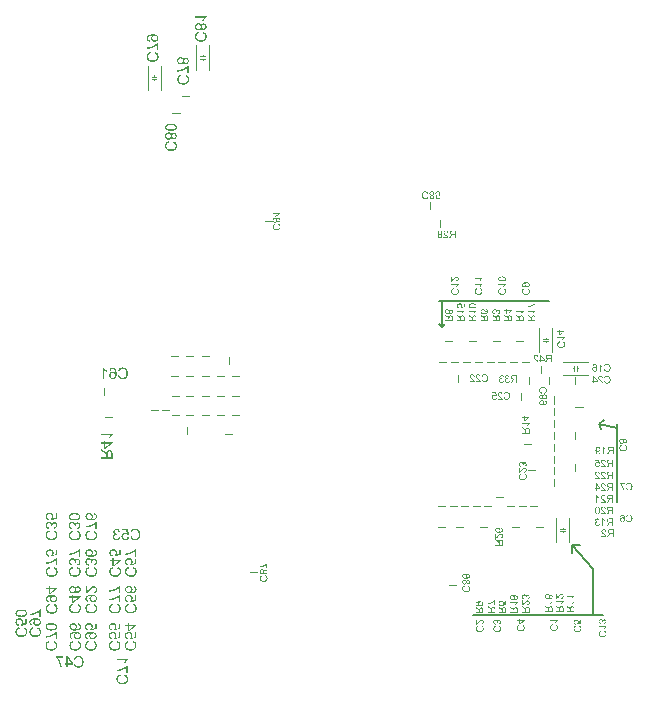
<source format=gbo>
G04 Layer_Color=32896*
%FSLAX43Y43*%
%MOMM*%
G71*
G01*
G75*
%ADD24C,0.120*%
%ADD28C,0.100*%
%ADD31C,0.150*%
%ADD41C,0.080*%
G36*
X55354Y63774D02*
X55384Y63769D01*
X55410Y63764D01*
X55422Y63760D01*
X55433Y63756D01*
X55443Y63753D01*
X55452Y63749D01*
X55459Y63746D01*
X55467Y63744D01*
X55472Y63741D01*
X55475Y63739D01*
X55478Y63738D01*
X55479Y63737D01*
X55504Y63721D01*
X55525Y63703D01*
X55544Y63684D01*
X55559Y63666D01*
X55571Y63649D01*
X55576Y63642D01*
X55580Y63635D01*
X55583Y63631D01*
X55585Y63627D01*
X55586Y63624D01*
X55587Y63623D01*
X55600Y63595D01*
X55609Y63565D01*
X55616Y63535D01*
X55620Y63509D01*
X55622Y63497D01*
X55623Y63485D01*
X55624Y63475D01*
Y63466D01*
X55625Y63460D01*
Y63454D01*
Y63450D01*
Y63450D01*
X55623Y63416D01*
X55619Y63384D01*
X55615Y63355D01*
X55611Y63341D01*
X55608Y63329D01*
X55606Y63318D01*
X55602Y63308D01*
X55599Y63299D01*
X55597Y63291D01*
X55594Y63286D01*
X55594Y63281D01*
X55592Y63278D01*
Y63278D01*
X55578Y63250D01*
X55562Y63225D01*
X55545Y63204D01*
X55537Y63195D01*
X55530Y63187D01*
X55522Y63180D01*
X55515Y63173D01*
X55508Y63168D01*
X55503Y63164D01*
X55499Y63160D01*
X55496Y63157D01*
X55494Y63156D01*
X55493Y63156D01*
X55480Y63148D01*
X55467Y63142D01*
X55439Y63131D01*
X55411Y63124D01*
X55385Y63119D01*
X55372Y63118D01*
X55361Y63116D01*
X55350Y63115D01*
X55342D01*
X55335Y63114D01*
X55325D01*
X55306Y63115D01*
X55288Y63117D01*
X55272Y63119D01*
X55256Y63122D01*
X55241Y63127D01*
X55227Y63131D01*
X55214Y63136D01*
X55202Y63142D01*
X55192Y63146D01*
X55182Y63151D01*
X55175Y63156D01*
X55167Y63160D01*
X55163Y63164D01*
X55158Y63166D01*
X55156Y63168D01*
X55155Y63168D01*
X55142Y63180D01*
X55131Y63191D01*
X55121Y63204D01*
X55111Y63217D01*
X55094Y63242D01*
X55081Y63268D01*
X55076Y63280D01*
X55071Y63291D01*
X55067Y63302D01*
X55065Y63310D01*
X55062Y63317D01*
X55060Y63323D01*
X55059Y63327D01*
Y63327D01*
X55144Y63349D01*
X55148Y63334D01*
X55153Y63320D01*
X55157Y63307D01*
X55162Y63295D01*
X55167Y63284D01*
X55173Y63275D01*
X55179Y63266D01*
X55185Y63257D01*
X55190Y63250D01*
X55195Y63244D01*
X55200Y63239D01*
X55203Y63234D01*
X55207Y63231D01*
X55210Y63229D01*
X55211Y63228D01*
X55212Y63227D01*
X55221Y63219D01*
X55231Y63214D01*
X55251Y63204D01*
X55271Y63196D01*
X55290Y63192D01*
X55307Y63188D01*
X55313Y63187D01*
X55320D01*
X55325Y63186D01*
X55332D01*
X55353Y63187D01*
X55374Y63191D01*
X55392Y63195D01*
X55409Y63201D01*
X55422Y63206D01*
X55427Y63209D01*
X55432Y63211D01*
X55435Y63213D01*
X55438Y63215D01*
X55440Y63216D01*
X55441D01*
X55459Y63229D01*
X55473Y63242D01*
X55486Y63258D01*
X55496Y63273D01*
X55505Y63286D01*
X55510Y63297D01*
X55512Y63302D01*
X55514Y63304D01*
X55515Y63306D01*
Y63307D01*
X55522Y63331D01*
X55528Y63355D01*
X55533Y63379D01*
X55535Y63401D01*
X55536Y63412D01*
X55537Y63421D01*
Y63429D01*
X55538Y63436D01*
Y63441D01*
Y63446D01*
Y63449D01*
Y63450D01*
X55537Y63474D01*
X55535Y63496D01*
X55532Y63516D01*
X55528Y63535D01*
X55525Y63550D01*
X55523Y63557D01*
X55521Y63562D01*
X55521Y63567D01*
X55520Y63570D01*
X55519Y63572D01*
Y63572D01*
X55509Y63594D01*
X55499Y63613D01*
X55488Y63629D01*
X55476Y63643D01*
X55466Y63654D01*
X55458Y63661D01*
X55451Y63666D01*
X55450Y63668D01*
X55449D01*
X55430Y63680D01*
X55409Y63689D01*
X55388Y63695D01*
X55369Y63699D01*
X55351Y63702D01*
X55344Y63703D01*
X55337D01*
X55333Y63704D01*
X55325D01*
X55302Y63703D01*
X55281Y63699D01*
X55264Y63694D01*
X55248Y63688D01*
X55236Y63682D01*
X55227Y63677D01*
X55221Y63673D01*
X55219Y63671D01*
X55204Y63658D01*
X55190Y63642D01*
X55179Y63625D01*
X55170Y63609D01*
X55163Y63594D01*
X55160Y63586D01*
X55158Y63581D01*
X55156Y63576D01*
X55154Y63572D01*
X55153Y63571D01*
Y63570D01*
X55070Y63589D01*
X55076Y63606D01*
X55081Y63621D01*
X55089Y63634D01*
X55095Y63648D01*
X55103Y63660D01*
X55111Y63671D01*
X55118Y63683D01*
X55126Y63692D01*
X55133Y63699D01*
X55140Y63707D01*
X55146Y63713D01*
X55151Y63718D01*
X55155Y63722D01*
X55159Y63725D01*
X55161Y63726D01*
X55162Y63727D01*
X55175Y63735D01*
X55188Y63744D01*
X55201Y63750D01*
X55214Y63756D01*
X55242Y63764D01*
X55267Y63769D01*
X55279Y63772D01*
X55289Y63773D01*
X55300Y63774D01*
X55308Y63775D01*
X55314Y63776D01*
X55324D01*
X55354Y63774D01*
D02*
G37*
G36*
X65126Y64627D02*
X65136Y64612D01*
X65148Y64597D01*
X65160Y64584D01*
X65171Y64573D01*
X65179Y64564D01*
X65183Y64561D01*
X65185Y64558D01*
X65186Y64558D01*
X65187Y64557D01*
X65207Y64541D01*
X65226Y64526D01*
X65245Y64513D01*
X65263Y64503D01*
X65279Y64494D01*
X65285Y64490D01*
X65291Y64487D01*
X65295Y64484D01*
X65299Y64484D01*
X65301Y64482D01*
X65302D01*
Y64406D01*
X65288Y64411D01*
X65274Y64418D01*
X65260Y64424D01*
X65247Y64431D01*
X65236Y64436D01*
X65227Y64441D01*
X65222Y64445D01*
X65221Y64446D01*
X65220D01*
X65203Y64456D01*
X65188Y64466D01*
X65175Y64475D01*
X65165Y64484D01*
X65156Y64490D01*
X65150Y64496D01*
X65146Y64499D01*
X65145Y64500D01*
Y64000D01*
X65066D01*
Y64643D01*
X65117D01*
X65126Y64627D01*
D02*
G37*
G36*
X54792Y63767D02*
X54808Y63766D01*
X54822Y63763D01*
X54836Y63760D01*
X54849Y63756D01*
X54861Y63753D01*
X54872Y63748D01*
X54883Y63744D01*
X54892Y63739D01*
X54899Y63734D01*
X54906Y63731D01*
X54911Y63727D01*
X54916Y63724D01*
X54919Y63721D01*
X54920Y63720D01*
X54921Y63719D01*
X54931Y63710D01*
X54939Y63700D01*
X54947Y63689D01*
X54954Y63678D01*
X54965Y63656D01*
X54972Y63634D01*
X54975Y63623D01*
X54978Y63613D01*
X54980Y63605D01*
X54982Y63597D01*
X54982Y63591D01*
Y63586D01*
X54983Y63584D01*
Y63583D01*
X54903Y63574D01*
X54901Y63596D01*
X54897Y63614D01*
X54892Y63631D01*
X54885Y63644D01*
X54880Y63655D01*
X54874Y63662D01*
X54871Y63667D01*
X54869Y63669D01*
X54855Y63680D01*
X54840Y63688D01*
X54824Y63695D01*
X54810Y63698D01*
X54798Y63701D01*
X54786Y63702D01*
X54783Y63703D01*
X54777D01*
X54758Y63702D01*
X54740Y63698D01*
X54725Y63693D01*
X54712Y63687D01*
X54702Y63681D01*
X54696Y63676D01*
X54691Y63672D01*
X54689Y63670D01*
X54678Y63658D01*
X54670Y63645D01*
X54663Y63632D01*
X54660Y63619D01*
X54657Y63609D01*
X54656Y63599D01*
X54655Y63594D01*
Y63593D01*
Y63592D01*
X54657Y63575D01*
X54661Y63558D01*
X54667Y63542D01*
X54674Y63527D01*
X54681Y63515D01*
X54688Y63505D01*
X54689Y63501D01*
X54691Y63499D01*
X54693Y63498D01*
Y63497D01*
X54700Y63486D01*
X54710Y63476D01*
X54720Y63465D01*
X54731Y63454D01*
X54754Y63432D01*
X54777Y63410D01*
X54789Y63400D01*
X54799Y63390D01*
X54810Y63382D01*
X54818Y63375D01*
X54824Y63369D01*
X54830Y63364D01*
X54834Y63362D01*
X54834Y63361D01*
X54858Y63341D01*
X54879Y63323D01*
X54896Y63306D01*
X54910Y63292D01*
X54922Y63280D01*
X54931Y63272D01*
X54935Y63266D01*
X54937Y63266D01*
Y63265D01*
X54950Y63249D01*
X54960Y63234D01*
X54969Y63219D01*
X54977Y63206D01*
X54982Y63195D01*
X54986Y63187D01*
X54988Y63181D01*
X54989Y63180D01*
Y63180D01*
X54993Y63169D01*
X54994Y63160D01*
X54996Y63151D01*
X54997Y63143D01*
X54998Y63135D01*
Y63130D01*
Y63126D01*
Y63125D01*
X54574D01*
Y63201D01*
X54889D01*
X54878Y63217D01*
X54872Y63223D01*
X54868Y63229D01*
X54863Y63235D01*
X54859Y63239D01*
X54857Y63241D01*
X54856Y63242D01*
X54851Y63247D01*
X54846Y63252D01*
X54833Y63264D01*
X54818Y63278D01*
X54802Y63291D01*
X54787Y63303D01*
X54781Y63309D01*
X54775Y63315D01*
X54771Y63318D01*
X54767Y63321D01*
X54765Y63323D01*
X54764Y63324D01*
X54749Y63337D01*
X54735Y63349D01*
X54722Y63361D01*
X54710Y63371D01*
X54699Y63381D01*
X54689Y63390D01*
X54680Y63399D01*
X54673Y63406D01*
X54665Y63413D01*
X54660Y63419D01*
X54655Y63424D01*
X54651Y63428D01*
X54646Y63434D01*
X54644Y63436D01*
X54631Y63451D01*
X54620Y63465D01*
X54611Y63479D01*
X54603Y63490D01*
X54598Y63500D01*
X54594Y63508D01*
X54592Y63512D01*
X54591Y63514D01*
X54586Y63528D01*
X54582Y63542D01*
X54578Y63555D01*
X54577Y63566D01*
X54576Y63576D01*
X54575Y63584D01*
Y63588D01*
Y63590D01*
X54576Y63604D01*
X54577Y63617D01*
X54579Y63630D01*
X54583Y63641D01*
X54592Y63663D01*
X54602Y63681D01*
X54607Y63689D01*
X54612Y63695D01*
X54616Y63702D01*
X54621Y63707D01*
X54625Y63710D01*
X54626Y63714D01*
X54628Y63715D01*
X54629Y63716D01*
X54639Y63725D01*
X54651Y63733D01*
X54663Y63740D01*
X54675Y63745D01*
X54699Y63755D01*
X54723Y63761D01*
X54733Y63763D01*
X54743Y63765D01*
X54752Y63766D01*
X54760Y63767D01*
X54766Y63768D01*
X54775D01*
X54792Y63767D01*
D02*
G37*
G36*
X54295D02*
X54310Y63766D01*
X54325Y63763D01*
X54339Y63760D01*
X54352Y63756D01*
X54364Y63753D01*
X54375Y63748D01*
X54385Y63744D01*
X54394Y63739D01*
X54402Y63734D01*
X54408Y63731D01*
X54414Y63727D01*
X54418Y63724D01*
X54421Y63721D01*
X54423Y63720D01*
X54424Y63719D01*
X54433Y63710D01*
X54442Y63700D01*
X54450Y63689D01*
X54456Y63678D01*
X54467Y63656D01*
X54475Y63634D01*
X54478Y63623D01*
X54480Y63613D01*
X54482Y63605D01*
X54484Y63597D01*
X54485Y63591D01*
Y63586D01*
X54486Y63584D01*
Y63583D01*
X54405Y63574D01*
X54404Y63596D01*
X54400Y63614D01*
X54394Y63631D01*
X54388Y63644D01*
X54382Y63655D01*
X54377Y63662D01*
X54373Y63667D01*
X54371Y63669D01*
X54357Y63680D01*
X54343Y63688D01*
X54327Y63695D01*
X54313Y63698D01*
X54300Y63701D01*
X54289Y63702D01*
X54285Y63703D01*
X54280D01*
X54260Y63702D01*
X54243Y63698D01*
X54228Y63693D01*
X54215Y63687D01*
X54205Y63681D01*
X54198Y63676D01*
X54194Y63672D01*
X54192Y63670D01*
X54181Y63658D01*
X54173Y63645D01*
X54166Y63632D01*
X54162Y63619D01*
X54160Y63609D01*
X54159Y63599D01*
X54158Y63594D01*
Y63593D01*
Y63592D01*
X54160Y63575D01*
X54163Y63558D01*
X54170Y63542D01*
X54176Y63527D01*
X54184Y63515D01*
X54190Y63505D01*
X54192Y63501D01*
X54194Y63499D01*
X54196Y63498D01*
Y63497D01*
X54203Y63486D01*
X54212Y63476D01*
X54222Y63465D01*
X54234Y63454D01*
X54257Y63432D01*
X54280Y63410D01*
X54292Y63400D01*
X54302Y63390D01*
X54312Y63382D01*
X54320Y63375D01*
X54327Y63369D01*
X54332Y63364D01*
X54336Y63362D01*
X54337Y63361D01*
X54360Y63341D01*
X54381Y63323D01*
X54399Y63306D01*
X54413Y63292D01*
X54425Y63280D01*
X54433Y63272D01*
X54438Y63266D01*
X54440Y63266D01*
Y63265D01*
X54453Y63249D01*
X54463Y63234D01*
X54472Y63219D01*
X54479Y63206D01*
X54485Y63195D01*
X54489Y63187D01*
X54491Y63181D01*
X54491Y63180D01*
Y63180D01*
X54495Y63169D01*
X54497Y63160D01*
X54499Y63151D01*
X54500Y63143D01*
X54501Y63135D01*
Y63130D01*
Y63126D01*
Y63125D01*
X54076D01*
Y63201D01*
X54392D01*
X54381Y63217D01*
X54375Y63223D01*
X54370Y63229D01*
X54366Y63235D01*
X54362Y63239D01*
X54359Y63241D01*
X54358Y63242D01*
X54354Y63247D01*
X54348Y63252D01*
X54335Y63264D01*
X54320Y63278D01*
X54305Y63291D01*
X54290Y63303D01*
X54283Y63309D01*
X54278Y63315D01*
X54273Y63318D01*
X54270Y63321D01*
X54268Y63323D01*
X54267Y63324D01*
X54252Y63337D01*
X54237Y63349D01*
X54224Y63361D01*
X54212Y63371D01*
X54201Y63381D01*
X54192Y63390D01*
X54183Y63399D01*
X54175Y63406D01*
X54168Y63413D01*
X54162Y63419D01*
X54158Y63424D01*
X54153Y63428D01*
X54148Y63434D01*
X54147Y63436D01*
X54134Y63451D01*
X54123Y63465D01*
X54113Y63479D01*
X54106Y63490D01*
X54100Y63500D01*
X54097Y63508D01*
X54095Y63512D01*
X54094Y63514D01*
X54088Y63528D01*
X54085Y63542D01*
X54081Y63555D01*
X54079Y63566D01*
X54078Y63576D01*
X54077Y63584D01*
Y63588D01*
Y63590D01*
X54078Y63604D01*
X54080Y63617D01*
X54082Y63630D01*
X54086Y63641D01*
X54095Y63663D01*
X54104Y63681D01*
X54110Y63689D01*
X54114Y63695D01*
X54119Y63702D01*
X54124Y63707D01*
X54127Y63710D01*
X54129Y63714D01*
X54131Y63715D01*
X54132Y63716D01*
X54142Y63725D01*
X54153Y63733D01*
X54165Y63740D01*
X54177Y63745D01*
X54201Y63755D01*
X54225Y63761D01*
X54235Y63763D01*
X54246Y63765D01*
X54255Y63766D01*
X54262Y63767D01*
X54269Y63768D01*
X54278D01*
X54295Y63767D01*
D02*
G37*
G36*
X58306Y42963D02*
X58720D01*
Y42899D01*
X58306Y42606D01*
X58233D01*
Y42884D01*
X58080D01*
Y42963D01*
X58233D01*
Y43050D01*
X58306D01*
Y42963D01*
D02*
G37*
G36*
X58304Y42476D02*
X58289Y42472D01*
X58275Y42467D01*
X58262Y42463D01*
X58250Y42458D01*
X58239Y42453D01*
X58230Y42447D01*
X58221Y42441D01*
X58212Y42435D01*
X58205Y42430D01*
X58199Y42425D01*
X58194Y42420D01*
X58189Y42417D01*
X58186Y42413D01*
X58184Y42410D01*
X58183Y42409D01*
X58182Y42408D01*
X58174Y42399D01*
X58169Y42389D01*
X58159Y42369D01*
X58151Y42349D01*
X58147Y42330D01*
X58143Y42313D01*
X58142Y42307D01*
Y42300D01*
X58141Y42295D01*
Y42291D01*
Y42289D01*
Y42288D01*
X58142Y42267D01*
X58146Y42246D01*
X58150Y42228D01*
X58156Y42211D01*
X58161Y42198D01*
X58164Y42193D01*
X58166Y42188D01*
X58168Y42185D01*
X58170Y42182D01*
X58171Y42180D01*
Y42179D01*
X58184Y42161D01*
X58197Y42147D01*
X58213Y42134D01*
X58228Y42124D01*
X58241Y42115D01*
X58252Y42110D01*
X58257Y42108D01*
X58259Y42106D01*
X58261Y42105D01*
X58262D01*
X58286Y42098D01*
X58310Y42092D01*
X58334Y42087D01*
X58356Y42085D01*
X58367Y42084D01*
X58376Y42083D01*
X58384D01*
X58391Y42082D01*
X58405D01*
X58429Y42083D01*
X58451Y42085D01*
X58471Y42088D01*
X58490Y42092D01*
X58505Y42095D01*
X58512Y42097D01*
X58517Y42099D01*
X58522Y42099D01*
X58525Y42100D01*
X58527Y42101D01*
X58527D01*
X58549Y42111D01*
X58568Y42121D01*
X58584Y42132D01*
X58598Y42144D01*
X58609Y42154D01*
X58616Y42162D01*
X58621Y42169D01*
X58623Y42170D01*
Y42171D01*
X58635Y42190D01*
X58644Y42211D01*
X58650Y42232D01*
X58654Y42251D01*
X58657Y42269D01*
X58658Y42276D01*
Y42283D01*
X58659Y42287D01*
Y42291D01*
Y42294D01*
Y42295D01*
X58658Y42318D01*
X58654Y42339D01*
X58649Y42356D01*
X58643Y42372D01*
X58637Y42384D01*
X58632Y42393D01*
X58628Y42399D01*
X58626Y42401D01*
X58613Y42416D01*
X58597Y42430D01*
X58580Y42441D01*
X58564Y42450D01*
X58549Y42457D01*
X58541Y42460D01*
X58536Y42462D01*
X58531Y42464D01*
X58527Y42466D01*
X58526Y42467D01*
X58525D01*
X58544Y42550D01*
X58561Y42544D01*
X58576Y42539D01*
X58589Y42531D01*
X58603Y42525D01*
X58615Y42517D01*
X58626Y42509D01*
X58638Y42502D01*
X58647Y42494D01*
X58654Y42487D01*
X58662Y42480D01*
X58668Y42474D01*
X58673Y42469D01*
X58677Y42465D01*
X58680Y42461D01*
X58681Y42459D01*
X58682Y42458D01*
X58690Y42445D01*
X58699Y42432D01*
X58705Y42419D01*
X58711Y42405D01*
X58719Y42378D01*
X58724Y42353D01*
X58727Y42341D01*
X58728Y42331D01*
X58729Y42320D01*
X58730Y42312D01*
X58731Y42306D01*
Y42301D01*
Y42297D01*
Y42296D01*
X58729Y42266D01*
X58724Y42236D01*
X58719Y42210D01*
X58715Y42198D01*
X58711Y42187D01*
X58708Y42177D01*
X58704Y42168D01*
X58701Y42160D01*
X58699Y42153D01*
X58696Y42148D01*
X58694Y42145D01*
X58693Y42142D01*
X58692Y42141D01*
X58676Y42116D01*
X58658Y42095D01*
X58639Y42076D01*
X58621Y42061D01*
X58604Y42049D01*
X58597Y42044D01*
X58590Y42040D01*
X58586Y42037D01*
X58582Y42035D01*
X58579Y42034D01*
X58578Y42033D01*
X58550Y42020D01*
X58520Y42011D01*
X58491Y42004D01*
X58464Y42000D01*
X58452Y41998D01*
X58440Y41997D01*
X58430Y41996D01*
X58421D01*
X58415Y41995D01*
X58405D01*
X58371Y41997D01*
X58339Y42001D01*
X58310Y42005D01*
X58296Y42009D01*
X58284Y42012D01*
X58273Y42014D01*
X58263Y42018D01*
X58254Y42021D01*
X58246Y42023D01*
X58241Y42026D01*
X58236Y42026D01*
X58233Y42028D01*
X58233D01*
X58205Y42042D01*
X58180Y42058D01*
X58159Y42075D01*
X58150Y42083D01*
X58142Y42090D01*
X58135Y42098D01*
X58128Y42105D01*
X58123Y42111D01*
X58119Y42117D01*
X58115Y42121D01*
X58112Y42124D01*
X58111Y42126D01*
X58111Y42127D01*
X58103Y42140D01*
X58097Y42153D01*
X58086Y42181D01*
X58079Y42209D01*
X58074Y42235D01*
X58073Y42248D01*
X58071Y42259D01*
X58070Y42270D01*
Y42278D01*
X58069Y42285D01*
Y42291D01*
Y42295D01*
Y42295D01*
X58070Y42314D01*
X58072Y42332D01*
X58074Y42348D01*
X58077Y42364D01*
X58082Y42379D01*
X58086Y42393D01*
X58091Y42405D01*
X58097Y42418D01*
X58101Y42428D01*
X58106Y42438D01*
X58111Y42445D01*
X58115Y42453D01*
X58119Y42457D01*
X58121Y42462D01*
X58123Y42464D01*
X58123Y42465D01*
X58135Y42478D01*
X58146Y42489D01*
X58159Y42499D01*
X58172Y42509D01*
X58197Y42526D01*
X58223Y42539D01*
X58235Y42544D01*
X58246Y42549D01*
X58257Y42553D01*
X58265Y42555D01*
X58272Y42558D01*
X58278Y42560D01*
X58282Y42561D01*
X58282D01*
X58304Y42476D01*
D02*
G37*
G36*
X64657Y64642D02*
X64674Y64640D01*
X64691Y64636D01*
X64707Y64631D01*
X64720Y64625D01*
X64734Y64619D01*
X64746Y64612D01*
X64757Y64606D01*
X64767Y64599D01*
X64776Y64592D01*
X64783Y64586D01*
X64789Y64581D01*
X64793Y64575D01*
X64797Y64571D01*
X64799Y64570D01*
X64800Y64569D01*
X64812Y64552D01*
X64822Y64533D01*
X64831Y64512D01*
X64840Y64491D01*
X64846Y64469D01*
X64852Y64447D01*
X64856Y64423D01*
X64860Y64402D01*
X64863Y64381D01*
X64865Y64362D01*
X64866Y64344D01*
X64867Y64329D01*
Y64316D01*
X64868Y64307D01*
Y64303D01*
Y64300D01*
Y64300D01*
Y64299D01*
X64867Y64269D01*
X64866Y64241D01*
X64863Y64215D01*
X64858Y64191D01*
X64854Y64170D01*
X64849Y64151D01*
X64843Y64133D01*
X64837Y64117D01*
X64831Y64104D01*
X64826Y64092D01*
X64821Y64083D01*
X64816Y64075D01*
X64812Y64068D01*
X64809Y64065D01*
X64807Y64062D01*
X64806Y64061D01*
X64794Y64048D01*
X64781Y64037D01*
X64768Y64028D01*
X64756Y64019D01*
X64742Y64012D01*
X64729Y64006D01*
X64716Y64002D01*
X64703Y63998D01*
X64692Y63995D01*
X64681Y63993D01*
X64671Y63991D01*
X64663Y63990D01*
X64656D01*
X64651Y63989D01*
X64646D01*
X64625Y63990D01*
X64606Y63994D01*
X64588Y63997D01*
X64572Y64003D01*
X64560Y64007D01*
X64551Y64012D01*
X64548Y64013D01*
X64545Y64015D01*
X64544Y64016D01*
X64543D01*
X64527Y64027D01*
X64512Y64040D01*
X64500Y64053D01*
X64490Y64066D01*
X64482Y64078D01*
X64476Y64087D01*
X64474Y64091D01*
X64473Y64093D01*
X64472Y64094D01*
Y64095D01*
X64462Y64115D01*
X64456Y64135D01*
X64451Y64153D01*
X64449Y64171D01*
X64446Y64186D01*
Y64191D01*
X64445Y64197D01*
Y64202D01*
Y64204D01*
Y64206D01*
Y64207D01*
X64446Y64224D01*
X64448Y64239D01*
X64450Y64255D01*
X64453Y64269D01*
X64458Y64282D01*
X64462Y64295D01*
X64467Y64306D01*
X64473Y64316D01*
X64478Y64325D01*
X64483Y64334D01*
X64487Y64340D01*
X64492Y64347D01*
X64495Y64351D01*
X64498Y64354D01*
X64499Y64356D01*
X64500Y64357D01*
X64511Y64367D01*
X64522Y64376D01*
X64534Y64384D01*
X64545Y64390D01*
X64556Y64397D01*
X64567Y64401D01*
X64588Y64408D01*
X64597Y64410D01*
X64607Y64412D01*
X64614Y64413D01*
X64621Y64414D01*
X64627Y64415D01*
X64634D01*
X64651Y64414D01*
X64667Y64411D01*
X64682Y64409D01*
X64695Y64405D01*
X64706Y64400D01*
X64714Y64398D01*
X64719Y64395D01*
X64720Y64394D01*
X64721D01*
X64736Y64385D01*
X64749Y64374D01*
X64761Y64364D01*
X64770Y64353D01*
X64779Y64344D01*
X64785Y64337D01*
X64789Y64331D01*
X64790Y64330D01*
Y64347D01*
X64789Y64363D01*
X64788Y64378D01*
X64786Y64393D01*
X64785Y64406D01*
X64783Y64418D01*
X64781Y64429D01*
X64779Y64439D01*
X64777Y64448D01*
X64775Y64456D01*
X64773Y64462D01*
X64772Y64468D01*
X64770Y64472D01*
X64769Y64474D01*
X64768Y64476D01*
Y64477D01*
X64759Y64496D01*
X64750Y64512D01*
X64740Y64525D01*
X64731Y64536D01*
X64722Y64545D01*
X64716Y64552D01*
X64711Y64556D01*
X64709Y64557D01*
X64698Y64564D01*
X64687Y64569D01*
X64676Y64572D01*
X64665Y64575D01*
X64657Y64577D01*
X64649Y64578D01*
X64643D01*
X64626Y64576D01*
X64610Y64572D01*
X64597Y64567D01*
X64585Y64561D01*
X64576Y64555D01*
X64570Y64549D01*
X64566Y64545D01*
X64564Y64544D01*
X64558Y64535D01*
X64551Y64525D01*
X64546Y64514D01*
X64542Y64503D01*
X64538Y64493D01*
X64535Y64484D01*
X64535Y64479D01*
X64534Y64478D01*
Y64477D01*
X64455Y64484D01*
X64461Y64509D01*
X64469Y64533D01*
X64478Y64553D01*
X64488Y64570D01*
X64499Y64582D01*
X64502Y64588D01*
X64507Y64593D01*
X64510Y64595D01*
X64512Y64598D01*
X64513Y64599D01*
X64514Y64600D01*
X64523Y64607D01*
X64534Y64614D01*
X64554Y64625D01*
X64574Y64632D01*
X64594Y64637D01*
X64611Y64641D01*
X64619Y64642D01*
X64625D01*
X64631Y64643D01*
X64638D01*
X64657Y64642D01*
D02*
G37*
G36*
X65729Y64649D02*
X65759Y64644D01*
X65785Y64639D01*
X65797Y64635D01*
X65808Y64631D01*
X65818Y64628D01*
X65827Y64624D01*
X65835Y64621D01*
X65842Y64619D01*
X65847Y64616D01*
X65850Y64614D01*
X65853Y64613D01*
X65854Y64612D01*
X65879Y64596D01*
X65900Y64578D01*
X65919Y64559D01*
X65934Y64541D01*
X65946Y64524D01*
X65951Y64517D01*
X65955Y64510D01*
X65958Y64506D01*
X65960Y64502D01*
X65961Y64499D01*
X65962Y64498D01*
X65975Y64470D01*
X65984Y64440D01*
X65991Y64410D01*
X65995Y64384D01*
X65997Y64372D01*
X65998Y64360D01*
X65999Y64350D01*
Y64341D01*
X66000Y64335D01*
Y64329D01*
Y64325D01*
Y64325D01*
X65998Y64291D01*
X65994Y64259D01*
X65990Y64230D01*
X65986Y64216D01*
X65983Y64204D01*
X65981Y64193D01*
X65977Y64183D01*
X65974Y64174D01*
X65972Y64166D01*
X65969Y64161D01*
X65969Y64156D01*
X65967Y64153D01*
Y64153D01*
X65953Y64125D01*
X65937Y64100D01*
X65920Y64079D01*
X65912Y64070D01*
X65905Y64062D01*
X65897Y64055D01*
X65890Y64048D01*
X65884Y64043D01*
X65878Y64039D01*
X65874Y64035D01*
X65871Y64032D01*
X65869Y64031D01*
X65868Y64031D01*
X65855Y64023D01*
X65842Y64017D01*
X65814Y64006D01*
X65786Y63999D01*
X65760Y63994D01*
X65747Y63993D01*
X65736Y63991D01*
X65725Y63990D01*
X65717D01*
X65710Y63989D01*
X65700D01*
X65681Y63990D01*
X65663Y63992D01*
X65647Y63994D01*
X65631Y63997D01*
X65616Y64002D01*
X65602Y64006D01*
X65590Y64011D01*
X65577Y64017D01*
X65567Y64021D01*
X65557Y64026D01*
X65550Y64031D01*
X65542Y64035D01*
X65538Y64039D01*
X65533Y64041D01*
X65531Y64043D01*
X65530Y64043D01*
X65517Y64055D01*
X65506Y64066D01*
X65496Y64079D01*
X65486Y64092D01*
X65469Y64117D01*
X65456Y64143D01*
X65451Y64155D01*
X65446Y64166D01*
X65442Y64177D01*
X65440Y64185D01*
X65437Y64192D01*
X65435Y64198D01*
X65434Y64202D01*
Y64202D01*
X65519Y64224D01*
X65523Y64209D01*
X65528Y64195D01*
X65532Y64182D01*
X65537Y64170D01*
X65542Y64159D01*
X65548Y64150D01*
X65554Y64141D01*
X65560Y64132D01*
X65565Y64125D01*
X65570Y64119D01*
X65575Y64114D01*
X65578Y64109D01*
X65582Y64106D01*
X65585Y64104D01*
X65586Y64103D01*
X65587Y64102D01*
X65596Y64094D01*
X65606Y64089D01*
X65626Y64079D01*
X65646Y64071D01*
X65665Y64067D01*
X65682Y64063D01*
X65688Y64062D01*
X65695D01*
X65700Y64061D01*
X65707D01*
X65728Y64062D01*
X65749Y64066D01*
X65767Y64070D01*
X65784Y64076D01*
X65797Y64081D01*
X65802Y64084D01*
X65807Y64086D01*
X65810Y64088D01*
X65813Y64090D01*
X65815Y64091D01*
X65816D01*
X65834Y64104D01*
X65848Y64117D01*
X65861Y64133D01*
X65871Y64148D01*
X65880Y64161D01*
X65885Y64172D01*
X65887Y64177D01*
X65889Y64179D01*
X65890Y64181D01*
Y64182D01*
X65897Y64206D01*
X65903Y64230D01*
X65908Y64254D01*
X65910Y64276D01*
X65911Y64287D01*
X65912Y64296D01*
Y64304D01*
X65913Y64311D01*
Y64316D01*
Y64321D01*
Y64324D01*
Y64325D01*
X65912Y64349D01*
X65910Y64371D01*
X65907Y64391D01*
X65903Y64410D01*
X65900Y64425D01*
X65898Y64432D01*
X65896Y64437D01*
X65896Y64442D01*
X65895Y64445D01*
X65894Y64447D01*
Y64447D01*
X65884Y64469D01*
X65874Y64488D01*
X65863Y64504D01*
X65851Y64518D01*
X65841Y64529D01*
X65833Y64536D01*
X65826Y64541D01*
X65825Y64543D01*
X65824D01*
X65805Y64555D01*
X65784Y64564D01*
X65763Y64570D01*
X65744Y64574D01*
X65726Y64577D01*
X65719Y64578D01*
X65712D01*
X65708Y64579D01*
X65700D01*
X65677Y64578D01*
X65656Y64574D01*
X65638Y64569D01*
X65623Y64563D01*
X65611Y64557D01*
X65602Y64552D01*
X65596Y64548D01*
X65594Y64546D01*
X65579Y64533D01*
X65565Y64517D01*
X65554Y64500D01*
X65545Y64484D01*
X65538Y64469D01*
X65535Y64461D01*
X65533Y64456D01*
X65531Y64451D01*
X65529Y64447D01*
X65528Y64446D01*
Y64445D01*
X65445Y64464D01*
X65451Y64481D01*
X65456Y64496D01*
X65464Y64509D01*
X65470Y64523D01*
X65478Y64535D01*
X65486Y64546D01*
X65493Y64558D01*
X65501Y64567D01*
X65508Y64574D01*
X65515Y64582D01*
X65521Y64588D01*
X65526Y64593D01*
X65530Y64597D01*
X65534Y64600D01*
X65536Y64601D01*
X65537Y64602D01*
X65550Y64610D01*
X65563Y64619D01*
X65576Y64625D01*
X65590Y64631D01*
X65617Y64639D01*
X65642Y64644D01*
X65654Y64647D01*
X65664Y64648D01*
X65675Y64649D01*
X65683Y64650D01*
X65689Y64651D01*
X65699D01*
X65729Y64649D01*
D02*
G37*
G36*
X57229Y62274D02*
X57259Y62269D01*
X57285Y62264D01*
X57297Y62260D01*
X57308Y62256D01*
X57318Y62253D01*
X57327Y62249D01*
X57334Y62246D01*
X57342Y62244D01*
X57347Y62241D01*
X57350Y62239D01*
X57353Y62238D01*
X57354Y62237D01*
X57379Y62221D01*
X57400Y62203D01*
X57419Y62184D01*
X57434Y62166D01*
X57446Y62149D01*
X57451Y62142D01*
X57455Y62135D01*
X57458Y62131D01*
X57460Y62127D01*
X57461Y62124D01*
X57462Y62123D01*
X57475Y62095D01*
X57484Y62065D01*
X57491Y62035D01*
X57495Y62009D01*
X57497Y61997D01*
X57498Y61985D01*
X57499Y61975D01*
Y61966D01*
X57500Y61960D01*
Y61954D01*
Y61950D01*
Y61950D01*
X57498Y61916D01*
X57494Y61884D01*
X57490Y61855D01*
X57486Y61841D01*
X57483Y61829D01*
X57481Y61818D01*
X57477Y61808D01*
X57474Y61799D01*
X57472Y61791D01*
X57469Y61786D01*
X57469Y61781D01*
X57467Y61778D01*
Y61778D01*
X57453Y61750D01*
X57437Y61725D01*
X57420Y61704D01*
X57412Y61695D01*
X57405Y61687D01*
X57397Y61680D01*
X57390Y61673D01*
X57383Y61668D01*
X57378Y61664D01*
X57374Y61660D01*
X57371Y61657D01*
X57369Y61656D01*
X57368Y61656D01*
X57355Y61648D01*
X57342Y61642D01*
X57314Y61631D01*
X57286Y61624D01*
X57260Y61619D01*
X57247Y61618D01*
X57236Y61616D01*
X57225Y61615D01*
X57217D01*
X57210Y61614D01*
X57200D01*
X57181Y61615D01*
X57163Y61617D01*
X57147Y61619D01*
X57131Y61622D01*
X57116Y61627D01*
X57102Y61631D01*
X57089Y61636D01*
X57077Y61642D01*
X57067Y61646D01*
X57057Y61651D01*
X57050Y61656D01*
X57042Y61660D01*
X57038Y61664D01*
X57033Y61666D01*
X57031Y61668D01*
X57030Y61668D01*
X57017Y61680D01*
X57006Y61691D01*
X56996Y61704D01*
X56986Y61717D01*
X56969Y61742D01*
X56956Y61768D01*
X56951Y61780D01*
X56946Y61791D01*
X56942Y61802D01*
X56940Y61810D01*
X56937Y61817D01*
X56935Y61823D01*
X56934Y61827D01*
Y61827D01*
X57019Y61849D01*
X57023Y61834D01*
X57028Y61820D01*
X57032Y61807D01*
X57037Y61795D01*
X57042Y61784D01*
X57048Y61775D01*
X57054Y61766D01*
X57060Y61757D01*
X57065Y61750D01*
X57070Y61744D01*
X57075Y61739D01*
X57078Y61734D01*
X57082Y61731D01*
X57085Y61729D01*
X57086Y61728D01*
X57087Y61727D01*
X57096Y61719D01*
X57106Y61714D01*
X57126Y61704D01*
X57146Y61696D01*
X57165Y61692D01*
X57182Y61688D01*
X57188Y61687D01*
X57195D01*
X57200Y61686D01*
X57207D01*
X57228Y61687D01*
X57249Y61691D01*
X57267Y61695D01*
X57284Y61701D01*
X57297Y61706D01*
X57302Y61709D01*
X57307Y61711D01*
X57310Y61713D01*
X57313Y61715D01*
X57315Y61716D01*
X57316D01*
X57334Y61729D01*
X57348Y61742D01*
X57361Y61758D01*
X57371Y61773D01*
X57380Y61786D01*
X57385Y61797D01*
X57387Y61802D01*
X57389Y61804D01*
X57390Y61806D01*
Y61807D01*
X57397Y61831D01*
X57403Y61855D01*
X57408Y61879D01*
X57410Y61901D01*
X57411Y61912D01*
X57412Y61921D01*
Y61929D01*
X57413Y61936D01*
Y61941D01*
Y61946D01*
Y61949D01*
Y61950D01*
X57412Y61974D01*
X57410Y61996D01*
X57407Y62016D01*
X57403Y62035D01*
X57400Y62050D01*
X57398Y62057D01*
X57396Y62062D01*
X57396Y62067D01*
X57395Y62070D01*
X57394Y62072D01*
Y62072D01*
X57384Y62094D01*
X57374Y62113D01*
X57363Y62129D01*
X57351Y62143D01*
X57341Y62154D01*
X57333Y62161D01*
X57326Y62166D01*
X57325Y62168D01*
X57324D01*
X57305Y62180D01*
X57284Y62189D01*
X57263Y62195D01*
X57244Y62199D01*
X57226Y62202D01*
X57219Y62203D01*
X57212D01*
X57208Y62204D01*
X57200D01*
X57177Y62203D01*
X57156Y62199D01*
X57139Y62194D01*
X57123Y62188D01*
X57111Y62182D01*
X57102Y62177D01*
X57096Y62173D01*
X57094Y62171D01*
X57079Y62158D01*
X57065Y62142D01*
X57054Y62125D01*
X57045Y62109D01*
X57038Y62094D01*
X57035Y62086D01*
X57033Y62081D01*
X57031Y62076D01*
X57029Y62072D01*
X57028Y62071D01*
Y62070D01*
X56945Y62089D01*
X56951Y62106D01*
X56956Y62121D01*
X56964Y62134D01*
X56970Y62148D01*
X56978Y62160D01*
X56986Y62171D01*
X56993Y62183D01*
X57001Y62192D01*
X57008Y62199D01*
X57015Y62207D01*
X57021Y62213D01*
X57026Y62218D01*
X57030Y62222D01*
X57034Y62225D01*
X57036Y62226D01*
X57037Y62227D01*
X57050Y62235D01*
X57063Y62244D01*
X57076Y62250D01*
X57089Y62256D01*
X57117Y62264D01*
X57142Y62269D01*
X57154Y62272D01*
X57164Y62273D01*
X57175Y62274D01*
X57183Y62275D01*
X57189Y62276D01*
X57199D01*
X57229Y62274D01*
D02*
G37*
G36*
X21886Y47346D02*
X21863Y47341D01*
X21843Y47334D01*
X21823Y47327D01*
X21805Y47320D01*
X21789Y47311D01*
X21775Y47303D01*
X21761Y47293D01*
X21748Y47285D01*
X21737Y47278D01*
X21729Y47270D01*
X21721Y47263D01*
X21714Y47257D01*
X21709Y47252D01*
X21705Y47248D01*
X21704Y47246D01*
X21703Y47245D01*
X21691Y47231D01*
X21683Y47216D01*
X21668Y47185D01*
X21657Y47156D01*
X21650Y47127D01*
X21644Y47102D01*
X21643Y47092D01*
Y47083D01*
X21642Y47074D01*
Y47069D01*
Y47066D01*
Y47065D01*
X21643Y47033D01*
X21648Y47002D01*
X21655Y46974D01*
X21664Y46950D01*
X21672Y46930D01*
X21676Y46922D01*
X21679Y46915D01*
X21682Y46909D01*
X21685Y46905D01*
X21686Y46902D01*
Y46901D01*
X21705Y46875D01*
X21726Y46852D01*
X21750Y46833D01*
X21772Y46818D01*
X21791Y46805D01*
X21808Y46797D01*
X21815Y46794D01*
X21819Y46791D01*
X21822Y46790D01*
X21823D01*
X21859Y46779D01*
X21895Y46771D01*
X21931Y46764D01*
X21965Y46760D01*
X21980Y46758D01*
X21994Y46757D01*
X22006D01*
X22016Y46755D01*
X22037D01*
X22073Y46757D01*
X22106Y46760D01*
X22137Y46765D01*
X22164Y46771D01*
X22188Y46775D01*
X22198Y46778D01*
X22206Y46780D01*
X22213Y46782D01*
X22217Y46783D01*
X22220Y46784D01*
X22221D01*
X22253Y46798D01*
X22282Y46814D01*
X22306Y46830D01*
X22327Y46848D01*
X22343Y46864D01*
X22354Y46876D01*
X22361Y46886D01*
X22364Y46887D01*
Y46889D01*
X22382Y46918D01*
X22396Y46950D01*
X22406Y46980D01*
X22411Y47009D01*
X22415Y47035D01*
X22417Y47047D01*
Y47056D01*
X22418Y47063D01*
Y47069D01*
Y47073D01*
Y47074D01*
X22417Y47109D01*
X22411Y47141D01*
X22403Y47167D01*
X22395Y47191D01*
X22385Y47209D01*
X22378Y47223D01*
X22372Y47231D01*
X22370Y47234D01*
X22349Y47256D01*
X22325Y47277D01*
X22300Y47293D01*
X22275Y47307D01*
X22253Y47318D01*
X22242Y47323D01*
X22234Y47325D01*
X22227Y47328D01*
X22221Y47331D01*
X22218Y47332D01*
X22217D01*
X22246Y47457D01*
X22271Y47449D01*
X22293Y47440D01*
X22314Y47429D01*
X22335Y47420D01*
X22353Y47409D01*
X22370Y47396D01*
X22386Y47385D01*
X22400Y47374D01*
X22411Y47363D01*
X22422Y47353D01*
X22432Y47343D01*
X22439Y47336D01*
X22446Y47330D01*
X22450Y47324D01*
X22451Y47321D01*
X22453Y47320D01*
X22465Y47300D01*
X22478Y47281D01*
X22487Y47262D01*
X22496Y47241D01*
X22508Y47199D01*
X22517Y47162D01*
X22521Y47144D01*
X22522Y47128D01*
X22524Y47113D01*
X22525Y47101D01*
X22526Y47091D01*
Y47084D01*
Y47078D01*
Y47077D01*
X22524Y47031D01*
X22517Y46987D01*
X22508Y46948D01*
X22503Y46930D01*
X22497Y46913D01*
X22492Y46898D01*
X22486Y46884D01*
X22482Y46873D01*
X22478Y46862D01*
X22474Y46855D01*
X22471Y46850D01*
X22469Y46846D01*
X22468Y46844D01*
X22444Y46807D01*
X22417Y46775D01*
X22389Y46747D01*
X22361Y46723D01*
X22336Y46705D01*
X22325Y46699D01*
X22316Y46693D01*
X22309Y46687D01*
X22303Y46685D01*
X22299Y46683D01*
X22298Y46682D01*
X22254Y46662D01*
X22210Y46649D01*
X22166Y46639D01*
X22126Y46632D01*
X22108Y46629D01*
X22089Y46628D01*
X22076Y46626D01*
X22062D01*
X22052Y46625D01*
X22037D01*
X21987Y46628D01*
X21938Y46633D01*
X21895Y46640D01*
X21875Y46646D01*
X21856Y46650D01*
X21840Y46654D01*
X21825Y46660D01*
X21811Y46664D01*
X21800Y46667D01*
X21791Y46671D01*
X21784Y46672D01*
X21780Y46675D01*
X21779D01*
X21737Y46696D01*
X21700Y46719D01*
X21668Y46744D01*
X21655Y46757D01*
X21643Y46768D01*
X21632Y46779D01*
X21622Y46790D01*
X21614Y46800D01*
X21608Y46808D01*
X21603Y46814D01*
X21599Y46819D01*
X21597Y46822D01*
X21596Y46823D01*
X21585Y46843D01*
X21575Y46862D01*
X21560Y46904D01*
X21549Y46945D01*
X21542Y46986D01*
X21539Y47005D01*
X21536Y47022D01*
X21535Y47037D01*
Y47049D01*
X21533Y47060D01*
Y47069D01*
Y47074D01*
Y47076D01*
X21535Y47103D01*
X21538Y47130D01*
X21540Y47155D01*
X21546Y47178D01*
X21553Y47201D01*
X21560Y47221D01*
X21567Y47241D01*
X21575Y47259D01*
X21582Y47274D01*
X21589Y47289D01*
X21596Y47300D01*
X21603Y47311D01*
X21608Y47318D01*
X21611Y47325D01*
X21614Y47328D01*
X21615Y47330D01*
X21632Y47349D01*
X21648Y47366D01*
X21668Y47381D01*
X21687Y47396D01*
X21726Y47421D01*
X21765Y47440D01*
X21783Y47449D01*
X21800Y47456D01*
X21815Y47461D01*
X21827Y47465D01*
X21838Y47470D01*
X21847Y47472D01*
X21852Y47474D01*
X21854D01*
X21886Y47346D01*
D02*
G37*
G36*
Y52031D02*
X21909Y52028D01*
X21933Y52024D01*
X21954Y52020D01*
X21973Y52013D01*
X21992Y52006D01*
X22009Y51999D01*
X22024Y51991D01*
X22038Y51983D01*
X22051Y51976D01*
X22060Y51969D01*
X22070Y51962D01*
X22077Y51958D01*
X22081Y51954D01*
X22084Y51951D01*
X22085Y51949D01*
X22101Y51934D01*
X22114Y51918D01*
X22126Y51900D01*
X22135Y51883D01*
X22145Y51866D01*
X22152Y51850D01*
X22162Y51818D01*
X22166Y51804D01*
X22169Y51790D01*
X22170Y51779D01*
X22171Y51768D01*
X22173Y51759D01*
Y51754D01*
Y51750D01*
Y51748D01*
X22171Y51723D01*
X22167Y51700D01*
X22163Y51678D01*
X22157Y51658D01*
X22150Y51642D01*
X22146Y51629D01*
X22142Y51621D01*
X22141Y51619D01*
Y51618D01*
X22127Y51596D01*
X22112Y51576D01*
X22096Y51558D01*
X22080Y51544D01*
X22066Y51532D01*
X22055Y51522D01*
X22046Y51517D01*
X22045Y51515D01*
X22070D01*
X22095Y51517D01*
X22117Y51518D01*
X22139Y51521D01*
X22159Y51522D01*
X22177Y51525D01*
X22193Y51528D01*
X22209Y51532D01*
X22223Y51535D01*
X22234Y51538D01*
X22243Y51540D01*
X22252Y51542D01*
X22257Y51544D01*
X22261Y51546D01*
X22264Y51547D01*
X22266D01*
X22293Y51561D01*
X22318Y51575D01*
X22338Y51590D01*
X22354Y51604D01*
X22368Y51617D01*
X22378Y51626D01*
X22383Y51633D01*
X22385Y51636D01*
X22396Y51653D01*
X22403Y51669D01*
X22408Y51686D01*
X22413Y51703D01*
X22415Y51715D01*
X22417Y51726D01*
Y51733D01*
Y51736D01*
X22414Y51761D01*
X22408Y51784D01*
X22400Y51804D01*
X22392Y51822D01*
X22382Y51836D01*
X22374Y51845D01*
X22368Y51851D01*
X22365Y51854D01*
X22353Y51863D01*
X22338Y51873D01*
X22321Y51882D01*
X22304Y51887D01*
X22289Y51893D01*
X22277Y51897D01*
X22268Y51898D01*
X22267Y51900D01*
X22266D01*
X22275Y52017D01*
X22314Y52009D01*
X22349Y51997D01*
X22379Y51983D01*
X22404Y51967D01*
X22424Y51952D01*
X22432Y51947D01*
X22439Y51940D01*
X22443Y51936D01*
X22447Y51931D01*
X22449Y51930D01*
X22450Y51929D01*
X22461Y51915D01*
X22471Y51900D01*
X22487Y51869D01*
X22499Y51839D01*
X22506Y51809D01*
X22511Y51783D01*
X22512Y51772D01*
Y51762D01*
X22514Y51754D01*
Y51748D01*
Y51744D01*
Y51743D01*
X22512Y51715D01*
X22510Y51689D01*
X22504Y51664D01*
X22497Y51640D01*
X22487Y51619D01*
X22479Y51599D01*
X22468Y51581D01*
X22458Y51564D01*
X22449Y51550D01*
X22438Y51536D01*
X22429Y51525D01*
X22421Y51517D01*
X22413Y51510D01*
X22407Y51504D01*
X22404Y51501D01*
X22403Y51500D01*
X22378Y51482D01*
X22349Y51467D01*
X22318Y51453D01*
X22286Y51440D01*
X22253Y51431D01*
X22220Y51422D01*
X22185Y51416D01*
X22153Y51410D01*
X22121Y51406D01*
X22092Y51403D01*
X22066Y51400D01*
X22044Y51399D01*
X22024D01*
X22010Y51397D01*
X21998D01*
X21954Y51399D01*
X21912Y51402D01*
X21873Y51406D01*
X21837Y51413D01*
X21805Y51420D01*
X21776Y51427D01*
X21750Y51435D01*
X21726Y51445D01*
X21707Y51453D01*
X21689Y51461D01*
X21675Y51468D01*
X21662Y51477D01*
X21653Y51482D01*
X21647Y51486D01*
X21643Y51489D01*
X21642Y51490D01*
X21622Y51508D01*
X21605Y51528D01*
X21592Y51547D01*
X21579Y51567D01*
X21568Y51587D01*
X21560Y51607D01*
X21553Y51626D01*
X21547Y51646D01*
X21543Y51662D01*
X21539Y51679D01*
X21536Y51693D01*
X21535Y51705D01*
Y51716D01*
X21533Y51723D01*
Y51729D01*
Y51730D01*
X21535Y51762D01*
X21540Y51791D01*
X21546Y51818D01*
X21554Y51841D01*
X21561Y51859D01*
X21568Y51873D01*
X21569Y51879D01*
X21572Y51883D01*
X21574Y51884D01*
Y51886D01*
X21590Y51909D01*
X21610Y51931D01*
X21629Y51949D01*
X21648Y51965D01*
X21666Y51977D01*
X21680Y51986D01*
X21686Y51988D01*
X21690Y51991D01*
X21691Y51992D01*
X21693D01*
X21722Y52006D01*
X21752Y52016D01*
X21780Y52023D01*
X21807Y52027D01*
X21829Y52031D01*
X21837D01*
X21845Y52033D01*
X21861D01*
X21886Y52031D01*
D02*
G37*
G36*
Y48956D02*
X21909Y48953D01*
X21933Y48949D01*
X21954Y48945D01*
X21973Y48938D01*
X21992Y48931D01*
X22009Y48924D01*
X22024Y48916D01*
X22038Y48908D01*
X22051Y48901D01*
X22060Y48894D01*
X22070Y48887D01*
X22077Y48883D01*
X22081Y48879D01*
X22084Y48876D01*
X22085Y48874D01*
X22101Y48859D01*
X22114Y48843D01*
X22126Y48825D01*
X22135Y48808D01*
X22145Y48791D01*
X22152Y48775D01*
X22162Y48743D01*
X22166Y48729D01*
X22169Y48715D01*
X22170Y48704D01*
X22171Y48693D01*
X22173Y48684D01*
Y48679D01*
Y48675D01*
Y48673D01*
X22171Y48648D01*
X22167Y48625D01*
X22163Y48603D01*
X22157Y48583D01*
X22150Y48567D01*
X22146Y48554D01*
X22142Y48546D01*
X22141Y48544D01*
Y48543D01*
X22127Y48521D01*
X22112Y48501D01*
X22096Y48483D01*
X22080Y48470D01*
X22066Y48457D01*
X22055Y48447D01*
X22046Y48442D01*
X22045Y48440D01*
X22070D01*
X22095Y48442D01*
X22117Y48443D01*
X22139Y48446D01*
X22159Y48447D01*
X22177Y48450D01*
X22193Y48453D01*
X22209Y48457D01*
X22223Y48460D01*
X22234Y48463D01*
X22243Y48465D01*
X22252Y48467D01*
X22257Y48470D01*
X22261Y48471D01*
X22264Y48472D01*
X22266D01*
X22293Y48486D01*
X22318Y48500D01*
X22338Y48515D01*
X22354Y48529D01*
X22368Y48542D01*
X22378Y48551D01*
X22383Y48558D01*
X22385Y48561D01*
X22396Y48578D01*
X22403Y48594D01*
X22408Y48611D01*
X22413Y48628D01*
X22415Y48640D01*
X22417Y48651D01*
Y48658D01*
Y48661D01*
X22414Y48686D01*
X22408Y48709D01*
X22400Y48729D01*
X22392Y48747D01*
X22382Y48761D01*
X22374Y48770D01*
X22368Y48776D01*
X22365Y48779D01*
X22353Y48788D01*
X22338Y48798D01*
X22321Y48806D01*
X22304Y48812D01*
X22289Y48818D01*
X22277Y48822D01*
X22268Y48823D01*
X22267Y48825D01*
X22266D01*
X22275Y48942D01*
X22314Y48934D01*
X22349Y48922D01*
X22379Y48908D01*
X22404Y48892D01*
X22424Y48877D01*
X22432Y48872D01*
X22439Y48865D01*
X22443Y48861D01*
X22447Y48856D01*
X22449Y48855D01*
X22450Y48854D01*
X22461Y48840D01*
X22471Y48825D01*
X22487Y48794D01*
X22499Y48764D01*
X22506Y48734D01*
X22511Y48708D01*
X22512Y48697D01*
Y48687D01*
X22514Y48679D01*
Y48673D01*
Y48669D01*
Y48668D01*
X22512Y48640D01*
X22510Y48614D01*
X22504Y48589D01*
X22497Y48565D01*
X22487Y48544D01*
X22479Y48524D01*
X22468Y48506D01*
X22458Y48489D01*
X22449Y48475D01*
X22438Y48461D01*
X22429Y48450D01*
X22421Y48442D01*
X22413Y48435D01*
X22407Y48429D01*
X22404Y48426D01*
X22403Y48425D01*
X22378Y48407D01*
X22349Y48392D01*
X22318Y48378D01*
X22286Y48365D01*
X22253Y48356D01*
X22220Y48347D01*
X22185Y48341D01*
X22153Y48335D01*
X22121Y48331D01*
X22092Y48328D01*
X22066Y48325D01*
X22044Y48324D01*
X22024D01*
X22010Y48322D01*
X21998D01*
X21954Y48324D01*
X21912Y48327D01*
X21873Y48331D01*
X21837Y48338D01*
X21805Y48345D01*
X21776Y48352D01*
X21750Y48360D01*
X21726Y48370D01*
X21707Y48378D01*
X21689Y48386D01*
X21675Y48393D01*
X21662Y48402D01*
X21653Y48407D01*
X21647Y48411D01*
X21643Y48414D01*
X21642Y48415D01*
X21622Y48433D01*
X21605Y48453D01*
X21592Y48472D01*
X21579Y48492D01*
X21568Y48512D01*
X21560Y48532D01*
X21553Y48551D01*
X21547Y48571D01*
X21543Y48587D01*
X21539Y48604D01*
X21536Y48618D01*
X21535Y48630D01*
Y48641D01*
X21533Y48648D01*
Y48654D01*
Y48655D01*
X21535Y48687D01*
X21540Y48716D01*
X21546Y48743D01*
X21554Y48766D01*
X21561Y48784D01*
X21568Y48798D01*
X21569Y48804D01*
X21572Y48808D01*
X21574Y48809D01*
Y48811D01*
X21590Y48834D01*
X21610Y48856D01*
X21629Y48874D01*
X21648Y48890D01*
X21666Y48902D01*
X21680Y48911D01*
X21686Y48913D01*
X21690Y48916D01*
X21691Y48917D01*
X21693D01*
X21722Y48931D01*
X21752Y48941D01*
X21780Y48948D01*
X21807Y48952D01*
X21829Y48956D01*
X21837D01*
X21845Y48958D01*
X21861D01*
X21886Y48956D01*
D02*
G37*
G36*
X21866Y48210D02*
X21897Y48205D01*
X21923Y48196D01*
X21945Y48188D01*
X21963Y48180D01*
X21977Y48171D01*
X21985Y48166D01*
X21988Y48164D01*
X22009Y48145D01*
X22027Y48124D01*
X22041Y48102D01*
X22052Y48080D01*
X22060Y48060D01*
X22066Y48045D01*
X22067Y48040D01*
X22069Y48035D01*
X22070Y48033D01*
Y48031D01*
X22083Y48055D01*
X22095Y48074D01*
X22109Y48091D01*
X22121Y48105D01*
X22132Y48116D01*
X22142Y48124D01*
X22148Y48128D01*
X22150Y48130D01*
X22170Y48141D01*
X22189Y48149D01*
X22209Y48156D01*
X22227Y48160D01*
X22242Y48163D01*
X22253Y48164D01*
X22264D01*
X22288Y48163D01*
X22311Y48159D01*
X22332Y48153D01*
X22350Y48146D01*
X22365Y48139D01*
X22378Y48134D01*
X22385Y48130D01*
X22388Y48128D01*
X22408Y48114D01*
X22426Y48098D01*
X22442Y48081D01*
X22456Y48065D01*
X22465Y48051D01*
X22474Y48038D01*
X22478Y48030D01*
X22479Y48028D01*
Y48027D01*
X22490Y48002D01*
X22499Y47977D01*
X22506Y47952D01*
X22510Y47930D01*
X22512Y47912D01*
X22514Y47897D01*
Y47891D01*
Y47887D01*
Y47884D01*
Y47883D01*
Y47862D01*
X22511Y47843D01*
X22504Y47805D01*
X22493Y47773D01*
X22482Y47746D01*
X22475Y47733D01*
X22469Y47723D01*
X22464Y47714D01*
X22458Y47707D01*
X22454Y47701D01*
X22451Y47697D01*
X22450Y47694D01*
X22449Y47693D01*
X22422Y47667D01*
X22393Y47646D01*
X22363Y47629D01*
X22332Y47615D01*
X22306Y47607D01*
X22295Y47603D01*
X22285Y47600D01*
X22277Y47599D01*
X22271Y47597D01*
X22267Y47596D01*
X22266D01*
X22245Y47714D01*
X22275Y47719D01*
X22302Y47728D01*
X22324Y47737D01*
X22342Y47747D01*
X22356Y47757D01*
X22365Y47765D01*
X22372Y47771D01*
X22374Y47772D01*
X22388Y47790D01*
X22399Y47809D01*
X22406Y47827D01*
X22411Y47845D01*
X22414Y47862D01*
X22417Y47875D01*
Y47883D01*
Y47884D01*
Y47886D01*
X22415Y47911D01*
X22410Y47933D01*
X22403Y47952D01*
X22396Y47969D01*
X22388Y47981D01*
X22381Y47991D01*
X22375Y47998D01*
X22374Y47999D01*
X22357Y48015D01*
X22339Y48026D01*
X22321Y48033D01*
X22304Y48038D01*
X22289Y48041D01*
X22278Y48044D01*
X22252D01*
X22238Y48041D01*
X22214Y48034D01*
X22193Y48024D01*
X22175Y48013D01*
X22163Y48002D01*
X22153Y47992D01*
X22148Y47985D01*
X22146Y47984D01*
Y47983D01*
X22134Y47959D01*
X22124Y47937D01*
X22117Y47913D01*
X22113Y47893D01*
X22110Y47875D01*
X22108Y47859D01*
Y47854D01*
Y47850D01*
Y47848D01*
Y47847D01*
Y47841D01*
X22109Y47836D01*
Y47830D01*
Y47829D01*
X22005Y47815D01*
X22009Y47833D01*
X22012Y47850D01*
X22015Y47863D01*
X22016Y47876D01*
X22017Y47886D01*
Y47893D01*
Y47897D01*
Y47898D01*
X22015Y47927D01*
X22009Y47954D01*
X22001Y47977D01*
X21991Y47997D01*
X21981Y48012D01*
X21973Y48023D01*
X21967Y48030D01*
X21965Y48033D01*
X21944Y48051D01*
X21922Y48065D01*
X21899Y48074D01*
X21877Y48080D01*
X21859Y48084D01*
X21844Y48085D01*
X21838Y48087D01*
X21830D01*
X21800Y48084D01*
X21772Y48077D01*
X21748Y48069D01*
X21728Y48058D01*
X21711Y48047D01*
X21698Y48038D01*
X21690Y48031D01*
X21687Y48028D01*
X21668Y48006D01*
X21654Y47983D01*
X21644Y47959D01*
X21637Y47937D01*
X21633Y47918D01*
X21632Y47902D01*
X21630Y47897D01*
Y47893D01*
Y47890D01*
Y47888D01*
X21632Y47863D01*
X21637Y47840D01*
X21644Y47819D01*
X21653Y47802D01*
X21660Y47789D01*
X21666Y47777D01*
X21672Y47772D01*
X21673Y47769D01*
X21693Y47752D01*
X21715Y47739D01*
X21739Y47726D01*
X21764Y47716D01*
X21784Y47710D01*
X21794Y47707D01*
X21802Y47705D01*
X21809Y47704D01*
X21815Y47703D01*
X21818Y47701D01*
X21819D01*
X21804Y47583D01*
X21782Y47586D01*
X21761Y47590D01*
X21722Y47603D01*
X21689Y47618D01*
X21675Y47626D01*
X21661Y47635D01*
X21648Y47643D01*
X21639Y47651D01*
X21629Y47658D01*
X21622Y47665D01*
X21617Y47669D01*
X21612Y47673D01*
X21610Y47676D01*
X21608Y47678D01*
X21596Y47694D01*
X21583Y47711D01*
X21574Y47728D01*
X21565Y47746D01*
X21551Y47780D01*
X21543Y47814D01*
X21540Y47829D01*
X21538Y47843D01*
X21536Y47855D01*
X21535Y47866D01*
X21533Y47875D01*
Y47881D01*
Y47886D01*
Y47887D01*
X21535Y47913D01*
X21538Y47937D01*
X21542Y47961D01*
X21547Y47983D01*
X21554Y48004D01*
X21561Y48022D01*
X21569Y48040D01*
X21578Y48055D01*
X21585Y48070D01*
X21593Y48083D01*
X21600Y48094D01*
X21607Y48102D01*
X21612Y48109D01*
X21617Y48114D01*
X21619Y48117D01*
X21621Y48119D01*
X21637Y48135D01*
X21655Y48149D01*
X21673Y48162D01*
X21691Y48173D01*
X21708Y48181D01*
X21726Y48189D01*
X21759Y48200D01*
X21775Y48203D01*
X21789Y48206D01*
X21801Y48209D01*
X21812Y48210D01*
X21820Y48212D01*
X21833D01*
X21866Y48210D01*
D02*
G37*
G36*
X56667Y62267D02*
X56683Y62266D01*
X56697Y62263D01*
X56711Y62260D01*
X56724Y62256D01*
X56736Y62253D01*
X56747Y62248D01*
X56758Y62244D01*
X56767Y62239D01*
X56774Y62234D01*
X56781Y62231D01*
X56786Y62227D01*
X56791Y62224D01*
X56794Y62221D01*
X56795Y62220D01*
X56796Y62219D01*
X56806Y62210D01*
X56814Y62200D01*
X56822Y62189D01*
X56829Y62178D01*
X56840Y62156D01*
X56847Y62134D01*
X56850Y62123D01*
X56853Y62113D01*
X56855Y62105D01*
X56857Y62097D01*
X56857Y62091D01*
Y62086D01*
X56858Y62084D01*
Y62083D01*
X56778Y62074D01*
X56776Y62096D01*
X56772Y62114D01*
X56767Y62131D01*
X56760Y62144D01*
X56755Y62155D01*
X56749Y62162D01*
X56746Y62167D01*
X56744Y62169D01*
X56730Y62180D01*
X56715Y62188D01*
X56699Y62195D01*
X56685Y62198D01*
X56673Y62201D01*
X56661Y62202D01*
X56658Y62203D01*
X56652D01*
X56633Y62202D01*
X56615Y62198D01*
X56600Y62193D01*
X56587Y62187D01*
X56577Y62181D01*
X56571Y62176D01*
X56566Y62172D01*
X56564Y62170D01*
X56553Y62158D01*
X56545Y62145D01*
X56538Y62132D01*
X56535Y62119D01*
X56532Y62109D01*
X56531Y62099D01*
X56530Y62094D01*
Y62093D01*
Y62092D01*
X56532Y62075D01*
X56536Y62058D01*
X56542Y62042D01*
X56549Y62027D01*
X56556Y62015D01*
X56562Y62005D01*
X56564Y62001D01*
X56566Y61999D01*
X56568Y61998D01*
Y61997D01*
X56575Y61986D01*
X56585Y61976D01*
X56595Y61965D01*
X56606Y61954D01*
X56629Y61932D01*
X56652Y61910D01*
X56664Y61900D01*
X56674Y61890D01*
X56685Y61882D01*
X56693Y61875D01*
X56699Y61869D01*
X56705Y61864D01*
X56709Y61862D01*
X56709Y61861D01*
X56733Y61841D01*
X56754Y61823D01*
X56771Y61806D01*
X56785Y61792D01*
X56797Y61780D01*
X56806Y61772D01*
X56810Y61766D01*
X56812Y61766D01*
Y61765D01*
X56825Y61749D01*
X56835Y61734D01*
X56844Y61719D01*
X56852Y61706D01*
X56857Y61695D01*
X56861Y61687D01*
X56863Y61681D01*
X56864Y61680D01*
Y61680D01*
X56868Y61669D01*
X56869Y61660D01*
X56871Y61651D01*
X56872Y61643D01*
X56873Y61635D01*
Y61630D01*
Y61626D01*
Y61625D01*
X56449D01*
Y61701D01*
X56764D01*
X56753Y61717D01*
X56747Y61723D01*
X56743Y61729D01*
X56738Y61735D01*
X56734Y61739D01*
X56732Y61741D01*
X56731Y61742D01*
X56726Y61747D01*
X56721Y61752D01*
X56708Y61764D01*
X56693Y61778D01*
X56677Y61791D01*
X56662Y61803D01*
X56656Y61809D01*
X56650Y61815D01*
X56646Y61818D01*
X56642Y61821D01*
X56640Y61823D01*
X56639Y61824D01*
X56624Y61837D01*
X56610Y61849D01*
X56597Y61861D01*
X56585Y61871D01*
X56574Y61881D01*
X56564Y61890D01*
X56555Y61899D01*
X56548Y61906D01*
X56540Y61913D01*
X56535Y61919D01*
X56530Y61924D01*
X56526Y61928D01*
X56521Y61934D01*
X56519Y61936D01*
X56506Y61951D01*
X56495Y61965D01*
X56486Y61979D01*
X56478Y61990D01*
X56473Y62000D01*
X56469Y62008D01*
X56467Y62012D01*
X56466Y62014D01*
X56461Y62028D01*
X56457Y62042D01*
X56453Y62055D01*
X56452Y62066D01*
X56451Y62076D01*
X56450Y62084D01*
Y62088D01*
Y62090D01*
X56451Y62104D01*
X56452Y62117D01*
X56454Y62130D01*
X56458Y62141D01*
X56467Y62163D01*
X56477Y62181D01*
X56482Y62189D01*
X56487Y62195D01*
X56491Y62202D01*
X56496Y62207D01*
X56500Y62210D01*
X56501Y62214D01*
X56503Y62215D01*
X56504Y62216D01*
X56514Y62225D01*
X56526Y62233D01*
X56538Y62240D01*
X56550Y62245D01*
X56574Y62255D01*
X56598Y62261D01*
X56608Y62263D01*
X56618Y62265D01*
X56627Y62266D01*
X56635Y62267D01*
X56641Y62268D01*
X56650D01*
X56667Y62267D01*
D02*
G37*
G36*
X56351Y61927D02*
X56277Y61917D01*
X56270Y61927D01*
X56262Y61936D01*
X56255Y61944D01*
X56247Y61950D01*
X56240Y61955D01*
X56234Y61960D01*
X56231Y61962D01*
X56230Y61962D01*
X56218Y61968D01*
X56206Y61973D01*
X56195Y61975D01*
X56183Y61978D01*
X56174Y61979D01*
X56167Y61980D01*
X56149D01*
X56138Y61978D01*
X56119Y61974D01*
X56102Y61967D01*
X56087Y61961D01*
X56076Y61953D01*
X56068Y61947D01*
X56063Y61942D01*
X56061Y61941D01*
Y61940D01*
X56048Y61925D01*
X56039Y61908D01*
X56033Y61890D01*
X56028Y61873D01*
X56025Y61858D01*
X56024Y61852D01*
Y61846D01*
X56023Y61841D01*
Y61838D01*
Y61836D01*
Y61835D01*
Y61822D01*
X56025Y61810D01*
X56030Y61787D01*
X56036Y61767D01*
X56043Y61752D01*
X56050Y61739D01*
X56057Y61729D01*
X56060Y61726D01*
X56061Y61723D01*
X56062Y61722D01*
X56063Y61721D01*
X56071Y61714D01*
X56078Y61707D01*
X56095Y61696D01*
X56110Y61689D01*
X56126Y61684D01*
X56139Y61680D01*
X56150Y61680D01*
X56154Y61679D01*
X56159D01*
X56177Y61680D01*
X56193Y61683D01*
X56207Y61688D01*
X56218Y61693D01*
X56228Y61699D01*
X56235Y61704D01*
X56239Y61707D01*
X56241Y61708D01*
X56252Y61721D01*
X56261Y61735D01*
X56268Y61751D01*
X56274Y61765D01*
X56278Y61778D01*
X56280Y61789D01*
X56281Y61793D01*
X56282Y61796D01*
Y61798D01*
Y61799D01*
X56365Y61792D01*
X56363Y61778D01*
X56360Y61764D01*
X56352Y61738D01*
X56342Y61716D01*
X56336Y61705D01*
X56330Y61697D01*
X56326Y61689D01*
X56320Y61681D01*
X56316Y61676D01*
X56311Y61671D01*
X56307Y61668D01*
X56305Y61664D01*
X56304Y61663D01*
X56303Y61662D01*
X56292Y61654D01*
X56280Y61646D01*
X56268Y61640D01*
X56256Y61634D01*
X56233Y61626D01*
X56210Y61620D01*
X56200Y61618D01*
X56190Y61617D01*
X56182Y61616D01*
X56174Y61615D01*
X56168Y61614D01*
X56159D01*
X56140Y61615D01*
X56121Y61618D01*
X56104Y61621D01*
X56088Y61626D01*
X56073Y61632D01*
X56060Y61639D01*
X56047Y61645D01*
X56035Y61653D01*
X56025Y61660D01*
X56016Y61667D01*
X56009Y61674D01*
X56002Y61680D01*
X55998Y61684D01*
X55994Y61688D01*
X55992Y61691D01*
X55991Y61692D01*
X55982Y61704D01*
X55974Y61717D01*
X55967Y61729D01*
X55962Y61741D01*
X55952Y61766D01*
X55947Y61791D01*
X55945Y61801D01*
X55943Y61811D01*
X55942Y61819D01*
X55941Y61827D01*
X55940Y61833D01*
Y61838D01*
Y61840D01*
Y61841D01*
X55941Y61858D01*
X55943Y61874D01*
X55946Y61889D01*
X55950Y61903D01*
X55954Y61916D01*
X55959Y61929D01*
X55964Y61940D01*
X55969Y61950D01*
X55974Y61960D01*
X55980Y61968D01*
X55985Y61974D01*
X55989Y61981D01*
X55993Y61986D01*
X55996Y61988D01*
X55998Y61990D01*
X55999Y61991D01*
X56010Y62001D01*
X56021Y62011D01*
X56033Y62018D01*
X56045Y62024D01*
X56057Y62031D01*
X56069Y62035D01*
X56091Y62042D01*
X56101Y62045D01*
X56110Y62047D01*
X56119Y62048D01*
X56126Y62048D01*
X56132Y62049D01*
X56152D01*
X56163Y62048D01*
X56185Y62043D01*
X56206Y62036D01*
X56224Y62029D01*
X56239Y62022D01*
X56245Y62018D01*
X56251Y62015D01*
X56256Y62012D01*
X56258Y62011D01*
X56260Y62010D01*
X56261Y62009D01*
X56227Y62182D01*
X55971D01*
Y62256D01*
X56289D01*
X56351Y61927D01*
D02*
G37*
G36*
X22497Y50665D02*
X22383D01*
Y51135D01*
X22343Y51102D01*
X22300Y51070D01*
X22259Y51042D01*
X22218Y51016D01*
X22200Y51005D01*
X22184Y50995D01*
X22169Y50986D01*
X22156Y50979D01*
X22145Y50973D01*
X22138Y50969D01*
X22132Y50966D01*
X22131Y50965D01*
X22076Y50937D01*
X22020Y50912D01*
X21967Y50891D01*
X21944Y50883D01*
X21920Y50875D01*
X21899Y50866D01*
X21880Y50861D01*
X21863Y50855D01*
X21850Y50851D01*
X21837Y50847D01*
X21829Y50844D01*
X21823Y50843D01*
X21822D01*
X21765Y50829D01*
X21737Y50823D01*
X21712Y50819D01*
X21689Y50815D01*
X21665Y50811D01*
X21646Y50808D01*
X21626Y50805D01*
X21610Y50804D01*
X21594Y50803D01*
X21580Y50801D01*
X21569D01*
X21561Y50800D01*
X21550D01*
Y50920D01*
X21603Y50925D01*
X21651Y50932D01*
X21696Y50938D01*
X21716Y50943D01*
X21736Y50947D01*
X21752Y50950D01*
X21768Y50954D01*
X21782Y50956D01*
X21793Y50959D01*
X21801Y50962D01*
X21808Y50963D01*
X21812Y50965D01*
X21813D01*
X21877Y50986D01*
X21937Y51008D01*
X21966Y51019D01*
X21994Y51030D01*
X22019Y51042D01*
X22044Y51054D01*
X22066Y51063D01*
X22085Y51073D01*
X22102Y51081D01*
X22117Y51088D01*
X22130Y51095D01*
X22138Y51099D01*
X22144Y51102D01*
X22145Y51103D01*
X22174Y51120D01*
X22203Y51137D01*
X22230Y51153D01*
X22254Y51170D01*
X22277Y51185D01*
X22299Y51201D01*
X22318Y51216D01*
X22335Y51228D01*
X22352Y51241D01*
X22365Y51252D01*
X22377Y51263D01*
X22386Y51271D01*
X22395Y51277D01*
X22400Y51282D01*
X22403Y51285D01*
X22404Y51287D01*
X22497D01*
Y50665D01*
D02*
G37*
G36*
X21886Y50421D02*
X21863Y50416D01*
X21843Y50409D01*
X21823Y50402D01*
X21805Y50395D01*
X21789Y50386D01*
X21775Y50378D01*
X21761Y50368D01*
X21748Y50360D01*
X21737Y50353D01*
X21729Y50345D01*
X21721Y50338D01*
X21714Y50332D01*
X21709Y50327D01*
X21705Y50323D01*
X21704Y50321D01*
X21703Y50320D01*
X21691Y50306D01*
X21683Y50291D01*
X21668Y50260D01*
X21657Y50231D01*
X21650Y50202D01*
X21644Y50177D01*
X21643Y50167D01*
Y50158D01*
X21642Y50149D01*
Y50144D01*
Y50141D01*
Y50140D01*
X21643Y50108D01*
X21648Y50077D01*
X21655Y50049D01*
X21664Y50025D01*
X21672Y50005D01*
X21676Y49997D01*
X21679Y49990D01*
X21682Y49984D01*
X21685Y49980D01*
X21686Y49977D01*
Y49976D01*
X21705Y49950D01*
X21726Y49927D01*
X21750Y49908D01*
X21772Y49893D01*
X21791Y49880D01*
X21808Y49872D01*
X21815Y49869D01*
X21819Y49866D01*
X21822Y49865D01*
X21823D01*
X21859Y49854D01*
X21895Y49846D01*
X21931Y49839D01*
X21965Y49835D01*
X21980Y49833D01*
X21994Y49832D01*
X22006D01*
X22016Y49830D01*
X22037D01*
X22073Y49832D01*
X22106Y49835D01*
X22137Y49840D01*
X22164Y49846D01*
X22188Y49850D01*
X22198Y49853D01*
X22206Y49855D01*
X22213Y49857D01*
X22217Y49858D01*
X22220Y49859D01*
X22221D01*
X22253Y49873D01*
X22282Y49889D01*
X22306Y49905D01*
X22327Y49923D01*
X22343Y49939D01*
X22354Y49951D01*
X22361Y49961D01*
X22364Y49962D01*
Y49964D01*
X22382Y49993D01*
X22396Y50025D01*
X22406Y50055D01*
X22411Y50084D01*
X22415Y50111D01*
X22417Y50122D01*
Y50131D01*
X22418Y50138D01*
Y50144D01*
Y50148D01*
Y50149D01*
X22417Y50184D01*
X22411Y50216D01*
X22403Y50242D01*
X22395Y50266D01*
X22385Y50284D01*
X22378Y50298D01*
X22372Y50306D01*
X22370Y50309D01*
X22349Y50331D01*
X22325Y50352D01*
X22300Y50368D01*
X22275Y50382D01*
X22253Y50393D01*
X22242Y50398D01*
X22234Y50400D01*
X22227Y50403D01*
X22221Y50406D01*
X22218Y50407D01*
X22217D01*
X22246Y50532D01*
X22271Y50524D01*
X22293Y50515D01*
X22314Y50504D01*
X22335Y50495D01*
X22353Y50484D01*
X22370Y50471D01*
X22386Y50460D01*
X22400Y50449D01*
X22411Y50438D01*
X22422Y50428D01*
X22432Y50418D01*
X22439Y50411D01*
X22446Y50405D01*
X22450Y50399D01*
X22451Y50396D01*
X22453Y50395D01*
X22465Y50375D01*
X22478Y50356D01*
X22487Y50337D01*
X22496Y50316D01*
X22508Y50274D01*
X22517Y50237D01*
X22521Y50219D01*
X22522Y50203D01*
X22524Y50188D01*
X22525Y50176D01*
X22526Y50166D01*
Y50159D01*
Y50153D01*
Y50152D01*
X22524Y50106D01*
X22517Y50062D01*
X22508Y50023D01*
X22503Y50005D01*
X22497Y49988D01*
X22492Y49973D01*
X22486Y49959D01*
X22482Y49948D01*
X22478Y49937D01*
X22474Y49930D01*
X22471Y49925D01*
X22469Y49921D01*
X22468Y49919D01*
X22444Y49882D01*
X22417Y49850D01*
X22389Y49822D01*
X22361Y49798D01*
X22336Y49780D01*
X22325Y49773D01*
X22316Y49768D01*
X22309Y49762D01*
X22303Y49760D01*
X22299Y49758D01*
X22298Y49757D01*
X22254Y49737D01*
X22210Y49724D01*
X22166Y49714D01*
X22126Y49707D01*
X22108Y49704D01*
X22089Y49703D01*
X22076Y49701D01*
X22062D01*
X22052Y49700D01*
X22037D01*
X21987Y49703D01*
X21938Y49708D01*
X21895Y49715D01*
X21875Y49721D01*
X21856Y49725D01*
X21840Y49729D01*
X21825Y49735D01*
X21811Y49739D01*
X21800Y49742D01*
X21791Y49746D01*
X21784Y49747D01*
X21780Y49750D01*
X21779D01*
X21737Y49771D01*
X21700Y49794D01*
X21668Y49819D01*
X21655Y49832D01*
X21643Y49843D01*
X21632Y49854D01*
X21622Y49865D01*
X21614Y49875D01*
X21608Y49883D01*
X21603Y49889D01*
X21599Y49894D01*
X21597Y49897D01*
X21596Y49898D01*
X21585Y49918D01*
X21575Y49937D01*
X21560Y49979D01*
X21549Y50020D01*
X21542Y50061D01*
X21539Y50080D01*
X21536Y50097D01*
X21535Y50112D01*
Y50124D01*
X21533Y50135D01*
Y50144D01*
Y50149D01*
Y50151D01*
X21535Y50178D01*
X21538Y50205D01*
X21540Y50230D01*
X21546Y50253D01*
X21553Y50276D01*
X21560Y50296D01*
X21567Y50316D01*
X21575Y50334D01*
X21582Y50349D01*
X21589Y50364D01*
X21596Y50375D01*
X21603Y50386D01*
X21608Y50393D01*
X21611Y50400D01*
X21614Y50403D01*
X21615Y50405D01*
X21632Y50424D01*
X21648Y50441D01*
X21668Y50456D01*
X21687Y50471D01*
X21726Y50496D01*
X21765Y50515D01*
X21783Y50524D01*
X21800Y50531D01*
X21815Y50536D01*
X21827Y50540D01*
X21838Y50545D01*
X21847Y50547D01*
X21852Y50549D01*
X21854D01*
X21886Y50421D01*
D02*
G37*
G36*
X63104Y42426D02*
X63089Y42422D01*
X63075Y42417D01*
X63062Y42413D01*
X63050Y42408D01*
X63039Y42403D01*
X63030Y42397D01*
X63021Y42391D01*
X63012Y42385D01*
X63005Y42380D01*
X62999Y42375D01*
X62994Y42370D01*
X62989Y42367D01*
X62986Y42363D01*
X62984Y42360D01*
X62983Y42359D01*
X62982Y42358D01*
X62974Y42349D01*
X62969Y42339D01*
X62959Y42319D01*
X62951Y42299D01*
X62947Y42280D01*
X62943Y42263D01*
X62942Y42257D01*
Y42250D01*
X62941Y42245D01*
Y42241D01*
Y42239D01*
Y42238D01*
X62942Y42217D01*
X62946Y42196D01*
X62950Y42178D01*
X62956Y42161D01*
X62961Y42148D01*
X62964Y42143D01*
X62966Y42138D01*
X62968Y42135D01*
X62970Y42132D01*
X62971Y42130D01*
Y42129D01*
X62984Y42111D01*
X62997Y42097D01*
X63013Y42084D01*
X63028Y42074D01*
X63041Y42065D01*
X63052Y42060D01*
X63057Y42058D01*
X63059Y42056D01*
X63061Y42055D01*
X63062D01*
X63086Y42048D01*
X63110Y42042D01*
X63134Y42037D01*
X63156Y42035D01*
X63167Y42034D01*
X63176Y42033D01*
X63184D01*
X63191Y42032D01*
X63205D01*
X63229Y42033D01*
X63251Y42035D01*
X63271Y42038D01*
X63290Y42042D01*
X63305Y42045D01*
X63312Y42047D01*
X63317Y42049D01*
X63322Y42049D01*
X63325Y42050D01*
X63327Y42051D01*
X63327D01*
X63349Y42061D01*
X63368Y42071D01*
X63384Y42082D01*
X63398Y42094D01*
X63409Y42104D01*
X63416Y42112D01*
X63421Y42119D01*
X63423Y42120D01*
Y42121D01*
X63435Y42140D01*
X63444Y42161D01*
X63450Y42182D01*
X63454Y42201D01*
X63457Y42219D01*
X63458Y42226D01*
Y42233D01*
X63459Y42237D01*
Y42241D01*
Y42244D01*
Y42245D01*
X63458Y42268D01*
X63454Y42289D01*
X63449Y42306D01*
X63443Y42322D01*
X63437Y42334D01*
X63432Y42343D01*
X63428Y42349D01*
X63426Y42351D01*
X63413Y42366D01*
X63397Y42380D01*
X63380Y42391D01*
X63364Y42400D01*
X63349Y42407D01*
X63341Y42410D01*
X63336Y42412D01*
X63331Y42414D01*
X63327Y42416D01*
X63326Y42417D01*
X63325D01*
X63344Y42500D01*
X63361Y42494D01*
X63376Y42489D01*
X63389Y42481D01*
X63403Y42475D01*
X63415Y42467D01*
X63426Y42459D01*
X63438Y42452D01*
X63447Y42444D01*
X63454Y42437D01*
X63462Y42430D01*
X63468Y42424D01*
X63473Y42419D01*
X63477Y42415D01*
X63480Y42411D01*
X63481Y42409D01*
X63482Y42408D01*
X63490Y42395D01*
X63499Y42382D01*
X63505Y42369D01*
X63511Y42355D01*
X63519Y42328D01*
X63524Y42303D01*
X63527Y42291D01*
X63528Y42281D01*
X63529Y42270D01*
X63530Y42262D01*
X63531Y42256D01*
Y42251D01*
Y42247D01*
Y42246D01*
X63529Y42216D01*
X63524Y42186D01*
X63519Y42160D01*
X63515Y42148D01*
X63511Y42137D01*
X63508Y42127D01*
X63504Y42118D01*
X63501Y42110D01*
X63499Y42103D01*
X63496Y42098D01*
X63494Y42095D01*
X63493Y42092D01*
X63492Y42091D01*
X63476Y42066D01*
X63458Y42045D01*
X63439Y42026D01*
X63421Y42011D01*
X63404Y41999D01*
X63397Y41994D01*
X63390Y41990D01*
X63386Y41987D01*
X63382Y41985D01*
X63379Y41984D01*
X63378Y41983D01*
X63350Y41970D01*
X63320Y41961D01*
X63291Y41954D01*
X63264Y41950D01*
X63252Y41948D01*
X63240Y41947D01*
X63230Y41946D01*
X63221D01*
X63215Y41945D01*
X63205D01*
X63171Y41947D01*
X63139Y41951D01*
X63110Y41955D01*
X63096Y41959D01*
X63084Y41962D01*
X63073Y41964D01*
X63063Y41968D01*
X63054Y41971D01*
X63046Y41973D01*
X63041Y41976D01*
X63036Y41976D01*
X63033Y41978D01*
X63033D01*
X63005Y41992D01*
X62980Y42008D01*
X62959Y42025D01*
X62950Y42033D01*
X62942Y42040D01*
X62935Y42048D01*
X62928Y42055D01*
X62923Y42061D01*
X62919Y42067D01*
X62915Y42071D01*
X62912Y42074D01*
X62911Y42076D01*
X62911Y42077D01*
X62903Y42090D01*
X62897Y42103D01*
X62886Y42131D01*
X62879Y42159D01*
X62874Y42185D01*
X62873Y42198D01*
X62871Y42209D01*
X62870Y42220D01*
Y42228D01*
X62869Y42235D01*
Y42241D01*
Y42245D01*
Y42245D01*
X62870Y42264D01*
X62872Y42282D01*
X62874Y42298D01*
X62877Y42314D01*
X62882Y42329D01*
X62886Y42343D01*
X62891Y42355D01*
X62897Y42368D01*
X62901Y42378D01*
X62906Y42388D01*
X62911Y42395D01*
X62915Y42403D01*
X62919Y42407D01*
X62921Y42412D01*
X62923Y42414D01*
X62923Y42415D01*
X62935Y42428D01*
X62946Y42439D01*
X62959Y42449D01*
X62972Y42459D01*
X62997Y42476D01*
X63023Y42489D01*
X63035Y42494D01*
X63046Y42499D01*
X63057Y42503D01*
X63065Y42505D01*
X63072Y42508D01*
X63078Y42510D01*
X63082Y42511D01*
X63082D01*
X63104Y42426D01*
D02*
G37*
G36*
X66953Y58308D02*
X66973Y58304D01*
X66990Y58298D01*
X67005Y58293D01*
X67017Y58287D01*
X67026Y58282D01*
X67032Y58278D01*
X67033Y58277D01*
X67034D01*
X67049Y58264D01*
X67062Y58250D01*
X67072Y58236D01*
X67081Y58222D01*
X67087Y58209D01*
X67092Y58198D01*
X67094Y58194D01*
X67095Y58191D01*
X67096Y58189D01*
Y58188D01*
X67103Y58205D01*
X67112Y58219D01*
X67120Y58231D01*
X67128Y58241D01*
X67136Y58249D01*
X67141Y58254D01*
X67145Y58258D01*
X67147Y58259D01*
X67160Y58267D01*
X67173Y58273D01*
X67185Y58277D01*
X67198Y58280D01*
X67209Y58282D01*
X67217Y58283D01*
X67224D01*
X67237Y58282D01*
X67249Y58281D01*
X67272Y58274D01*
X67293Y58266D01*
X67310Y58257D01*
X67324Y58248D01*
X67330Y58243D01*
X67335Y58239D01*
X67339Y58236D01*
X67342Y58233D01*
X67343Y58232D01*
X67344Y58231D01*
X67352Y58221D01*
X67360Y58211D01*
X67367Y58200D01*
X67372Y58188D01*
X67381Y58166D01*
X67386Y58144D01*
X67389Y58135D01*
X67390Y58126D01*
X67391Y58117D01*
X67392Y58110D01*
X67393Y58104D01*
Y58100D01*
Y58097D01*
Y58096D01*
X67392Y58081D01*
X67391Y58066D01*
X67385Y58041D01*
X67381Y58028D01*
X67378Y58017D01*
X67373Y58007D01*
X67369Y57998D01*
X67364Y57991D01*
X67359Y57983D01*
X67356Y57977D01*
X67352Y57972D01*
X67349Y57968D01*
X67346Y57966D01*
X67345Y57964D01*
X67344Y57963D01*
X67335Y57955D01*
X67326Y57946D01*
X67316Y57940D01*
X67306Y57934D01*
X67286Y57925D01*
X67268Y57919D01*
X67252Y57916D01*
X67245Y57915D01*
X67239Y57914D01*
X67234Y57913D01*
X67227D01*
X67210Y57914D01*
X67195Y57917D01*
X67181Y57920D01*
X67169Y57925D01*
X67160Y57929D01*
X67152Y57932D01*
X67148Y57935D01*
X67147Y57936D01*
X67136Y57946D01*
X67125Y57957D01*
X67116Y57969D01*
X67109Y57981D01*
X67103Y57992D01*
X67099Y58001D01*
X67098Y58004D01*
X67097Y58007D01*
X67096Y58008D01*
Y58009D01*
X67089Y57988D01*
X67081Y57970D01*
X67071Y57955D01*
X67062Y57942D01*
X67052Y57931D01*
X67045Y57924D01*
X67040Y57920D01*
X67039Y57918D01*
X67038D01*
X67022Y57908D01*
X67004Y57900D01*
X66988Y57894D01*
X66971Y57891D01*
X66956Y57889D01*
X66950Y57888D01*
X66944D01*
X66940Y57887D01*
X66934D01*
X66919Y57888D01*
X66904Y57890D01*
X66891Y57893D01*
X66877Y57896D01*
X66854Y57906D01*
X66842Y57910D01*
X66833Y57916D01*
X66824Y57921D01*
X66817Y57926D01*
X66810Y57931D01*
X66805Y57935D01*
X66800Y57939D01*
X66797Y57942D01*
X66795Y57943D01*
X66794Y57944D01*
X66784Y57955D01*
X66776Y57967D01*
X66768Y57980D01*
X66762Y57993D01*
X66757Y58005D01*
X66753Y58018D01*
X66746Y58043D01*
X66744Y58054D01*
X66742Y58065D01*
X66741Y58074D01*
X66740Y58082D01*
X66739Y58089D01*
Y58093D01*
Y58097D01*
Y58098D01*
X66740Y58115D01*
X66742Y58131D01*
X66744Y58147D01*
X66747Y58162D01*
X66752Y58175D01*
X66756Y58188D01*
X66761Y58200D01*
X66767Y58210D01*
X66772Y58219D01*
X66777Y58227D01*
X66781Y58234D01*
X66786Y58240D01*
X66789Y58245D01*
X66792Y58248D01*
X66793Y58249D01*
X66794Y58250D01*
X66805Y58261D01*
X66817Y58270D01*
X66828Y58277D01*
X66840Y58284D01*
X66851Y58290D01*
X66863Y58295D01*
X66884Y58301D01*
X66894Y58304D01*
X66903Y58306D01*
X66912Y58307D01*
X66918Y58308D01*
X66924Y58309D01*
X66932D01*
X66953Y58308D01*
D02*
G37*
G36*
X67584Y51894D02*
X67614Y51889D01*
X67640Y51884D01*
X67652Y51880D01*
X67663Y51876D01*
X67673Y51873D01*
X67682Y51869D01*
X67689Y51866D01*
X67697Y51864D01*
X67702Y51861D01*
X67705Y51859D01*
X67708Y51858D01*
X67709Y51857D01*
X67734Y51841D01*
X67755Y51823D01*
X67774Y51804D01*
X67789Y51786D01*
X67801Y51769D01*
X67806Y51762D01*
X67810Y51755D01*
X67813Y51751D01*
X67815Y51747D01*
X67816Y51744D01*
X67817Y51743D01*
X67830Y51715D01*
X67839Y51685D01*
X67846Y51655D01*
X67850Y51629D01*
X67852Y51617D01*
X67853Y51605D01*
X67854Y51595D01*
Y51586D01*
X67855Y51580D01*
Y51574D01*
Y51570D01*
Y51570D01*
X67853Y51536D01*
X67849Y51504D01*
X67845Y51475D01*
X67841Y51461D01*
X67838Y51449D01*
X67836Y51438D01*
X67832Y51428D01*
X67829Y51419D01*
X67827Y51411D01*
X67824Y51406D01*
X67824Y51401D01*
X67822Y51398D01*
Y51398D01*
X67808Y51370D01*
X67792Y51345D01*
X67775Y51324D01*
X67767Y51315D01*
X67760Y51307D01*
X67752Y51300D01*
X67745Y51293D01*
X67739Y51288D01*
X67733Y51284D01*
X67729Y51280D01*
X67726Y51277D01*
X67724Y51276D01*
X67723Y51276D01*
X67710Y51268D01*
X67697Y51262D01*
X67669Y51251D01*
X67641Y51244D01*
X67615Y51239D01*
X67602Y51238D01*
X67591Y51236D01*
X67580Y51235D01*
X67572D01*
X67565Y51234D01*
X67555D01*
X67536Y51235D01*
X67518Y51237D01*
X67502Y51239D01*
X67486Y51242D01*
X67471Y51247D01*
X67457Y51251D01*
X67444Y51256D01*
X67432Y51262D01*
X67422Y51266D01*
X67412Y51271D01*
X67405Y51276D01*
X67397Y51280D01*
X67393Y51284D01*
X67388Y51286D01*
X67386Y51288D01*
X67385Y51288D01*
X67372Y51300D01*
X67361Y51311D01*
X67351Y51324D01*
X67341Y51337D01*
X67324Y51362D01*
X67311Y51388D01*
X67306Y51400D01*
X67301Y51411D01*
X67297Y51422D01*
X67295Y51430D01*
X67292Y51437D01*
X67290Y51443D01*
X67289Y51447D01*
Y51447D01*
X67374Y51469D01*
X67378Y51454D01*
X67383Y51440D01*
X67387Y51427D01*
X67392Y51415D01*
X67397Y51404D01*
X67403Y51395D01*
X67409Y51386D01*
X67415Y51377D01*
X67420Y51370D01*
X67425Y51364D01*
X67430Y51359D01*
X67433Y51354D01*
X67437Y51351D01*
X67440Y51349D01*
X67441Y51348D01*
X67442Y51347D01*
X67451Y51339D01*
X67461Y51334D01*
X67481Y51324D01*
X67501Y51316D01*
X67520Y51312D01*
X67537Y51308D01*
X67543Y51307D01*
X67550D01*
X67555Y51306D01*
X67562D01*
X67583Y51307D01*
X67604Y51311D01*
X67622Y51315D01*
X67639Y51321D01*
X67652Y51326D01*
X67657Y51329D01*
X67662Y51331D01*
X67665Y51333D01*
X67668Y51335D01*
X67670Y51336D01*
X67671D01*
X67689Y51349D01*
X67703Y51362D01*
X67716Y51378D01*
X67726Y51393D01*
X67735Y51406D01*
X67740Y51417D01*
X67742Y51422D01*
X67744Y51424D01*
X67745Y51426D01*
Y51427D01*
X67752Y51451D01*
X67758Y51475D01*
X67763Y51499D01*
X67765Y51521D01*
X67766Y51532D01*
X67767Y51541D01*
Y51549D01*
X67768Y51556D01*
Y51561D01*
Y51566D01*
Y51569D01*
Y51570D01*
X67767Y51594D01*
X67765Y51616D01*
X67762Y51636D01*
X67758Y51655D01*
X67755Y51670D01*
X67753Y51677D01*
X67751Y51682D01*
X67751Y51687D01*
X67750Y51690D01*
X67749Y51692D01*
Y51692D01*
X67739Y51714D01*
X67729Y51733D01*
X67718Y51749D01*
X67706Y51763D01*
X67696Y51774D01*
X67688Y51781D01*
X67681Y51786D01*
X67680Y51788D01*
X67679D01*
X67660Y51800D01*
X67639Y51809D01*
X67618Y51815D01*
X67599Y51819D01*
X67581Y51822D01*
X67574Y51823D01*
X67567D01*
X67563Y51824D01*
X67555D01*
X67532Y51823D01*
X67511Y51819D01*
X67493Y51814D01*
X67478Y51808D01*
X67466Y51802D01*
X67457Y51797D01*
X67451Y51793D01*
X67449Y51791D01*
X67434Y51778D01*
X67420Y51762D01*
X67409Y51745D01*
X67400Y51729D01*
X67393Y51714D01*
X67390Y51706D01*
X67388Y51701D01*
X67386Y51696D01*
X67384Y51692D01*
X67383Y51691D01*
Y51690D01*
X67300Y51709D01*
X67306Y51726D01*
X67311Y51741D01*
X67319Y51754D01*
X67325Y51768D01*
X67333Y51780D01*
X67341Y51791D01*
X67348Y51803D01*
X67356Y51812D01*
X67363Y51819D01*
X67370Y51827D01*
X67376Y51833D01*
X67381Y51838D01*
X67385Y51842D01*
X67389Y51845D01*
X67391Y51846D01*
X67392Y51847D01*
X67405Y51855D01*
X67418Y51864D01*
X67431Y51870D01*
X67444Y51876D01*
X67472Y51884D01*
X67497Y51889D01*
X67509Y51892D01*
X67519Y51893D01*
X67530Y51894D01*
X67538Y51895D01*
X67544Y51896D01*
X67554D01*
X67584Y51894D01*
D02*
G37*
G36*
X63113Y43006D02*
X63129Y43005D01*
X63144Y43002D01*
X63158Y42998D01*
X63171Y42993D01*
X63184Y42989D01*
X63195Y42983D01*
X63205Y42979D01*
X63215Y42973D01*
X63223Y42968D01*
X63229Y42963D01*
X63236Y42958D01*
X63241Y42955D01*
X63243Y42952D01*
X63245Y42950D01*
X63246Y42949D01*
X63256Y42938D01*
X63266Y42927D01*
X63273Y42915D01*
X63279Y42903D01*
X63286Y42891D01*
X63291Y42879D01*
X63297Y42857D01*
X63300Y42846D01*
X63302Y42837D01*
X63303Y42829D01*
X63303Y42821D01*
X63304Y42816D01*
Y42811D01*
Y42809D01*
Y42808D01*
Y42796D01*
X63303Y42785D01*
X63298Y42762D01*
X63291Y42742D01*
X63284Y42723D01*
X63277Y42709D01*
X63273Y42702D01*
X63270Y42697D01*
X63267Y42692D01*
X63266Y42689D01*
X63265Y42687D01*
X63264Y42687D01*
X63437Y42721D01*
Y42977D01*
X63511D01*
Y42659D01*
X63182Y42597D01*
X63172Y42671D01*
X63182Y42677D01*
X63191Y42686D01*
X63199Y42693D01*
X63205Y42700D01*
X63210Y42708D01*
X63215Y42713D01*
X63217Y42717D01*
X63217Y42718D01*
X63223Y42730D01*
X63228Y42742D01*
X63230Y42753D01*
X63233Y42764D01*
X63234Y42773D01*
X63235Y42781D01*
Y42785D01*
Y42787D01*
Y42798D01*
X63233Y42809D01*
X63229Y42829D01*
X63222Y42846D01*
X63216Y42860D01*
X63208Y42871D01*
X63202Y42880D01*
X63197Y42884D01*
X63196Y42886D01*
X63195D01*
X63180Y42899D01*
X63163Y42908D01*
X63145Y42915D01*
X63128Y42919D01*
X63113Y42922D01*
X63107Y42923D01*
X63101D01*
X63096Y42924D01*
X63077D01*
X63065Y42922D01*
X63042Y42918D01*
X63022Y42911D01*
X63007Y42905D01*
X62994Y42897D01*
X62984Y42891D01*
X62981Y42888D01*
X62978Y42886D01*
X62977Y42885D01*
X62976Y42884D01*
X62969Y42877D01*
X62962Y42870D01*
X62951Y42853D01*
X62944Y42837D01*
X62939Y42821D01*
X62935Y42809D01*
X62935Y42797D01*
X62934Y42794D01*
Y42791D01*
Y42789D01*
Y42788D01*
X62935Y42771D01*
X62938Y42755D01*
X62943Y42741D01*
X62948Y42730D01*
X62954Y42720D01*
X62959Y42712D01*
X62962Y42709D01*
X62963Y42707D01*
X62976Y42696D01*
X62990Y42687D01*
X63006Y42679D01*
X63020Y42674D01*
X63033Y42670D01*
X63044Y42667D01*
X63048Y42666D01*
X63051Y42665D01*
X63054D01*
X63047Y42583D01*
X63033Y42585D01*
X63019Y42588D01*
X62993Y42596D01*
X62971Y42606D01*
X62960Y42612D01*
X62952Y42617D01*
X62944Y42622D01*
X62936Y42627D01*
X62931Y42632D01*
X62926Y42637D01*
X62923Y42640D01*
X62919Y42642D01*
X62918Y42644D01*
X62917Y42645D01*
X62909Y42656D01*
X62901Y42667D01*
X62895Y42679D01*
X62889Y42691D01*
X62881Y42714D01*
X62875Y42737D01*
X62873Y42748D01*
X62872Y42758D01*
X62871Y42766D01*
X62870Y42773D01*
X62869Y42780D01*
Y42785D01*
Y42787D01*
Y42788D01*
X62870Y42808D01*
X62873Y42826D01*
X62876Y42844D01*
X62881Y42859D01*
X62887Y42874D01*
X62894Y42888D01*
X62900Y42901D01*
X62908Y42912D01*
X62915Y42922D01*
X62922Y42931D01*
X62929Y42939D01*
X62935Y42945D01*
X62939Y42950D01*
X62943Y42954D01*
X62946Y42956D01*
X62947Y42956D01*
X62959Y42966D01*
X62972Y42973D01*
X62984Y42981D01*
X62996Y42986D01*
X63021Y42995D01*
X63046Y43001D01*
X63056Y43003D01*
X63066Y43005D01*
X63074Y43005D01*
X63082Y43006D01*
X63088Y43007D01*
X63096D01*
X63113Y43006D01*
D02*
G37*
G36*
X58724Y70981D02*
X58709Y70977D01*
X58695Y70972D01*
X58682Y70968D01*
X58670Y70963D01*
X58659Y70958D01*
X58650Y70952D01*
X58641Y70946D01*
X58632Y70940D01*
X58625Y70935D01*
X58619Y70930D01*
X58614Y70925D01*
X58609Y70922D01*
X58606Y70918D01*
X58604Y70915D01*
X58603Y70914D01*
X58602Y70913D01*
X58594Y70904D01*
X58589Y70894D01*
X58579Y70874D01*
X58571Y70854D01*
X58567Y70835D01*
X58563Y70818D01*
X58562Y70812D01*
Y70805D01*
X58561Y70800D01*
Y70796D01*
Y70794D01*
Y70793D01*
X58562Y70772D01*
X58566Y70751D01*
X58570Y70733D01*
X58576Y70716D01*
X58581Y70703D01*
X58584Y70698D01*
X58586Y70693D01*
X58588Y70690D01*
X58590Y70687D01*
X58591Y70685D01*
Y70684D01*
X58604Y70666D01*
X58617Y70652D01*
X58633Y70639D01*
X58648Y70629D01*
X58661Y70620D01*
X58672Y70615D01*
X58677Y70613D01*
X58679Y70611D01*
X58681Y70610D01*
X58682D01*
X58706Y70603D01*
X58730Y70597D01*
X58754Y70592D01*
X58776Y70590D01*
X58787Y70589D01*
X58796Y70588D01*
X58804D01*
X58811Y70587D01*
X58825D01*
X58849Y70588D01*
X58871Y70590D01*
X58891Y70593D01*
X58910Y70597D01*
X58925Y70600D01*
X58932Y70602D01*
X58937Y70604D01*
X58942Y70604D01*
X58945Y70605D01*
X58947Y70606D01*
X58947D01*
X58969Y70616D01*
X58988Y70626D01*
X59004Y70637D01*
X59018Y70649D01*
X59029Y70659D01*
X59036Y70667D01*
X59041Y70674D01*
X59043Y70675D01*
Y70676D01*
X59055Y70695D01*
X59064Y70716D01*
X59070Y70737D01*
X59074Y70756D01*
X59077Y70774D01*
X59078Y70781D01*
Y70788D01*
X59079Y70792D01*
Y70796D01*
Y70799D01*
Y70800D01*
X59078Y70823D01*
X59074Y70844D01*
X59069Y70862D01*
X59063Y70877D01*
X59057Y70889D01*
X59052Y70898D01*
X59048Y70904D01*
X59046Y70906D01*
X59033Y70921D01*
X59017Y70935D01*
X59000Y70946D01*
X58984Y70955D01*
X58969Y70962D01*
X58961Y70965D01*
X58956Y70967D01*
X58951Y70969D01*
X58947Y70971D01*
X58946Y70972D01*
X58945D01*
X58964Y71055D01*
X58981Y71049D01*
X58996Y71044D01*
X59009Y71036D01*
X59023Y71030D01*
X59035Y71022D01*
X59046Y71014D01*
X59058Y71007D01*
X59067Y70999D01*
X59074Y70992D01*
X59082Y70985D01*
X59088Y70979D01*
X59093Y70974D01*
X59097Y70970D01*
X59100Y70966D01*
X59101Y70964D01*
X59102Y70963D01*
X59110Y70950D01*
X59119Y70937D01*
X59125Y70924D01*
X59131Y70911D01*
X59139Y70883D01*
X59144Y70858D01*
X59147Y70846D01*
X59148Y70836D01*
X59149Y70825D01*
X59150Y70817D01*
X59151Y70811D01*
Y70806D01*
Y70802D01*
Y70801D01*
X59149Y70771D01*
X59144Y70741D01*
X59139Y70715D01*
X59135Y70703D01*
X59131Y70692D01*
X59128Y70682D01*
X59124Y70673D01*
X59121Y70665D01*
X59119Y70658D01*
X59116Y70653D01*
X59114Y70650D01*
X59113Y70647D01*
X59112Y70646D01*
X59096Y70621D01*
X59078Y70600D01*
X59059Y70581D01*
X59041Y70566D01*
X59024Y70554D01*
X59017Y70549D01*
X59010Y70545D01*
X59006Y70542D01*
X59002Y70540D01*
X58999Y70539D01*
X58998Y70538D01*
X58970Y70525D01*
X58940Y70516D01*
X58910Y70509D01*
X58884Y70505D01*
X58872Y70503D01*
X58860Y70502D01*
X58850Y70501D01*
X58841D01*
X58835Y70500D01*
X58825D01*
X58791Y70502D01*
X58759Y70506D01*
X58730Y70510D01*
X58716Y70514D01*
X58704Y70517D01*
X58693Y70519D01*
X58683Y70523D01*
X58674Y70526D01*
X58666Y70528D01*
X58661Y70531D01*
X58656Y70531D01*
X58653Y70533D01*
X58653D01*
X58625Y70547D01*
X58600Y70563D01*
X58579Y70580D01*
X58570Y70588D01*
X58562Y70595D01*
X58555Y70603D01*
X58548Y70610D01*
X58543Y70617D01*
X58539Y70622D01*
X58535Y70626D01*
X58532Y70629D01*
X58531Y70631D01*
X58531Y70632D01*
X58523Y70645D01*
X58517Y70658D01*
X58506Y70686D01*
X58499Y70714D01*
X58494Y70740D01*
X58493Y70753D01*
X58491Y70764D01*
X58490Y70775D01*
Y70783D01*
X58489Y70790D01*
Y70796D01*
Y70800D01*
Y70800D01*
X58490Y70819D01*
X58492Y70837D01*
X58494Y70853D01*
X58497Y70869D01*
X58502Y70884D01*
X58506Y70898D01*
X58511Y70911D01*
X58517Y70923D01*
X58521Y70933D01*
X58526Y70943D01*
X58531Y70950D01*
X58535Y70958D01*
X58539Y70962D01*
X58541Y70967D01*
X58543Y70969D01*
X58543Y70970D01*
X58555Y70983D01*
X58566Y70994D01*
X58579Y71004D01*
X58592Y71014D01*
X58617Y71031D01*
X58643Y71044D01*
X58655Y71049D01*
X58666Y71054D01*
X58677Y71058D01*
X58685Y71060D01*
X58692Y71063D01*
X58698Y71065D01*
X58702Y71066D01*
X58702D01*
X58724Y70981D01*
D02*
G37*
G36*
X56849Y72052D02*
X56864D01*
X56879Y72051D01*
X56892Y72050D01*
X56905Y72049D01*
X56916Y72048D01*
X56926Y72046D01*
X56935Y72045D01*
X56944Y72043D01*
X56950Y72042D01*
X56956Y72041D01*
X56960Y72040D01*
X56963Y72039D01*
X56965Y72038D01*
X56966D01*
X56986Y72033D01*
X57005Y72026D01*
X57021Y72019D01*
X57034Y72014D01*
X57046Y72007D01*
X57055Y72003D01*
X57059Y72000D01*
X57061Y71999D01*
X57075Y71989D01*
X57087Y71978D01*
X57097Y71967D01*
X57107Y71957D01*
X57113Y71948D01*
X57118Y71940D01*
X57120Y71936D01*
X57121Y71935D01*
Y71934D01*
X57129Y71919D01*
X57133Y71903D01*
X57137Y71889D01*
X57140Y71875D01*
X57142Y71863D01*
X57143Y71853D01*
Y71849D01*
Y71846D01*
Y71845D01*
Y71844D01*
X57141Y71819D01*
X57137Y71796D01*
X57131Y71777D01*
X57124Y71760D01*
X57117Y71746D01*
X57114Y71741D01*
X57110Y71736D01*
X57108Y71732D01*
X57107Y71730D01*
X57105Y71729D01*
Y71728D01*
X57090Y71711D01*
X57072Y71697D01*
X57055Y71685D01*
X57038Y71676D01*
X57022Y71669D01*
X57016Y71665D01*
X57009Y71663D01*
X57005Y71661D01*
X57001Y71659D01*
X56999Y71658D01*
X56998D01*
X56984Y71655D01*
X56971Y71651D01*
X56940Y71646D01*
X56910Y71641D01*
X56881Y71638D01*
X56867Y71637D01*
X56855Y71636D01*
X56844D01*
X56834Y71635D01*
X56815D01*
X56783Y71636D01*
X56752Y71638D01*
X56725Y71641D01*
X56699Y71646D01*
X56675Y71650D01*
X56653Y71656D01*
X56634Y71661D01*
X56617Y71667D01*
X56603Y71672D01*
X56590Y71679D01*
X56579Y71683D01*
X56570Y71688D01*
X56563Y71693D01*
X56558Y71695D01*
X56555Y71697D01*
X56555Y71698D01*
X56543Y71708D01*
X56533Y71719D01*
X56524Y71732D01*
X56517Y71744D01*
X56510Y71756D01*
X56505Y71768D01*
X56501Y71780D01*
X56497Y71791D01*
X56494Y71802D01*
X56493Y71812D01*
X56491Y71821D01*
X56490Y71829D01*
X56489Y71835D01*
Y71841D01*
Y71843D01*
Y71844D01*
X56491Y71869D01*
X56494Y71892D01*
X56501Y71912D01*
X56507Y71928D01*
X56514Y71942D01*
X56518Y71947D01*
X56520Y71952D01*
X56522Y71955D01*
X56524Y71958D01*
X56526Y71959D01*
Y71960D01*
X56542Y71977D01*
X56558Y71990D01*
X56577Y72002D01*
X56593Y72012D01*
X56609Y72019D01*
X56616Y72023D01*
X56622Y72025D01*
X56627Y72026D01*
X56630Y72028D01*
X56632Y72029D01*
X56633D01*
X56647Y72034D01*
X56661Y72038D01*
X56690Y72043D01*
X56721Y72048D01*
X56751Y72050D01*
X56764Y72051D01*
X56776Y72052D01*
X56787D01*
X56797Y72053D01*
X56833D01*
X56849Y72052D01*
D02*
G37*
G36*
X66974Y57731D02*
X66959Y57727D01*
X66945Y57722D01*
X66932Y57718D01*
X66920Y57713D01*
X66909Y57708D01*
X66900Y57702D01*
X66891Y57696D01*
X66882Y57690D01*
X66875Y57685D01*
X66869Y57680D01*
X66864Y57675D01*
X66859Y57672D01*
X66856Y57668D01*
X66854Y57665D01*
X66853Y57664D01*
X66852Y57663D01*
X66844Y57654D01*
X66839Y57644D01*
X66829Y57624D01*
X66821Y57604D01*
X66817Y57585D01*
X66813Y57568D01*
X66812Y57562D01*
Y57555D01*
X66811Y57550D01*
Y57546D01*
Y57544D01*
Y57543D01*
X66812Y57522D01*
X66816Y57501D01*
X66820Y57483D01*
X66826Y57466D01*
X66831Y57453D01*
X66834Y57448D01*
X66836Y57443D01*
X66838Y57440D01*
X66840Y57437D01*
X66841Y57435D01*
Y57434D01*
X66854Y57416D01*
X66867Y57402D01*
X66883Y57389D01*
X66898Y57379D01*
X66911Y57370D01*
X66922Y57365D01*
X66927Y57363D01*
X66929Y57361D01*
X66931Y57360D01*
X66932D01*
X66956Y57353D01*
X66980Y57347D01*
X67004Y57342D01*
X67026Y57340D01*
X67037Y57339D01*
X67046Y57338D01*
X67054D01*
X67061Y57337D01*
X67075D01*
X67099Y57338D01*
X67121Y57340D01*
X67141Y57343D01*
X67160Y57347D01*
X67175Y57350D01*
X67182Y57352D01*
X67187Y57354D01*
X67192Y57354D01*
X67195Y57355D01*
X67197Y57356D01*
X67197D01*
X67219Y57366D01*
X67238Y57376D01*
X67254Y57387D01*
X67268Y57399D01*
X67279Y57409D01*
X67286Y57417D01*
X67291Y57424D01*
X67293Y57425D01*
Y57426D01*
X67305Y57445D01*
X67314Y57466D01*
X67320Y57487D01*
X67324Y57506D01*
X67327Y57524D01*
X67328Y57531D01*
Y57538D01*
X67329Y57542D01*
Y57546D01*
Y57549D01*
Y57550D01*
X67328Y57573D01*
X67324Y57594D01*
X67319Y57611D01*
X67313Y57627D01*
X67307Y57639D01*
X67302Y57648D01*
X67298Y57654D01*
X67296Y57656D01*
X67283Y57671D01*
X67267Y57685D01*
X67250Y57696D01*
X67234Y57705D01*
X67219Y57712D01*
X67211Y57715D01*
X67206Y57717D01*
X67201Y57719D01*
X67197Y57721D01*
X67196Y57722D01*
X67195D01*
X67214Y57805D01*
X67231Y57799D01*
X67246Y57794D01*
X67259Y57786D01*
X67273Y57780D01*
X67285Y57772D01*
X67296Y57764D01*
X67308Y57757D01*
X67317Y57749D01*
X67324Y57742D01*
X67332Y57735D01*
X67338Y57729D01*
X67343Y57724D01*
X67347Y57720D01*
X67350Y57716D01*
X67351Y57714D01*
X67352Y57713D01*
X67360Y57700D01*
X67369Y57687D01*
X67375Y57674D01*
X67381Y57660D01*
X67389Y57633D01*
X67394Y57608D01*
X67397Y57596D01*
X67398Y57586D01*
X67399Y57575D01*
X67400Y57567D01*
X67401Y57561D01*
Y57556D01*
Y57552D01*
Y57551D01*
X67399Y57521D01*
X67394Y57491D01*
X67389Y57465D01*
X67385Y57453D01*
X67381Y57442D01*
X67378Y57432D01*
X67374Y57423D01*
X67371Y57416D01*
X67369Y57408D01*
X67366Y57403D01*
X67364Y57400D01*
X67363Y57397D01*
X67362Y57396D01*
X67346Y57371D01*
X67328Y57350D01*
X67309Y57331D01*
X67291Y57316D01*
X67274Y57304D01*
X67267Y57299D01*
X67260Y57295D01*
X67256Y57292D01*
X67252Y57290D01*
X67249Y57289D01*
X67248Y57288D01*
X67220Y57275D01*
X67190Y57266D01*
X67161Y57259D01*
X67134Y57255D01*
X67122Y57253D01*
X67110Y57252D01*
X67100Y57251D01*
X67091D01*
X67085Y57250D01*
X67075D01*
X67041Y57252D01*
X67009Y57256D01*
X66980Y57260D01*
X66966Y57264D01*
X66954Y57267D01*
X66943Y57269D01*
X66933Y57273D01*
X66924Y57276D01*
X66916Y57278D01*
X66911Y57281D01*
X66906Y57281D01*
X66903Y57283D01*
X66903D01*
X66875Y57297D01*
X66850Y57313D01*
X66829Y57330D01*
X66820Y57338D01*
X66812Y57345D01*
X66805Y57353D01*
X66798Y57360D01*
X66793Y57366D01*
X66789Y57372D01*
X66785Y57376D01*
X66782Y57379D01*
X66781Y57381D01*
X66781Y57382D01*
X66773Y57395D01*
X66767Y57408D01*
X66756Y57436D01*
X66749Y57464D01*
X66744Y57490D01*
X66743Y57503D01*
X66741Y57514D01*
X66740Y57525D01*
Y57533D01*
X66739Y57540D01*
Y57546D01*
Y57550D01*
Y57550D01*
X66740Y57569D01*
X66742Y57587D01*
X66744Y57603D01*
X66747Y57619D01*
X66752Y57634D01*
X66756Y57648D01*
X66761Y57660D01*
X66767Y57673D01*
X66771Y57683D01*
X66776Y57693D01*
X66781Y57700D01*
X66785Y57708D01*
X66789Y57712D01*
X66791Y57717D01*
X66793Y57719D01*
X66793Y57720D01*
X66805Y57733D01*
X66816Y57744D01*
X66829Y57754D01*
X66842Y57764D01*
X66867Y57781D01*
X66893Y57794D01*
X66905Y57799D01*
X66916Y57804D01*
X66927Y57808D01*
X66935Y57810D01*
X66942Y57813D01*
X66948Y57815D01*
X66952Y57816D01*
X66952D01*
X66974Y57731D01*
D02*
G37*
G36*
X58874Y71558D02*
X58893Y71556D01*
X58910Y71554D01*
X58926Y71552D01*
X58941Y71550D01*
X58955Y71548D01*
X58967Y71545D01*
X58977Y71542D01*
X58986Y71540D01*
X58995Y71537D01*
X59001Y71536D01*
X59006Y71534D01*
X59009Y71532D01*
X59011Y71531D01*
X59012D01*
X59034Y71520D01*
X59054Y71508D01*
X59070Y71494D01*
X59084Y71482D01*
X59094Y71470D01*
X59102Y71461D01*
X59105Y71457D01*
X59107Y71454D01*
X59108Y71453D01*
Y71452D01*
X59119Y71433D01*
X59128Y71413D01*
X59134Y71394D01*
X59138Y71376D01*
X59141Y71361D01*
X59142Y71354D01*
Y71350D01*
X59143Y71345D01*
Y71341D01*
Y71340D01*
Y71339D01*
X59142Y71323D01*
X59140Y71308D01*
X59137Y71293D01*
X59133Y71280D01*
X59123Y71255D01*
X59119Y71244D01*
X59113Y71235D01*
X59107Y71226D01*
X59102Y71218D01*
X59096Y71211D01*
X59092Y71205D01*
X59088Y71201D01*
X59085Y71198D01*
X59083Y71196D01*
X59082Y71195D01*
X59071Y71185D01*
X59058Y71177D01*
X59046Y71168D01*
X59033Y71162D01*
X59020Y71156D01*
X59007Y71152D01*
X58983Y71145D01*
X58971Y71143D01*
X58960Y71141D01*
X58950Y71140D01*
X58942Y71139D01*
X58935Y71138D01*
X58926D01*
X58909Y71139D01*
X58893Y71141D01*
X58877Y71143D01*
X58862Y71146D01*
X58849Y71151D01*
X58837Y71156D01*
X58825Y71160D01*
X58815Y71166D01*
X58806Y71170D01*
X58798Y71175D01*
X58791Y71180D01*
X58785Y71184D01*
X58780Y71188D01*
X58777Y71190D01*
X58776Y71192D01*
X58775Y71192D01*
X58764Y71203D01*
X58756Y71214D01*
X58748Y71225D01*
X58741Y71237D01*
X58736Y71248D01*
X58731Y71259D01*
X58725Y71280D01*
X58722Y71290D01*
X58720Y71299D01*
X58719Y71306D01*
X58718Y71314D01*
X58717Y71319D01*
Y71323D01*
Y71326D01*
Y71327D01*
X58718Y71344D01*
X58721Y71361D01*
X58725Y71376D01*
X58729Y71389D01*
X58733Y71400D01*
X58737Y71408D01*
X58739Y71413D01*
X58740Y71415D01*
X58750Y71430D01*
X58760Y71443D01*
X58770Y71454D01*
X58779Y71463D01*
X58788Y71470D01*
X58795Y71475D01*
X58800Y71479D01*
X58801Y71480D01*
X58786D01*
X58767Y71479D01*
X58750Y71478D01*
X58734Y71476D01*
X58719Y71474D01*
X58707Y71472D01*
X58698Y71470D01*
X58694Y71469D01*
X58691D01*
X58690Y71468D01*
X58690D01*
X58673Y71463D01*
X58658Y71459D01*
X58645Y71454D01*
X58634Y71450D01*
X58626Y71446D01*
X58619Y71442D01*
X58615Y71440D01*
X58614Y71439D01*
X58604Y71432D01*
X58595Y71425D01*
X58588Y71417D01*
X58581Y71410D01*
X58576Y71404D01*
X58572Y71399D01*
X58570Y71395D01*
X58569Y71394D01*
X58564Y71384D01*
X58560Y71373D01*
X58557Y71363D01*
X58555Y71352D01*
X58555Y71344D01*
X58554Y71338D01*
Y71333D01*
Y71331D01*
X58555Y71316D01*
X58557Y71303D01*
X58561Y71290D01*
X58566Y71280D01*
X58569Y71273D01*
X58573Y71266D01*
X58576Y71263D01*
X58577Y71262D01*
X58587Y71253D01*
X58599Y71245D01*
X58612Y71239D01*
X58625Y71234D01*
X58636Y71230D01*
X58646Y71228D01*
X58650Y71227D01*
X58652D01*
X58653Y71226D01*
X58654D01*
X58648Y71150D01*
X58621Y71156D01*
X58598Y71163D01*
X58578Y71172D01*
X58561Y71181D01*
X58548Y71191D01*
X58543Y71195D01*
X58538Y71199D01*
X58535Y71202D01*
X58532Y71205D01*
X58531Y71205D01*
X58531Y71206D01*
X58523Y71216D01*
X58517Y71226D01*
X58506Y71246D01*
X58499Y71266D01*
X58494Y71286D01*
X58491Y71303D01*
X58490Y71311D01*
Y71317D01*
X58489Y71322D01*
Y71326D01*
Y71328D01*
Y71329D01*
X58491Y71355D01*
X58494Y71378D01*
X58501Y71400D01*
X58508Y71417D01*
X58511Y71425D01*
X58515Y71432D01*
X58518Y71438D01*
X58521Y71443D01*
X58523Y71447D01*
X58525Y71450D01*
X58527Y71451D01*
Y71452D01*
X58543Y71471D01*
X58560Y71487D01*
X58579Y71500D01*
X58596Y71511D01*
X58612Y71521D01*
X58619Y71524D01*
X58625Y71527D01*
X58630Y71529D01*
X58634Y71531D01*
X58636Y71532D01*
X58637D01*
X58651Y71536D01*
X58666Y71541D01*
X58698Y71548D01*
X58731Y71552D01*
X58763Y71555D01*
X58776Y71557D01*
X58790Y71558D01*
X58802D01*
X58812Y71559D01*
X58854D01*
X58874Y71558D01*
D02*
G37*
G36*
X67009Y51887D02*
X67027Y51885D01*
X67043Y51881D01*
X67059Y51876D01*
X67073Y51870D01*
X67087Y51864D01*
X67099Y51857D01*
X67110Y51851D01*
X67119Y51844D01*
X67128Y51837D01*
X67136Y51831D01*
X67141Y51826D01*
X67146Y51820D01*
X67150Y51816D01*
X67151Y51815D01*
X67152Y51814D01*
X67164Y51797D01*
X67175Y51778D01*
X67184Y51757D01*
X67192Y51736D01*
X67199Y51714D01*
X67204Y51692D01*
X67209Y51668D01*
X67212Y51647D01*
X67215Y51626D01*
X67217Y51606D01*
X67219Y51589D01*
X67220Y51574D01*
Y51561D01*
X67221Y51552D01*
Y51548D01*
Y51545D01*
Y51545D01*
Y51544D01*
X67220Y51514D01*
X67218Y51486D01*
X67215Y51460D01*
X67211Y51436D01*
X67206Y51415D01*
X67201Y51396D01*
X67196Y51378D01*
X67189Y51362D01*
X67184Y51349D01*
X67178Y51337D01*
X67174Y51328D01*
X67168Y51320D01*
X67164Y51313D01*
X67162Y51310D01*
X67160Y51307D01*
X67159Y51306D01*
X67147Y51293D01*
X67134Y51282D01*
X67121Y51273D01*
X67108Y51264D01*
X67094Y51257D01*
X67081Y51251D01*
X67068Y51247D01*
X67055Y51243D01*
X67044Y51240D01*
X67033Y51238D01*
X67024Y51236D01*
X67015Y51235D01*
X67008D01*
X67003Y51234D01*
X66999D01*
X66978Y51235D01*
X66958Y51239D01*
X66941Y51242D01*
X66925Y51248D01*
X66913Y51252D01*
X66904Y51257D01*
X66900Y51258D01*
X66897Y51260D01*
X66896Y51261D01*
X66895D01*
X66880Y51272D01*
X66865Y51285D01*
X66853Y51298D01*
X66843Y51311D01*
X66834Y51323D01*
X66829Y51332D01*
X66827Y51336D01*
X66825Y51338D01*
X66824Y51339D01*
Y51340D01*
X66815Y51360D01*
X66808Y51380D01*
X66804Y51398D01*
X66801Y51416D01*
X66798Y51431D01*
Y51436D01*
X66797Y51442D01*
Y51447D01*
Y51449D01*
Y51451D01*
Y51452D01*
X66798Y51469D01*
X66800Y51484D01*
X66803Y51500D01*
X66806Y51514D01*
X66810Y51527D01*
X66815Y51540D01*
X66819Y51551D01*
X66825Y51561D01*
X66831Y51570D01*
X66835Y51579D01*
X66840Y51585D01*
X66844Y51592D01*
X66847Y51596D01*
X66850Y51599D01*
X66852Y51601D01*
X66853Y51602D01*
X66863Y51612D01*
X66874Y51621D01*
X66886Y51629D01*
X66897Y51635D01*
X66908Y51642D01*
X66919Y51646D01*
X66941Y51653D01*
X66950Y51655D01*
X66959Y51657D01*
X66966Y51658D01*
X66974Y51659D01*
X66979Y51660D01*
X66987D01*
X67003Y51659D01*
X67019Y51656D01*
X67034Y51654D01*
X67047Y51650D01*
X67058Y51645D01*
X67066Y51643D01*
X67072Y51640D01*
X67073Y51639D01*
X67074D01*
X67089Y51630D01*
X67101Y51619D01*
X67114Y51609D01*
X67123Y51598D01*
X67131Y51589D01*
X67138Y51582D01*
X67141Y51576D01*
X67142Y51575D01*
Y51592D01*
X67141Y51608D01*
X67140Y51623D01*
X67138Y51638D01*
X67138Y51651D01*
X67136Y51663D01*
X67134Y51674D01*
X67131Y51684D01*
X67129Y51693D01*
X67127Y51701D01*
X67126Y51707D01*
X67125Y51713D01*
X67123Y51717D01*
X67122Y51719D01*
X67121Y51721D01*
Y51722D01*
X67112Y51741D01*
X67102Y51757D01*
X67092Y51770D01*
X67083Y51781D01*
X67075Y51790D01*
X67068Y51797D01*
X67064Y51801D01*
X67062Y51802D01*
X67051Y51809D01*
X67040Y51814D01*
X67028Y51817D01*
X67017Y51820D01*
X67009Y51822D01*
X67002Y51823D01*
X66995D01*
X66979Y51821D01*
X66963Y51817D01*
X66950Y51812D01*
X66938Y51806D01*
X66929Y51800D01*
X66922Y51794D01*
X66918Y51790D01*
X66917Y51789D01*
X66910Y51780D01*
X66904Y51770D01*
X66898Y51759D01*
X66894Y51748D01*
X66891Y51738D01*
X66888Y51729D01*
X66887Y51724D01*
X66886Y51723D01*
Y51722D01*
X66807Y51729D01*
X66813Y51754D01*
X66821Y51778D01*
X66831Y51798D01*
X66841Y51815D01*
X66851Y51827D01*
X66855Y51833D01*
X66859Y51838D01*
X66862Y51840D01*
X66865Y51843D01*
X66866Y51844D01*
X66867Y51845D01*
X66876Y51852D01*
X66886Y51859D01*
X66906Y51870D01*
X66927Y51877D01*
X66946Y51882D01*
X66964Y51886D01*
X66971Y51887D01*
X66978D01*
X66983Y51888D01*
X66991D01*
X67009Y51887D01*
D02*
G37*
G36*
X54681Y42681D02*
X54697Y42692D01*
X54703Y42698D01*
X54709Y42702D01*
X54715Y42707D01*
X54719Y42711D01*
X54722Y42713D01*
X54722Y42714D01*
X54727Y42719D01*
X54732Y42724D01*
X54744Y42737D01*
X54758Y42752D01*
X54771Y42768D01*
X54783Y42783D01*
X54789Y42789D01*
X54795Y42795D01*
X54798Y42799D01*
X54801Y42803D01*
X54803Y42805D01*
X54804Y42806D01*
X54817Y42821D01*
X54829Y42835D01*
X54841Y42848D01*
X54851Y42860D01*
X54861Y42871D01*
X54870Y42881D01*
X54879Y42890D01*
X54886Y42897D01*
X54893Y42905D01*
X54899Y42910D01*
X54904Y42915D01*
X54908Y42919D01*
X54914Y42924D01*
X54916Y42926D01*
X54931Y42939D01*
X54945Y42950D01*
X54959Y42959D01*
X54970Y42967D01*
X54980Y42972D01*
X54988Y42976D01*
X54992Y42978D01*
X54994Y42979D01*
X55008Y42984D01*
X55022Y42988D01*
X55035Y42992D01*
X55046Y42993D01*
X55056Y42994D01*
X55064Y42995D01*
X55070D01*
X55084Y42994D01*
X55097Y42993D01*
X55110Y42991D01*
X55121Y42987D01*
X55143Y42978D01*
X55161Y42968D01*
X55169Y42963D01*
X55175Y42958D01*
X55182Y42954D01*
X55187Y42949D01*
X55190Y42945D01*
X55194Y42944D01*
X55195Y42942D01*
X55196Y42941D01*
X55205Y42931D01*
X55213Y42919D01*
X55220Y42907D01*
X55225Y42895D01*
X55235Y42871D01*
X55241Y42847D01*
X55243Y42837D01*
X55245Y42827D01*
X55246Y42818D01*
X55247Y42810D01*
X55248Y42804D01*
Y42798D01*
Y42796D01*
Y42795D01*
X55247Y42778D01*
X55246Y42762D01*
X55243Y42748D01*
X55240Y42734D01*
X55236Y42721D01*
X55233Y42709D01*
X55228Y42698D01*
X55224Y42687D01*
X55219Y42678D01*
X55214Y42671D01*
X55211Y42664D01*
X55207Y42659D01*
X55204Y42654D01*
X55201Y42651D01*
X55200Y42650D01*
X55200Y42649D01*
X55190Y42639D01*
X55180Y42631D01*
X55169Y42623D01*
X55158Y42616D01*
X55136Y42605D01*
X55114Y42598D01*
X55103Y42595D01*
X55093Y42592D01*
X55085Y42590D01*
X55077Y42588D01*
X55071Y42588D01*
X55066D01*
X55064Y42587D01*
X55063D01*
X55054Y42667D01*
X55076Y42669D01*
X55094Y42673D01*
X55111Y42678D01*
X55124Y42685D01*
X55135Y42690D01*
X55142Y42696D01*
X55147Y42699D01*
X55149Y42701D01*
X55160Y42715D01*
X55168Y42730D01*
X55175Y42746D01*
X55178Y42760D01*
X55181Y42772D01*
X55182Y42784D01*
X55183Y42787D01*
Y42790D01*
Y42792D01*
Y42793D01*
X55182Y42812D01*
X55178Y42830D01*
X55173Y42845D01*
X55167Y42858D01*
X55161Y42868D01*
X55156Y42874D01*
X55152Y42879D01*
X55151Y42881D01*
X55138Y42892D01*
X55125Y42900D01*
X55112Y42907D01*
X55099Y42910D01*
X55089Y42913D01*
X55079Y42914D01*
X55074Y42915D01*
X55072D01*
X55055Y42913D01*
X55038Y42909D01*
X55022Y42903D01*
X55007Y42896D01*
X54995Y42889D01*
X54985Y42882D01*
X54981Y42881D01*
X54979Y42879D01*
X54978Y42877D01*
X54977D01*
X54967Y42870D01*
X54956Y42860D01*
X54945Y42850D01*
X54934Y42839D01*
X54912Y42816D01*
X54890Y42793D01*
X54880Y42781D01*
X54870Y42771D01*
X54862Y42760D01*
X54855Y42752D01*
X54849Y42746D01*
X54844Y42740D01*
X54842Y42736D01*
X54841Y42736D01*
X54821Y42712D01*
X54803Y42691D01*
X54786Y42674D01*
X54772Y42660D01*
X54760Y42648D01*
X54752Y42639D01*
X54746Y42635D01*
X54746Y42633D01*
X54745D01*
X54729Y42620D01*
X54714Y42610D01*
X54699Y42601D01*
X54686Y42593D01*
X54675Y42588D01*
X54667Y42584D01*
X54661Y42582D01*
X54660Y42581D01*
X54660D01*
X54649Y42577D01*
X54640Y42576D01*
X54631Y42574D01*
X54623Y42573D01*
X54615Y42572D01*
X54605D01*
Y42996D01*
X54681D01*
Y42681D01*
D02*
G37*
G36*
X54829Y42426D02*
X54814Y42422D01*
X54800Y42417D01*
X54787Y42413D01*
X54775Y42408D01*
X54764Y42403D01*
X54755Y42397D01*
X54746Y42391D01*
X54737Y42385D01*
X54730Y42380D01*
X54724Y42375D01*
X54719Y42370D01*
X54714Y42367D01*
X54711Y42363D01*
X54709Y42360D01*
X54708Y42359D01*
X54707Y42358D01*
X54699Y42349D01*
X54694Y42339D01*
X54684Y42319D01*
X54676Y42299D01*
X54672Y42280D01*
X54668Y42263D01*
X54667Y42257D01*
Y42250D01*
X54666Y42245D01*
Y42241D01*
Y42239D01*
Y42238D01*
X54667Y42217D01*
X54671Y42196D01*
X54675Y42178D01*
X54681Y42161D01*
X54686Y42148D01*
X54689Y42143D01*
X54691Y42138D01*
X54693Y42135D01*
X54695Y42132D01*
X54696Y42130D01*
Y42129D01*
X54709Y42111D01*
X54722Y42097D01*
X54738Y42084D01*
X54753Y42074D01*
X54766Y42065D01*
X54777Y42060D01*
X54782Y42058D01*
X54784Y42056D01*
X54786Y42055D01*
X54787D01*
X54811Y42048D01*
X54835Y42042D01*
X54859Y42037D01*
X54881Y42035D01*
X54892Y42034D01*
X54901Y42033D01*
X54909D01*
X54916Y42032D01*
X54930D01*
X54954Y42033D01*
X54976Y42035D01*
X54996Y42038D01*
X55015Y42042D01*
X55030Y42045D01*
X55037Y42047D01*
X55042Y42049D01*
X55047Y42049D01*
X55050Y42050D01*
X55052Y42051D01*
X55052D01*
X55074Y42061D01*
X55093Y42071D01*
X55109Y42082D01*
X55123Y42094D01*
X55134Y42104D01*
X55141Y42112D01*
X55146Y42119D01*
X55148Y42120D01*
Y42121D01*
X55160Y42140D01*
X55169Y42161D01*
X55175Y42182D01*
X55179Y42201D01*
X55182Y42219D01*
X55183Y42226D01*
Y42233D01*
X55184Y42237D01*
Y42241D01*
Y42244D01*
Y42245D01*
X55183Y42268D01*
X55179Y42289D01*
X55174Y42306D01*
X55168Y42322D01*
X55162Y42334D01*
X55157Y42343D01*
X55153Y42349D01*
X55151Y42351D01*
X55138Y42366D01*
X55122Y42380D01*
X55105Y42391D01*
X55089Y42400D01*
X55074Y42407D01*
X55066Y42410D01*
X55061Y42412D01*
X55056Y42414D01*
X55052Y42416D01*
X55051Y42417D01*
X55050D01*
X55069Y42500D01*
X55086Y42494D01*
X55101Y42489D01*
X55114Y42481D01*
X55128Y42475D01*
X55140Y42467D01*
X55151Y42459D01*
X55163Y42452D01*
X55172Y42444D01*
X55179Y42437D01*
X55187Y42430D01*
X55193Y42424D01*
X55198Y42419D01*
X55202Y42415D01*
X55205Y42411D01*
X55206Y42409D01*
X55207Y42408D01*
X55215Y42395D01*
X55224Y42382D01*
X55230Y42369D01*
X55236Y42355D01*
X55244Y42328D01*
X55249Y42303D01*
X55252Y42291D01*
X55253Y42281D01*
X55254Y42270D01*
X55255Y42262D01*
X55256Y42256D01*
Y42251D01*
Y42247D01*
Y42246D01*
X55254Y42216D01*
X55249Y42186D01*
X55244Y42160D01*
X55240Y42148D01*
X55236Y42137D01*
X55233Y42127D01*
X55229Y42118D01*
X55226Y42110D01*
X55224Y42103D01*
X55221Y42098D01*
X55219Y42095D01*
X55218Y42092D01*
X55217Y42091D01*
X55201Y42066D01*
X55183Y42045D01*
X55164Y42026D01*
X55146Y42011D01*
X55129Y41999D01*
X55122Y41994D01*
X55115Y41990D01*
X55111Y41987D01*
X55107Y41985D01*
X55104Y41984D01*
X55103Y41983D01*
X55075Y41970D01*
X55045Y41961D01*
X55016Y41954D01*
X54989Y41950D01*
X54977Y41948D01*
X54965Y41947D01*
X54955Y41946D01*
X54946D01*
X54940Y41945D01*
X54930D01*
X54896Y41947D01*
X54864Y41951D01*
X54835Y41955D01*
X54821Y41959D01*
X54809Y41962D01*
X54798Y41964D01*
X54788Y41968D01*
X54779Y41971D01*
X54771Y41973D01*
X54766Y41976D01*
X54761Y41976D01*
X54758Y41978D01*
X54758D01*
X54730Y41992D01*
X54705Y42008D01*
X54684Y42025D01*
X54675Y42033D01*
X54667Y42040D01*
X54660Y42048D01*
X54653Y42055D01*
X54648Y42061D01*
X54644Y42067D01*
X54640Y42071D01*
X54637Y42074D01*
X54636Y42076D01*
X54636Y42077D01*
X54628Y42090D01*
X54622Y42103D01*
X54611Y42131D01*
X54604Y42159D01*
X54599Y42185D01*
X54598Y42198D01*
X54596Y42209D01*
X54595Y42220D01*
Y42228D01*
X54594Y42235D01*
Y42241D01*
Y42245D01*
Y42245D01*
X54595Y42264D01*
X54597Y42282D01*
X54599Y42298D01*
X54602Y42314D01*
X54607Y42329D01*
X54611Y42343D01*
X54616Y42355D01*
X54622Y42368D01*
X54626Y42378D01*
X54631Y42388D01*
X54636Y42395D01*
X54640Y42403D01*
X54644Y42407D01*
X54646Y42412D01*
X54648Y42414D01*
X54648Y42415D01*
X54660Y42428D01*
X54671Y42439D01*
X54684Y42449D01*
X54697Y42459D01*
X54722Y42476D01*
X54748Y42489D01*
X54760Y42494D01*
X54771Y42499D01*
X54782Y42503D01*
X54790Y42505D01*
X54797Y42508D01*
X54803Y42510D01*
X54807Y42511D01*
X54807D01*
X54829Y42426D01*
D02*
G37*
G36*
X61523Y42928D02*
X61507Y42919D01*
X61492Y42909D01*
X61477Y42897D01*
X61464Y42885D01*
X61453Y42874D01*
X61444Y42866D01*
X61441Y42862D01*
X61438Y42860D01*
X61438Y42859D01*
X61437Y42858D01*
X61421Y42838D01*
X61406Y42819D01*
X61393Y42800D01*
X61383Y42782D01*
X61374Y42766D01*
X61370Y42760D01*
X61367Y42754D01*
X61364Y42750D01*
X61364Y42746D01*
X61362Y42744D01*
Y42743D01*
X61286D01*
X61291Y42757D01*
X61298Y42771D01*
X61304Y42785D01*
X61311Y42798D01*
X61316Y42809D01*
X61321Y42818D01*
X61325Y42823D01*
X61326Y42824D01*
Y42825D01*
X61336Y42842D01*
X61346Y42857D01*
X61355Y42870D01*
X61364Y42880D01*
X61370Y42889D01*
X61376Y42895D01*
X61379Y42899D01*
X61380Y42900D01*
X60880D01*
Y42979D01*
X61523D01*
Y42928D01*
D02*
G37*
G36*
X61104Y42526D02*
X61089Y42522D01*
X61075Y42517D01*
X61062Y42513D01*
X61050Y42508D01*
X61039Y42503D01*
X61030Y42497D01*
X61021Y42491D01*
X61012Y42485D01*
X61005Y42480D01*
X60999Y42475D01*
X60994Y42470D01*
X60989Y42467D01*
X60986Y42463D01*
X60984Y42460D01*
X60983Y42459D01*
X60982Y42458D01*
X60974Y42449D01*
X60969Y42439D01*
X60959Y42419D01*
X60951Y42399D01*
X60947Y42380D01*
X60943Y42363D01*
X60942Y42357D01*
Y42350D01*
X60941Y42345D01*
Y42341D01*
Y42339D01*
Y42338D01*
X60942Y42317D01*
X60946Y42296D01*
X60950Y42278D01*
X60956Y42261D01*
X60961Y42248D01*
X60964Y42243D01*
X60966Y42238D01*
X60968Y42235D01*
X60970Y42232D01*
X60971Y42230D01*
Y42229D01*
X60984Y42211D01*
X60997Y42197D01*
X61013Y42184D01*
X61028Y42174D01*
X61041Y42165D01*
X61052Y42160D01*
X61057Y42158D01*
X61059Y42156D01*
X61061Y42155D01*
X61062D01*
X61086Y42148D01*
X61110Y42142D01*
X61134Y42137D01*
X61156Y42135D01*
X61167Y42134D01*
X61176Y42133D01*
X61184D01*
X61191Y42132D01*
X61205D01*
X61229Y42133D01*
X61251Y42135D01*
X61271Y42138D01*
X61290Y42142D01*
X61305Y42145D01*
X61312Y42147D01*
X61317Y42149D01*
X61322Y42149D01*
X61325Y42150D01*
X61327Y42151D01*
X61327D01*
X61349Y42161D01*
X61368Y42171D01*
X61384Y42182D01*
X61398Y42194D01*
X61409Y42204D01*
X61416Y42212D01*
X61421Y42219D01*
X61423Y42220D01*
Y42221D01*
X61435Y42240D01*
X61444Y42261D01*
X61450Y42282D01*
X61454Y42301D01*
X61457Y42319D01*
X61458Y42326D01*
Y42333D01*
X61459Y42337D01*
Y42341D01*
Y42344D01*
Y42345D01*
X61458Y42368D01*
X61454Y42389D01*
X61449Y42407D01*
X61443Y42422D01*
X61437Y42434D01*
X61432Y42443D01*
X61428Y42449D01*
X61426Y42451D01*
X61413Y42466D01*
X61397Y42480D01*
X61380Y42491D01*
X61364Y42500D01*
X61349Y42507D01*
X61341Y42510D01*
X61336Y42512D01*
X61331Y42514D01*
X61327Y42516D01*
X61326Y42517D01*
X61325D01*
X61344Y42600D01*
X61361Y42594D01*
X61376Y42589D01*
X61389Y42581D01*
X61403Y42575D01*
X61415Y42567D01*
X61426Y42559D01*
X61438Y42552D01*
X61447Y42544D01*
X61454Y42537D01*
X61462Y42530D01*
X61468Y42524D01*
X61473Y42519D01*
X61477Y42515D01*
X61480Y42511D01*
X61481Y42509D01*
X61482Y42508D01*
X61490Y42495D01*
X61499Y42482D01*
X61505Y42469D01*
X61511Y42456D01*
X61519Y42428D01*
X61524Y42403D01*
X61527Y42391D01*
X61528Y42381D01*
X61529Y42370D01*
X61530Y42362D01*
X61531Y42356D01*
Y42351D01*
Y42347D01*
Y42346D01*
X61529Y42316D01*
X61524Y42286D01*
X61519Y42260D01*
X61515Y42248D01*
X61511Y42237D01*
X61508Y42227D01*
X61504Y42218D01*
X61501Y42210D01*
X61499Y42203D01*
X61496Y42198D01*
X61494Y42195D01*
X61493Y42192D01*
X61492Y42191D01*
X61476Y42166D01*
X61458Y42145D01*
X61439Y42126D01*
X61421Y42111D01*
X61404Y42099D01*
X61397Y42094D01*
X61390Y42090D01*
X61386Y42087D01*
X61382Y42085D01*
X61379Y42084D01*
X61378Y42083D01*
X61350Y42070D01*
X61320Y42061D01*
X61291Y42054D01*
X61264Y42050D01*
X61252Y42048D01*
X61240Y42047D01*
X61230Y42046D01*
X61221D01*
X61215Y42045D01*
X61205D01*
X61171Y42047D01*
X61139Y42051D01*
X61110Y42055D01*
X61096Y42059D01*
X61084Y42062D01*
X61073Y42064D01*
X61063Y42068D01*
X61054Y42071D01*
X61046Y42073D01*
X61041Y42076D01*
X61036Y42076D01*
X61033Y42078D01*
X61033D01*
X61005Y42092D01*
X60980Y42108D01*
X60959Y42125D01*
X60950Y42133D01*
X60942Y42140D01*
X60935Y42148D01*
X60928Y42155D01*
X60923Y42161D01*
X60919Y42167D01*
X60915Y42171D01*
X60912Y42174D01*
X60911Y42176D01*
X60911Y42177D01*
X60903Y42190D01*
X60897Y42203D01*
X60886Y42231D01*
X60879Y42259D01*
X60874Y42285D01*
X60873Y42298D01*
X60871Y42309D01*
X60870Y42320D01*
Y42328D01*
X60869Y42335D01*
Y42341D01*
Y42345D01*
Y42345D01*
X60870Y42364D01*
X60872Y42382D01*
X60874Y42398D01*
X60877Y42414D01*
X60882Y42429D01*
X60886Y42443D01*
X60891Y42456D01*
X60897Y42468D01*
X60901Y42478D01*
X60906Y42488D01*
X60911Y42495D01*
X60915Y42503D01*
X60919Y42507D01*
X60921Y42512D01*
X60923Y42514D01*
X60923Y42515D01*
X60935Y42528D01*
X60946Y42539D01*
X60959Y42549D01*
X60972Y42559D01*
X60997Y42576D01*
X61023Y42589D01*
X61035Y42594D01*
X61046Y42599D01*
X61057Y42603D01*
X61065Y42605D01*
X61072Y42608D01*
X61078Y42610D01*
X61082Y42611D01*
X61082D01*
X61104Y42526D01*
D02*
G37*
G36*
X67584Y54594D02*
X67614Y54589D01*
X67640Y54584D01*
X67652Y54580D01*
X67663Y54576D01*
X67673Y54573D01*
X67682Y54569D01*
X67689Y54566D01*
X67697Y54564D01*
X67702Y54561D01*
X67705Y54559D01*
X67708Y54558D01*
X67709Y54557D01*
X67734Y54541D01*
X67755Y54523D01*
X67774Y54504D01*
X67789Y54486D01*
X67801Y54469D01*
X67806Y54462D01*
X67810Y54455D01*
X67813Y54451D01*
X67815Y54447D01*
X67816Y54444D01*
X67817Y54443D01*
X67830Y54415D01*
X67839Y54385D01*
X67846Y54355D01*
X67850Y54329D01*
X67852Y54317D01*
X67853Y54305D01*
X67854Y54295D01*
Y54286D01*
X67855Y54280D01*
Y54274D01*
Y54270D01*
Y54270D01*
X67853Y54236D01*
X67849Y54204D01*
X67845Y54175D01*
X67841Y54161D01*
X67838Y54149D01*
X67836Y54138D01*
X67832Y54128D01*
X67829Y54119D01*
X67827Y54111D01*
X67824Y54106D01*
X67824Y54101D01*
X67822Y54098D01*
Y54098D01*
X67808Y54070D01*
X67792Y54045D01*
X67775Y54024D01*
X67767Y54015D01*
X67760Y54007D01*
X67752Y54000D01*
X67745Y53993D01*
X67739Y53988D01*
X67733Y53984D01*
X67729Y53980D01*
X67726Y53977D01*
X67724Y53976D01*
X67723Y53976D01*
X67710Y53968D01*
X67697Y53962D01*
X67669Y53951D01*
X67641Y53944D01*
X67615Y53939D01*
X67602Y53938D01*
X67591Y53936D01*
X67580Y53935D01*
X67572D01*
X67565Y53934D01*
X67555D01*
X67536Y53935D01*
X67518Y53937D01*
X67502Y53939D01*
X67486Y53942D01*
X67471Y53947D01*
X67457Y53951D01*
X67444Y53956D01*
X67432Y53962D01*
X67422Y53966D01*
X67412Y53971D01*
X67405Y53976D01*
X67397Y53980D01*
X67393Y53984D01*
X67388Y53986D01*
X67386Y53988D01*
X67385Y53988D01*
X67372Y54000D01*
X67361Y54011D01*
X67351Y54024D01*
X67341Y54037D01*
X67324Y54062D01*
X67311Y54088D01*
X67306Y54100D01*
X67301Y54111D01*
X67297Y54122D01*
X67295Y54130D01*
X67292Y54137D01*
X67290Y54143D01*
X67289Y54147D01*
Y54147D01*
X67374Y54169D01*
X67378Y54154D01*
X67383Y54140D01*
X67387Y54127D01*
X67392Y54115D01*
X67397Y54104D01*
X67403Y54095D01*
X67409Y54086D01*
X67415Y54077D01*
X67420Y54070D01*
X67425Y54064D01*
X67430Y54059D01*
X67433Y54054D01*
X67437Y54051D01*
X67440Y54049D01*
X67441Y54048D01*
X67442Y54047D01*
X67451Y54039D01*
X67461Y54034D01*
X67481Y54024D01*
X67501Y54016D01*
X67520Y54012D01*
X67537Y54008D01*
X67543Y54007D01*
X67550D01*
X67555Y54006D01*
X67562D01*
X67583Y54007D01*
X67604Y54011D01*
X67622Y54015D01*
X67639Y54021D01*
X67652Y54026D01*
X67657Y54029D01*
X67662Y54031D01*
X67665Y54033D01*
X67668Y54035D01*
X67670Y54036D01*
X67671D01*
X67689Y54049D01*
X67703Y54062D01*
X67716Y54078D01*
X67726Y54093D01*
X67735Y54106D01*
X67740Y54117D01*
X67742Y54122D01*
X67744Y54124D01*
X67745Y54126D01*
Y54127D01*
X67752Y54151D01*
X67758Y54175D01*
X67763Y54199D01*
X67765Y54221D01*
X67766Y54232D01*
X67767Y54241D01*
Y54249D01*
X67768Y54256D01*
Y54261D01*
Y54266D01*
Y54269D01*
Y54270D01*
X67767Y54294D01*
X67765Y54316D01*
X67762Y54336D01*
X67758Y54355D01*
X67755Y54370D01*
X67753Y54377D01*
X67751Y54382D01*
X67751Y54387D01*
X67750Y54390D01*
X67749Y54392D01*
Y54392D01*
X67739Y54414D01*
X67729Y54433D01*
X67718Y54449D01*
X67706Y54463D01*
X67696Y54474D01*
X67688Y54481D01*
X67681Y54486D01*
X67680Y54488D01*
X67679D01*
X67660Y54500D01*
X67639Y54509D01*
X67618Y54515D01*
X67599Y54519D01*
X67581Y54522D01*
X67574Y54523D01*
X67567D01*
X67563Y54524D01*
X67555D01*
X67532Y54523D01*
X67511Y54519D01*
X67493Y54514D01*
X67478Y54508D01*
X67466Y54502D01*
X67457Y54497D01*
X67451Y54493D01*
X67449Y54491D01*
X67434Y54478D01*
X67420Y54462D01*
X67409Y54445D01*
X67400Y54429D01*
X67393Y54414D01*
X67390Y54406D01*
X67388Y54401D01*
X67386Y54396D01*
X67384Y54392D01*
X67383Y54391D01*
Y54390D01*
X67300Y54409D01*
X67306Y54426D01*
X67311Y54441D01*
X67319Y54454D01*
X67325Y54468D01*
X67333Y54480D01*
X67341Y54491D01*
X67348Y54503D01*
X67356Y54512D01*
X67363Y54519D01*
X67370Y54527D01*
X67376Y54533D01*
X67381Y54538D01*
X67385Y54542D01*
X67389Y54545D01*
X67391Y54546D01*
X67392Y54547D01*
X67405Y54555D01*
X67418Y54564D01*
X67431Y54570D01*
X67444Y54576D01*
X67472Y54584D01*
X67497Y54589D01*
X67509Y54592D01*
X67519Y54593D01*
X67530Y54594D01*
X67538Y54595D01*
X67544Y54596D01*
X67554D01*
X67584Y54594D01*
D02*
G37*
G36*
X67212Y54501D02*
X66898D01*
X66920Y54474D01*
X66942Y54445D01*
X66960Y54417D01*
X66978Y54391D01*
X66985Y54379D01*
X66991Y54368D01*
X66998Y54357D01*
X67003Y54349D01*
X67006Y54342D01*
X67009Y54337D01*
X67011Y54333D01*
X67012Y54332D01*
X67030Y54295D01*
X67047Y54258D01*
X67061Y54223D01*
X67066Y54208D01*
X67072Y54192D01*
X67077Y54178D01*
X67081Y54165D01*
X67085Y54154D01*
X67088Y54145D01*
X67090Y54136D01*
X67092Y54131D01*
X67093Y54127D01*
Y54126D01*
X67102Y54088D01*
X67106Y54070D01*
X67109Y54053D01*
X67112Y54037D01*
X67114Y54022D01*
X67116Y54009D01*
X67118Y53996D01*
X67119Y53985D01*
X67120Y53975D01*
X67121Y53965D01*
Y53958D01*
X67122Y53952D01*
Y53949D01*
Y53946D01*
Y53945D01*
X67041D01*
X67039Y53980D01*
X67034Y54012D01*
X67029Y54042D01*
X67027Y54056D01*
X67024Y54069D01*
X67022Y54080D01*
X67019Y54090D01*
X67017Y54099D01*
X67015Y54107D01*
X67014Y54112D01*
X67013Y54117D01*
X67012Y54120D01*
Y54121D01*
X66998Y54163D01*
X66983Y54203D01*
X66976Y54222D01*
X66968Y54241D01*
X66960Y54257D01*
X66953Y54274D01*
X66946Y54289D01*
X66940Y54302D01*
X66934Y54313D01*
X66930Y54323D01*
X66925Y54331D01*
X66922Y54337D01*
X66920Y54341D01*
X66919Y54342D01*
X66908Y54361D01*
X66897Y54380D01*
X66886Y54398D01*
X66875Y54415D01*
X66865Y54429D01*
X66855Y54444D01*
X66844Y54457D01*
X66836Y54468D01*
X66828Y54479D01*
X66820Y54489D01*
X66813Y54496D01*
X66807Y54503D01*
X66804Y54508D01*
X66800Y54512D01*
X66798Y54514D01*
X66797Y54515D01*
Y54576D01*
X67212D01*
Y54501D01*
D02*
G37*
G36*
X56291Y43002D02*
X56311Y42998D01*
X56329Y42993D01*
X56343Y42987D01*
X56356Y42981D01*
X56365Y42976D01*
X56370Y42972D01*
X56372Y42971D01*
X56386Y42958D01*
X56398Y42944D01*
X56407Y42930D01*
X56415Y42915D01*
X56420Y42902D01*
X56424Y42892D01*
X56425Y42888D01*
X56426Y42885D01*
X56427Y42883D01*
Y42882D01*
X56435Y42898D01*
X56443Y42911D01*
X56453Y42922D01*
X56461Y42931D01*
X56468Y42939D01*
X56475Y42944D01*
X56478Y42947D01*
X56480Y42948D01*
X56493Y42956D01*
X56506Y42961D01*
X56519Y42966D01*
X56531Y42968D01*
X56541Y42970D01*
X56549Y42971D01*
X56556D01*
X56572Y42970D01*
X56588Y42968D01*
X56601Y42964D01*
X56613Y42959D01*
X56624Y42955D01*
X56632Y42951D01*
X56637Y42948D01*
X56638Y42947D01*
X56652Y42938D01*
X56664Y42927D01*
X56674Y42916D01*
X56684Y42905D01*
X56690Y42895D01*
X56696Y42887D01*
X56699Y42882D01*
X56699Y42881D01*
Y42880D01*
X56707Y42863D01*
X56712Y42846D01*
X56717Y42830D01*
X56720Y42815D01*
X56722Y42803D01*
X56723Y42793D01*
Y42789D01*
Y42786D01*
Y42785D01*
Y42784D01*
Y42770D01*
X56721Y42757D01*
X56716Y42732D01*
X56709Y42711D01*
X56701Y42692D01*
X56697Y42684D01*
X56693Y42677D01*
X56689Y42671D01*
X56686Y42666D01*
X56683Y42662D01*
X56681Y42660D01*
X56680Y42658D01*
X56679Y42657D01*
X56662Y42639D01*
X56642Y42625D01*
X56622Y42614D01*
X56601Y42605D01*
X56584Y42600D01*
X56576Y42597D01*
X56570Y42595D01*
X56564Y42594D01*
X56561Y42593D01*
X56558Y42592D01*
X56557D01*
X56543Y42671D01*
X56564Y42674D01*
X56581Y42680D01*
X56596Y42687D01*
X56608Y42693D01*
X56617Y42699D01*
X56624Y42705D01*
X56628Y42709D01*
X56629Y42710D01*
X56638Y42722D01*
X56646Y42735D01*
X56650Y42747D01*
X56654Y42759D01*
X56656Y42770D01*
X56658Y42778D01*
Y42784D01*
Y42785D01*
Y42785D01*
X56657Y42802D01*
X56653Y42817D01*
X56649Y42830D01*
X56644Y42841D01*
X56638Y42849D01*
X56634Y42856D01*
X56630Y42860D01*
X56629Y42861D01*
X56618Y42871D01*
X56606Y42879D01*
X56594Y42883D01*
X56583Y42887D01*
X56573Y42889D01*
X56565Y42891D01*
X56548D01*
X56539Y42889D01*
X56523Y42884D01*
X56509Y42878D01*
X56497Y42870D01*
X56489Y42863D01*
X56482Y42857D01*
X56478Y42852D01*
X56478Y42851D01*
Y42850D01*
X56469Y42834D01*
X56463Y42820D01*
X56458Y42804D01*
X56455Y42790D01*
X56454Y42778D01*
X56452Y42768D01*
Y42764D01*
Y42761D01*
Y42760D01*
Y42760D01*
Y42756D01*
X56453Y42752D01*
Y42748D01*
Y42748D01*
X56383Y42738D01*
X56386Y42750D01*
X56388Y42761D01*
X56390Y42771D01*
X56391Y42779D01*
X56392Y42785D01*
Y42790D01*
Y42793D01*
Y42794D01*
X56390Y42813D01*
X56386Y42831D01*
X56380Y42846D01*
X56374Y42859D01*
X56368Y42870D01*
X56362Y42877D01*
X56358Y42882D01*
X56356Y42883D01*
X56343Y42895D01*
X56328Y42905D01*
X56313Y42911D01*
X56298Y42915D01*
X56286Y42918D01*
X56276Y42919D01*
X56272Y42919D01*
X56267D01*
X56246Y42918D01*
X56228Y42913D01*
X56212Y42907D01*
X56198Y42900D01*
X56187Y42893D01*
X56179Y42887D01*
X56173Y42882D01*
X56172Y42881D01*
X56159Y42866D01*
X56149Y42850D01*
X56143Y42834D01*
X56138Y42820D01*
X56135Y42807D01*
X56135Y42797D01*
X56134Y42793D01*
Y42790D01*
Y42788D01*
Y42787D01*
X56135Y42771D01*
X56138Y42755D01*
X56143Y42741D01*
X56148Y42730D01*
X56153Y42721D01*
X56158Y42713D01*
X56161Y42710D01*
X56162Y42708D01*
X56175Y42697D01*
X56190Y42687D01*
X56206Y42679D01*
X56222Y42673D01*
X56236Y42668D01*
X56243Y42666D01*
X56248Y42665D01*
X56253Y42664D01*
X56257Y42663D01*
X56258Y42662D01*
X56259D01*
X56249Y42584D01*
X56234Y42586D01*
X56221Y42588D01*
X56195Y42597D01*
X56172Y42607D01*
X56163Y42613D01*
X56154Y42618D01*
X56146Y42624D01*
X56139Y42629D01*
X56133Y42634D01*
X56128Y42638D01*
X56124Y42641D01*
X56122Y42644D01*
X56120Y42646D01*
X56119Y42647D01*
X56111Y42658D01*
X56102Y42669D01*
X56096Y42680D01*
X56090Y42692D01*
X56081Y42715D01*
X56075Y42737D01*
X56074Y42748D01*
X56072Y42757D01*
X56071Y42765D01*
X56070Y42772D01*
X56069Y42778D01*
Y42783D01*
Y42785D01*
Y42786D01*
X56070Y42804D01*
X56072Y42820D01*
X56074Y42835D01*
X56078Y42850D01*
X56083Y42864D01*
X56087Y42876D01*
X56093Y42888D01*
X56098Y42898D01*
X56103Y42908D01*
X56109Y42917D01*
X56113Y42924D01*
X56118Y42930D01*
X56122Y42934D01*
X56124Y42938D01*
X56126Y42940D01*
X56127Y42941D01*
X56138Y42952D01*
X56150Y42961D01*
X56162Y42969D01*
X56174Y42977D01*
X56185Y42982D01*
X56197Y42988D01*
X56220Y42995D01*
X56230Y42997D01*
X56239Y42999D01*
X56247Y43001D01*
X56255Y43002D01*
X56260Y43003D01*
X56269D01*
X56291Y43002D01*
D02*
G37*
G36*
X56304Y42426D02*
X56289Y42422D01*
X56275Y42417D01*
X56262Y42413D01*
X56250Y42408D01*
X56239Y42403D01*
X56230Y42397D01*
X56221Y42391D01*
X56212Y42385D01*
X56205Y42380D01*
X56199Y42375D01*
X56194Y42370D01*
X56189Y42367D01*
X56186Y42363D01*
X56184Y42360D01*
X56183Y42359D01*
X56182Y42358D01*
X56174Y42349D01*
X56169Y42339D01*
X56159Y42319D01*
X56151Y42299D01*
X56147Y42280D01*
X56143Y42263D01*
X56142Y42257D01*
Y42250D01*
X56141Y42245D01*
Y42241D01*
Y42239D01*
Y42238D01*
X56142Y42217D01*
X56146Y42196D01*
X56150Y42178D01*
X56156Y42161D01*
X56161Y42148D01*
X56164Y42143D01*
X56166Y42138D01*
X56168Y42135D01*
X56170Y42132D01*
X56171Y42130D01*
Y42129D01*
X56184Y42111D01*
X56197Y42097D01*
X56213Y42084D01*
X56228Y42074D01*
X56241Y42065D01*
X56252Y42060D01*
X56257Y42058D01*
X56259Y42056D01*
X56261Y42055D01*
X56262D01*
X56286Y42048D01*
X56310Y42042D01*
X56334Y42037D01*
X56356Y42035D01*
X56367Y42034D01*
X56376Y42033D01*
X56384D01*
X56391Y42032D01*
X56405D01*
X56429Y42033D01*
X56451Y42035D01*
X56471Y42038D01*
X56490Y42042D01*
X56505Y42045D01*
X56512Y42047D01*
X56517Y42049D01*
X56522Y42049D01*
X56525Y42050D01*
X56527Y42051D01*
X56527D01*
X56549Y42061D01*
X56568Y42071D01*
X56584Y42082D01*
X56598Y42094D01*
X56609Y42104D01*
X56616Y42112D01*
X56621Y42119D01*
X56623Y42120D01*
Y42121D01*
X56635Y42140D01*
X56644Y42161D01*
X56650Y42182D01*
X56654Y42201D01*
X56657Y42219D01*
X56658Y42226D01*
Y42233D01*
X56659Y42237D01*
Y42241D01*
Y42244D01*
Y42245D01*
X56658Y42268D01*
X56654Y42289D01*
X56649Y42306D01*
X56643Y42322D01*
X56637Y42334D01*
X56632Y42343D01*
X56628Y42349D01*
X56626Y42351D01*
X56613Y42366D01*
X56597Y42380D01*
X56580Y42391D01*
X56564Y42400D01*
X56549Y42407D01*
X56541Y42410D01*
X56536Y42412D01*
X56531Y42414D01*
X56527Y42416D01*
X56526Y42417D01*
X56525D01*
X56544Y42500D01*
X56561Y42494D01*
X56576Y42489D01*
X56589Y42481D01*
X56603Y42475D01*
X56615Y42467D01*
X56626Y42459D01*
X56638Y42452D01*
X56647Y42444D01*
X56654Y42437D01*
X56662Y42430D01*
X56668Y42424D01*
X56673Y42419D01*
X56677Y42415D01*
X56680Y42411D01*
X56681Y42409D01*
X56682Y42408D01*
X56690Y42395D01*
X56699Y42382D01*
X56705Y42369D01*
X56711Y42355D01*
X56719Y42328D01*
X56724Y42303D01*
X56727Y42291D01*
X56728Y42281D01*
X56729Y42270D01*
X56730Y42262D01*
X56731Y42256D01*
Y42251D01*
Y42247D01*
Y42246D01*
X56729Y42216D01*
X56724Y42186D01*
X56719Y42160D01*
X56715Y42148D01*
X56711Y42137D01*
X56708Y42127D01*
X56704Y42118D01*
X56701Y42110D01*
X56699Y42103D01*
X56696Y42098D01*
X56694Y42095D01*
X56693Y42092D01*
X56692Y42091D01*
X56676Y42066D01*
X56658Y42045D01*
X56639Y42026D01*
X56621Y42011D01*
X56604Y41999D01*
X56597Y41994D01*
X56590Y41990D01*
X56586Y41987D01*
X56582Y41985D01*
X56579Y41984D01*
X56578Y41983D01*
X56550Y41970D01*
X56520Y41961D01*
X56491Y41954D01*
X56464Y41950D01*
X56452Y41948D01*
X56440Y41947D01*
X56430Y41946D01*
X56421D01*
X56415Y41945D01*
X56405D01*
X56371Y41947D01*
X56339Y41951D01*
X56310Y41955D01*
X56296Y41959D01*
X56284Y41962D01*
X56273Y41964D01*
X56263Y41968D01*
X56254Y41971D01*
X56246Y41973D01*
X56241Y41976D01*
X56236Y41976D01*
X56233Y41978D01*
X56233D01*
X56205Y41992D01*
X56180Y42008D01*
X56159Y42025D01*
X56150Y42033D01*
X56142Y42040D01*
X56135Y42048D01*
X56128Y42055D01*
X56123Y42061D01*
X56119Y42067D01*
X56115Y42071D01*
X56112Y42074D01*
X56111Y42076D01*
X56111Y42077D01*
X56103Y42090D01*
X56097Y42103D01*
X56086Y42131D01*
X56079Y42159D01*
X56074Y42185D01*
X56073Y42198D01*
X56071Y42209D01*
X56070Y42220D01*
Y42228D01*
X56069Y42235D01*
Y42241D01*
Y42245D01*
Y42245D01*
X56070Y42264D01*
X56072Y42282D01*
X56074Y42298D01*
X56077Y42314D01*
X56082Y42329D01*
X56086Y42343D01*
X56091Y42355D01*
X56097Y42368D01*
X56101Y42378D01*
X56106Y42388D01*
X56111Y42395D01*
X56115Y42403D01*
X56119Y42407D01*
X56121Y42412D01*
X56123Y42414D01*
X56123Y42415D01*
X56135Y42428D01*
X56146Y42439D01*
X56159Y42449D01*
X56172Y42459D01*
X56197Y42476D01*
X56223Y42489D01*
X56235Y42494D01*
X56246Y42499D01*
X56257Y42503D01*
X56265Y42505D01*
X56272Y42508D01*
X56278Y42510D01*
X56282Y42511D01*
X56282D01*
X56304Y42426D01*
D02*
G37*
G36*
X65643Y42383D02*
X65627Y42374D01*
X65612Y42364D01*
X65597Y42352D01*
X65584Y42340D01*
X65573Y42329D01*
X65564Y42321D01*
X65561Y42317D01*
X65558Y42315D01*
X65558Y42314D01*
X65557Y42313D01*
X65541Y42293D01*
X65526Y42274D01*
X65513Y42255D01*
X65503Y42237D01*
X65494Y42221D01*
X65490Y42215D01*
X65487Y42209D01*
X65484Y42205D01*
X65484Y42201D01*
X65482Y42199D01*
Y42198D01*
X65406D01*
X65411Y42212D01*
X65418Y42226D01*
X65424Y42240D01*
X65431Y42253D01*
X65436Y42264D01*
X65441Y42273D01*
X65445Y42278D01*
X65446Y42279D01*
Y42280D01*
X65456Y42297D01*
X65466Y42312D01*
X65475Y42325D01*
X65484Y42335D01*
X65490Y42344D01*
X65496Y42350D01*
X65499Y42354D01*
X65500Y42355D01*
X65000D01*
Y42434D01*
X65643D01*
Y42383D01*
D02*
G37*
G36*
X65224Y41981D02*
X65209Y41977D01*
X65195Y41972D01*
X65182Y41968D01*
X65170Y41963D01*
X65159Y41958D01*
X65150Y41952D01*
X65141Y41946D01*
X65132Y41940D01*
X65125Y41935D01*
X65119Y41930D01*
X65114Y41925D01*
X65109Y41922D01*
X65106Y41918D01*
X65104Y41915D01*
X65103Y41914D01*
X65102Y41913D01*
X65094Y41904D01*
X65089Y41894D01*
X65079Y41874D01*
X65071Y41854D01*
X65067Y41835D01*
X65063Y41818D01*
X65062Y41812D01*
Y41805D01*
X65061Y41800D01*
Y41796D01*
Y41794D01*
Y41793D01*
X65062Y41772D01*
X65066Y41751D01*
X65070Y41733D01*
X65076Y41716D01*
X65081Y41703D01*
X65084Y41698D01*
X65086Y41693D01*
X65088Y41690D01*
X65090Y41687D01*
X65091Y41685D01*
Y41684D01*
X65104Y41666D01*
X65117Y41652D01*
X65133Y41639D01*
X65148Y41629D01*
X65161Y41620D01*
X65172Y41615D01*
X65177Y41613D01*
X65179Y41611D01*
X65181Y41610D01*
X65182D01*
X65206Y41603D01*
X65230Y41597D01*
X65254Y41592D01*
X65276Y41590D01*
X65287Y41589D01*
X65296Y41588D01*
X65304D01*
X65311Y41587D01*
X65325D01*
X65349Y41588D01*
X65371Y41590D01*
X65391Y41593D01*
X65410Y41597D01*
X65425Y41600D01*
X65432Y41602D01*
X65437Y41604D01*
X65442Y41604D01*
X65445Y41605D01*
X65447Y41606D01*
X65447D01*
X65469Y41616D01*
X65488Y41626D01*
X65504Y41637D01*
X65518Y41649D01*
X65529Y41659D01*
X65536Y41667D01*
X65541Y41674D01*
X65543Y41675D01*
Y41676D01*
X65555Y41695D01*
X65564Y41716D01*
X65570Y41737D01*
X65574Y41756D01*
X65577Y41774D01*
X65578Y41781D01*
Y41788D01*
X65579Y41792D01*
Y41796D01*
Y41799D01*
Y41800D01*
X65578Y41823D01*
X65574Y41844D01*
X65569Y41861D01*
X65563Y41877D01*
X65557Y41889D01*
X65552Y41898D01*
X65548Y41904D01*
X65546Y41906D01*
X65533Y41921D01*
X65517Y41935D01*
X65500Y41946D01*
X65484Y41955D01*
X65469Y41962D01*
X65461Y41965D01*
X65456Y41967D01*
X65451Y41969D01*
X65447Y41971D01*
X65446Y41972D01*
X65445D01*
X65464Y42055D01*
X65481Y42049D01*
X65496Y42044D01*
X65509Y42036D01*
X65523Y42030D01*
X65535Y42022D01*
X65546Y42014D01*
X65558Y42007D01*
X65567Y41999D01*
X65574Y41992D01*
X65582Y41985D01*
X65588Y41979D01*
X65593Y41974D01*
X65597Y41970D01*
X65600Y41966D01*
X65601Y41964D01*
X65602Y41963D01*
X65610Y41950D01*
X65619Y41937D01*
X65625Y41924D01*
X65631Y41911D01*
X65639Y41883D01*
X65644Y41858D01*
X65647Y41846D01*
X65648Y41836D01*
X65649Y41825D01*
X65650Y41817D01*
X65651Y41811D01*
Y41806D01*
Y41802D01*
Y41801D01*
X65649Y41771D01*
X65644Y41741D01*
X65639Y41715D01*
X65635Y41703D01*
X65631Y41692D01*
X65628Y41682D01*
X65624Y41673D01*
X65621Y41666D01*
X65619Y41658D01*
X65616Y41653D01*
X65614Y41650D01*
X65613Y41647D01*
X65612Y41646D01*
X65596Y41621D01*
X65578Y41600D01*
X65559Y41581D01*
X65541Y41566D01*
X65524Y41554D01*
X65517Y41549D01*
X65510Y41545D01*
X65506Y41542D01*
X65502Y41540D01*
X65499Y41539D01*
X65498Y41538D01*
X65470Y41525D01*
X65440Y41516D01*
X65410Y41509D01*
X65384Y41505D01*
X65372Y41503D01*
X65360Y41502D01*
X65350Y41501D01*
X65341D01*
X65335Y41500D01*
X65325D01*
X65291Y41502D01*
X65259Y41506D01*
X65230Y41510D01*
X65216Y41514D01*
X65204Y41517D01*
X65193Y41519D01*
X65183Y41523D01*
X65174Y41526D01*
X65166Y41528D01*
X65161Y41531D01*
X65156Y41531D01*
X65153Y41533D01*
X65153D01*
X65125Y41547D01*
X65100Y41563D01*
X65079Y41580D01*
X65070Y41588D01*
X65062Y41595D01*
X65055Y41603D01*
X65048Y41610D01*
X65043Y41617D01*
X65039Y41622D01*
X65035Y41626D01*
X65032Y41629D01*
X65031Y41631D01*
X65031Y41632D01*
X65023Y41645D01*
X65017Y41658D01*
X65006Y41686D01*
X64999Y41714D01*
X64994Y41740D01*
X64993Y41753D01*
X64991Y41764D01*
X64990Y41775D01*
Y41783D01*
X64989Y41790D01*
Y41796D01*
Y41800D01*
Y41800D01*
X64990Y41819D01*
X64992Y41837D01*
X64994Y41853D01*
X64997Y41869D01*
X65002Y41884D01*
X65006Y41898D01*
X65011Y41911D01*
X65017Y41923D01*
X65021Y41933D01*
X65026Y41943D01*
X65031Y41950D01*
X65035Y41958D01*
X65039Y41962D01*
X65041Y41967D01*
X65043Y41969D01*
X65043Y41970D01*
X65055Y41983D01*
X65066Y41994D01*
X65079Y42004D01*
X65092Y42014D01*
X65117Y42031D01*
X65143Y42044D01*
X65155Y42049D01*
X65166Y42054D01*
X65177Y42058D01*
X65185Y42060D01*
X65192Y42063D01*
X65198Y42065D01*
X65202Y42066D01*
X65202D01*
X65224Y41981D01*
D02*
G37*
G36*
X20511Y44246D02*
X20488Y44241D01*
X20468Y44234D01*
X20448Y44227D01*
X20430Y44220D01*
X20414Y44211D01*
X20400Y44203D01*
X20386Y44193D01*
X20373Y44185D01*
X20362Y44178D01*
X20354Y44170D01*
X20346Y44163D01*
X20339Y44157D01*
X20334Y44152D01*
X20330Y44148D01*
X20329Y44146D01*
X20328Y44145D01*
X20316Y44131D01*
X20308Y44116D01*
X20293Y44085D01*
X20282Y44056D01*
X20275Y44027D01*
X20269Y44002D01*
X20268Y43992D01*
Y43983D01*
X20267Y43974D01*
Y43969D01*
Y43966D01*
Y43965D01*
X20268Y43933D01*
X20273Y43902D01*
X20280Y43874D01*
X20289Y43850D01*
X20297Y43830D01*
X20301Y43822D01*
X20304Y43815D01*
X20307Y43809D01*
X20310Y43805D01*
X20311Y43802D01*
Y43801D01*
X20330Y43775D01*
X20351Y43752D01*
X20375Y43733D01*
X20397Y43718D01*
X20416Y43705D01*
X20433Y43697D01*
X20440Y43694D01*
X20444Y43691D01*
X20447Y43690D01*
X20448D01*
X20484Y43679D01*
X20520Y43671D01*
X20556Y43664D01*
X20590Y43660D01*
X20605Y43658D01*
X20619Y43657D01*
X20631D01*
X20641Y43655D01*
X20662D01*
X20698Y43657D01*
X20731Y43660D01*
X20762Y43665D01*
X20789Y43671D01*
X20813Y43675D01*
X20823Y43678D01*
X20831Y43680D01*
X20838Y43682D01*
X20842Y43683D01*
X20845Y43684D01*
X20846D01*
X20878Y43698D01*
X20907Y43714D01*
X20931Y43730D01*
X20952Y43748D01*
X20968Y43764D01*
X20979Y43776D01*
X20986Y43786D01*
X20989Y43787D01*
Y43789D01*
X21007Y43818D01*
X21021Y43850D01*
X21031Y43880D01*
X21036Y43909D01*
X21040Y43936D01*
X21042Y43947D01*
Y43956D01*
X21043Y43963D01*
Y43969D01*
Y43973D01*
Y43974D01*
X21042Y44009D01*
X21036Y44041D01*
X21028Y44067D01*
X21020Y44091D01*
X21010Y44109D01*
X21003Y44123D01*
X20997Y44131D01*
X20995Y44134D01*
X20974Y44156D01*
X20950Y44177D01*
X20925Y44193D01*
X20900Y44207D01*
X20878Y44218D01*
X20867Y44223D01*
X20859Y44225D01*
X20852Y44228D01*
X20846Y44231D01*
X20843Y44232D01*
X20842D01*
X20871Y44357D01*
X20896Y44349D01*
X20918Y44340D01*
X20939Y44329D01*
X20960Y44320D01*
X20978Y44309D01*
X20995Y44296D01*
X21011Y44285D01*
X21025Y44274D01*
X21036Y44263D01*
X21047Y44253D01*
X21057Y44243D01*
X21064Y44236D01*
X21071Y44230D01*
X21075Y44224D01*
X21076Y44221D01*
X21078Y44220D01*
X21090Y44200D01*
X21103Y44181D01*
X21112Y44162D01*
X21121Y44141D01*
X21133Y44099D01*
X21142Y44062D01*
X21146Y44044D01*
X21147Y44028D01*
X21149Y44013D01*
X21150Y44001D01*
X21151Y43991D01*
Y43984D01*
Y43979D01*
Y43977D01*
X21149Y43931D01*
X21142Y43887D01*
X21133Y43848D01*
X21128Y43830D01*
X21122Y43813D01*
X21117Y43798D01*
X21111Y43784D01*
X21107Y43773D01*
X21103Y43762D01*
X21099Y43755D01*
X21096Y43750D01*
X21094Y43746D01*
X21093Y43744D01*
X21069Y43707D01*
X21042Y43675D01*
X21014Y43647D01*
X20986Y43623D01*
X20961Y43605D01*
X20950Y43598D01*
X20941Y43593D01*
X20934Y43587D01*
X20928Y43585D01*
X20924Y43583D01*
X20923Y43582D01*
X20879Y43562D01*
X20835Y43549D01*
X20791Y43539D01*
X20751Y43532D01*
X20733Y43529D01*
X20714Y43528D01*
X20701Y43526D01*
X20687D01*
X20677Y43525D01*
X20662D01*
X20612Y43528D01*
X20563Y43533D01*
X20520Y43540D01*
X20500Y43546D01*
X20481Y43550D01*
X20465Y43554D01*
X20450Y43560D01*
X20436Y43564D01*
X20425Y43567D01*
X20416Y43571D01*
X20409Y43572D01*
X20405Y43575D01*
X20404D01*
X20362Y43596D01*
X20325Y43619D01*
X20293Y43644D01*
X20280Y43657D01*
X20268Y43668D01*
X20257Y43679D01*
X20247Y43690D01*
X20239Y43700D01*
X20233Y43708D01*
X20228Y43714D01*
X20224Y43719D01*
X20222Y43722D01*
X20221Y43723D01*
X20210Y43743D01*
X20200Y43762D01*
X20185Y43804D01*
X20174Y43845D01*
X20167Y43886D01*
X20164Y43905D01*
X20161Y43922D01*
X20160Y43937D01*
Y43949D01*
X20158Y43960D01*
Y43969D01*
Y43974D01*
Y43976D01*
X20160Y44003D01*
X20163Y44030D01*
X20165Y44055D01*
X20171Y44078D01*
X20178Y44101D01*
X20185Y44121D01*
X20192Y44141D01*
X20200Y44159D01*
X20207Y44174D01*
X20214Y44189D01*
X20221Y44200D01*
X20228Y44211D01*
X20233Y44218D01*
X20236Y44225D01*
X20239Y44228D01*
X20240Y44230D01*
X20257Y44249D01*
X20273Y44266D01*
X20293Y44281D01*
X20312Y44296D01*
X20351Y44321D01*
X20390Y44340D01*
X20408Y44349D01*
X20425Y44356D01*
X20440Y44361D01*
X20452Y44365D01*
X20463Y44370D01*
X20472Y44372D01*
X20477Y44374D01*
X20479D01*
X20511Y44246D01*
D02*
G37*
G36*
X65211Y43054D02*
X65231Y43050D01*
X65249Y43045D01*
X65263Y43039D01*
X65276Y43034D01*
X65285Y43028D01*
X65290Y43025D01*
X65292Y43024D01*
X65306Y43011D01*
X65318Y42997D01*
X65327Y42982D01*
X65335Y42967D01*
X65340Y42954D01*
X65344Y42944D01*
X65345Y42940D01*
X65346Y42938D01*
X65347Y42936D01*
Y42935D01*
X65355Y42951D01*
X65363Y42964D01*
X65373Y42975D01*
X65381Y42984D01*
X65388Y42991D01*
X65395Y42997D01*
X65398Y43000D01*
X65400Y43001D01*
X65413Y43008D01*
X65426Y43014D01*
X65439Y43018D01*
X65451Y43021D01*
X65461Y43023D01*
X65469Y43024D01*
X65476D01*
X65492Y43023D01*
X65508Y43020D01*
X65521Y43016D01*
X65533Y43012D01*
X65544Y43007D01*
X65552Y43003D01*
X65557Y43001D01*
X65558Y43000D01*
X65572Y42990D01*
X65584Y42979D01*
X65594Y42968D01*
X65604Y42957D01*
X65610Y42948D01*
X65616Y42940D01*
X65619Y42934D01*
X65619Y42933D01*
Y42932D01*
X65627Y42916D01*
X65632Y42899D01*
X65637Y42882D01*
X65640Y42867D01*
X65642Y42855D01*
X65643Y42845D01*
Y42842D01*
Y42839D01*
Y42837D01*
Y42836D01*
Y42822D01*
X65641Y42809D01*
X65636Y42784D01*
X65629Y42763D01*
X65621Y42744D01*
X65617Y42736D01*
X65613Y42730D01*
X65609Y42723D01*
X65606Y42719D01*
X65603Y42715D01*
X65601Y42712D01*
X65600Y42710D01*
X65599Y42709D01*
X65582Y42692D01*
X65562Y42678D01*
X65542Y42667D01*
X65521Y42658D01*
X65504Y42652D01*
X65496Y42649D01*
X65490Y42647D01*
X65484Y42646D01*
X65481Y42646D01*
X65478Y42645D01*
X65477D01*
X65463Y42723D01*
X65484Y42727D01*
X65501Y42732D01*
X65516Y42739D01*
X65528Y42745D01*
X65537Y42752D01*
X65544Y42757D01*
X65548Y42761D01*
X65549Y42762D01*
X65558Y42774D01*
X65566Y42787D01*
X65570Y42799D01*
X65574Y42811D01*
X65576Y42822D01*
X65578Y42830D01*
Y42836D01*
Y42837D01*
Y42838D01*
X65577Y42854D01*
X65573Y42869D01*
X65569Y42882D01*
X65564Y42893D01*
X65558Y42902D01*
X65554Y42908D01*
X65550Y42913D01*
X65549Y42914D01*
X65538Y42924D01*
X65526Y42931D01*
X65514Y42936D01*
X65503Y42940D01*
X65493Y42941D01*
X65485Y42943D01*
X65468D01*
X65459Y42941D01*
X65443Y42937D01*
X65429Y42930D01*
X65417Y42923D01*
X65409Y42916D01*
X65402Y42909D01*
X65398Y42904D01*
X65398Y42903D01*
Y42903D01*
X65389Y42887D01*
X65383Y42872D01*
X65378Y42856D01*
X65375Y42842D01*
X65374Y42830D01*
X65372Y42820D01*
Y42817D01*
Y42814D01*
Y42813D01*
Y42812D01*
Y42808D01*
X65373Y42805D01*
Y42801D01*
Y42800D01*
X65303Y42791D01*
X65306Y42803D01*
X65308Y42814D01*
X65310Y42823D01*
X65311Y42831D01*
X65312Y42838D01*
Y42842D01*
Y42845D01*
Y42846D01*
X65310Y42866D01*
X65306Y42883D01*
X65300Y42899D01*
X65294Y42912D01*
X65288Y42922D01*
X65282Y42929D01*
X65278Y42934D01*
X65276Y42936D01*
X65263Y42948D01*
X65248Y42957D01*
X65233Y42964D01*
X65218Y42967D01*
X65206Y42970D01*
X65196Y42971D01*
X65192Y42972D01*
X65187D01*
X65166Y42970D01*
X65148Y42965D01*
X65132Y42960D01*
X65118Y42952D01*
X65107Y42945D01*
X65099Y42940D01*
X65093Y42935D01*
X65092Y42933D01*
X65079Y42918D01*
X65069Y42903D01*
X65063Y42887D01*
X65058Y42872D01*
X65055Y42859D01*
X65055Y42849D01*
X65054Y42845D01*
Y42842D01*
Y42841D01*
Y42840D01*
X65055Y42823D01*
X65058Y42807D01*
X65063Y42793D01*
X65068Y42782D01*
X65073Y42773D01*
X65078Y42766D01*
X65081Y42762D01*
X65082Y42760D01*
X65095Y42749D01*
X65110Y42740D01*
X65126Y42732D01*
X65142Y42725D01*
X65156Y42720D01*
X65163Y42719D01*
X65168Y42718D01*
X65173Y42717D01*
X65177Y42716D01*
X65178Y42715D01*
X65179D01*
X65169Y42636D01*
X65154Y42638D01*
X65141Y42641D01*
X65115Y42649D01*
X65092Y42659D01*
X65083Y42665D01*
X65074Y42670D01*
X65066Y42676D01*
X65059Y42682D01*
X65053Y42686D01*
X65048Y42691D01*
X65044Y42694D01*
X65042Y42696D01*
X65040Y42698D01*
X65039Y42699D01*
X65031Y42710D01*
X65022Y42721D01*
X65016Y42732D01*
X65010Y42744D01*
X65001Y42768D01*
X64995Y42790D01*
X64994Y42800D01*
X64992Y42809D01*
X64991Y42818D01*
X64990Y42825D01*
X64989Y42830D01*
Y42835D01*
Y42838D01*
Y42839D01*
X64990Y42856D01*
X64992Y42872D01*
X64994Y42888D01*
X64998Y42903D01*
X65003Y42916D01*
X65007Y42928D01*
X65013Y42940D01*
X65018Y42951D01*
X65023Y42961D01*
X65029Y42969D01*
X65033Y42977D01*
X65038Y42982D01*
X65042Y42987D01*
X65044Y42990D01*
X65046Y42992D01*
X65047Y42993D01*
X65058Y43004D01*
X65070Y43014D01*
X65082Y43022D01*
X65094Y43029D01*
X65105Y43035D01*
X65117Y43040D01*
X65140Y43048D01*
X65150Y43050D01*
X65159Y43051D01*
X65167Y43053D01*
X65175Y43054D01*
X65180Y43055D01*
X65189D01*
X65211Y43054D01*
D02*
G37*
G36*
X23886Y44246D02*
X23863Y44241D01*
X23843Y44234D01*
X23823Y44227D01*
X23805Y44220D01*
X23789Y44211D01*
X23775Y44203D01*
X23761Y44193D01*
X23748Y44185D01*
X23737Y44178D01*
X23729Y44170D01*
X23721Y44163D01*
X23714Y44157D01*
X23709Y44152D01*
X23705Y44148D01*
X23704Y44146D01*
X23703Y44145D01*
X23691Y44131D01*
X23683Y44116D01*
X23668Y44085D01*
X23657Y44056D01*
X23650Y44027D01*
X23644Y44002D01*
X23643Y43992D01*
Y43983D01*
X23642Y43974D01*
Y43969D01*
Y43966D01*
Y43965D01*
X23643Y43933D01*
X23648Y43902D01*
X23655Y43874D01*
X23664Y43850D01*
X23672Y43830D01*
X23676Y43822D01*
X23679Y43815D01*
X23682Y43809D01*
X23685Y43805D01*
X23686Y43802D01*
Y43801D01*
X23705Y43775D01*
X23726Y43752D01*
X23750Y43733D01*
X23772Y43718D01*
X23791Y43705D01*
X23808Y43697D01*
X23815Y43694D01*
X23819Y43691D01*
X23822Y43690D01*
X23823D01*
X23859Y43679D01*
X23895Y43671D01*
X23931Y43664D01*
X23965Y43660D01*
X23980Y43658D01*
X23994Y43657D01*
X24006D01*
X24016Y43655D01*
X24037D01*
X24073Y43657D01*
X24106Y43660D01*
X24137Y43665D01*
X24164Y43671D01*
X24188Y43675D01*
X24198Y43678D01*
X24206Y43680D01*
X24213Y43682D01*
X24217Y43683D01*
X24220Y43684D01*
X24221D01*
X24253Y43698D01*
X24282Y43714D01*
X24306Y43730D01*
X24327Y43748D01*
X24343Y43764D01*
X24354Y43776D01*
X24361Y43786D01*
X24364Y43787D01*
Y43789D01*
X24382Y43818D01*
X24396Y43850D01*
X24406Y43880D01*
X24411Y43909D01*
X24415Y43936D01*
X24417Y43947D01*
Y43956D01*
X24418Y43963D01*
Y43969D01*
Y43973D01*
Y43974D01*
X24417Y44009D01*
X24411Y44041D01*
X24403Y44067D01*
X24395Y44091D01*
X24385Y44109D01*
X24378Y44123D01*
X24372Y44131D01*
X24370Y44134D01*
X24349Y44156D01*
X24325Y44177D01*
X24300Y44193D01*
X24275Y44207D01*
X24253Y44218D01*
X24242Y44223D01*
X24234Y44225D01*
X24227Y44228D01*
X24221Y44231D01*
X24218Y44232D01*
X24217D01*
X24246Y44357D01*
X24271Y44349D01*
X24293Y44340D01*
X24314Y44329D01*
X24335Y44320D01*
X24353Y44309D01*
X24370Y44296D01*
X24386Y44285D01*
X24400Y44274D01*
X24411Y44263D01*
X24422Y44253D01*
X24432Y44243D01*
X24439Y44236D01*
X24446Y44230D01*
X24450Y44224D01*
X24451Y44221D01*
X24453Y44220D01*
X24465Y44200D01*
X24478Y44181D01*
X24487Y44162D01*
X24496Y44141D01*
X24508Y44099D01*
X24517Y44062D01*
X24521Y44044D01*
X24522Y44028D01*
X24524Y44013D01*
X24525Y44001D01*
X24526Y43991D01*
Y43984D01*
Y43979D01*
Y43977D01*
X24524Y43931D01*
X24517Y43887D01*
X24508Y43848D01*
X24503Y43830D01*
X24497Y43813D01*
X24492Y43798D01*
X24486Y43784D01*
X24482Y43773D01*
X24478Y43762D01*
X24474Y43755D01*
X24471Y43750D01*
X24469Y43746D01*
X24468Y43744D01*
X24444Y43707D01*
X24417Y43675D01*
X24389Y43647D01*
X24361Y43623D01*
X24336Y43605D01*
X24325Y43598D01*
X24316Y43593D01*
X24309Y43587D01*
X24303Y43585D01*
X24299Y43583D01*
X24298Y43582D01*
X24255Y43562D01*
X24210Y43549D01*
X24166Y43539D01*
X24126Y43532D01*
X24108Y43529D01*
X24089Y43528D01*
X24076Y43526D01*
X24062D01*
X24052Y43525D01*
X24037D01*
X23987Y43528D01*
X23938Y43533D01*
X23895Y43540D01*
X23875Y43546D01*
X23856Y43550D01*
X23840Y43554D01*
X23825Y43560D01*
X23811Y43564D01*
X23800Y43567D01*
X23791Y43571D01*
X23784Y43572D01*
X23780Y43575D01*
X23779D01*
X23737Y43596D01*
X23700Y43619D01*
X23668Y43644D01*
X23655Y43657D01*
X23643Y43668D01*
X23632Y43679D01*
X23622Y43690D01*
X23614Y43700D01*
X23608Y43708D01*
X23603Y43714D01*
X23599Y43719D01*
X23597Y43722D01*
X23596Y43723D01*
X23585Y43743D01*
X23575Y43762D01*
X23560Y43804D01*
X23549Y43845D01*
X23542Y43886D01*
X23539Y43905D01*
X23536Y43922D01*
X23535Y43937D01*
Y43949D01*
X23533Y43960D01*
Y43969D01*
Y43974D01*
Y43976D01*
X23535Y44003D01*
X23538Y44030D01*
X23540Y44055D01*
X23546Y44078D01*
X23553Y44101D01*
X23560Y44121D01*
X23567Y44141D01*
X23575Y44159D01*
X23582Y44174D01*
X23589Y44189D01*
X23596Y44200D01*
X23603Y44211D01*
X23608Y44218D01*
X23611Y44225D01*
X23614Y44228D01*
X23615Y44230D01*
X23632Y44249D01*
X23648Y44266D01*
X23668Y44281D01*
X23687Y44296D01*
X23726Y44321D01*
X23765Y44340D01*
X23783Y44349D01*
X23800Y44356D01*
X23815Y44361D01*
X23827Y44365D01*
X23838Y44370D01*
X23847Y44372D01*
X23852Y44374D01*
X23854D01*
X23886Y44246D01*
D02*
G37*
G36*
X21097Y48336D02*
X20983D01*
Y48806D01*
X20943Y48773D01*
X20900Y48741D01*
X20859Y48714D01*
X20818Y48687D01*
X20800Y48676D01*
X20784Y48666D01*
X20769Y48657D01*
X20756Y48650D01*
X20745Y48644D01*
X20738Y48640D01*
X20732Y48637D01*
X20731Y48636D01*
X20676Y48608D01*
X20620Y48583D01*
X20567Y48562D01*
X20544Y48554D01*
X20520Y48546D01*
X20499Y48537D01*
X20480Y48532D01*
X20463Y48526D01*
X20450Y48522D01*
X20437Y48518D01*
X20429Y48515D01*
X20423Y48514D01*
X20422D01*
X20365Y48500D01*
X20337Y48494D01*
X20312Y48490D01*
X20289Y48486D01*
X20265Y48482D01*
X20246Y48479D01*
X20226Y48476D01*
X20210Y48475D01*
X20194Y48474D01*
X20181Y48472D01*
X20169D01*
X20161Y48471D01*
X20150D01*
Y48592D01*
X20203Y48596D01*
X20251Y48603D01*
X20296Y48610D01*
X20316Y48614D01*
X20336Y48618D01*
X20352Y48621D01*
X20368Y48625D01*
X20382Y48628D01*
X20393Y48630D01*
X20401Y48633D01*
X20408Y48635D01*
X20412Y48636D01*
X20413D01*
X20477Y48657D01*
X20537Y48679D01*
X20566Y48690D01*
X20594Y48701D01*
X20619Y48714D01*
X20644Y48725D01*
X20666Y48734D01*
X20685Y48744D01*
X20702Y48752D01*
X20717Y48759D01*
X20730Y48766D01*
X20738Y48770D01*
X20744Y48773D01*
X20745Y48775D01*
X20774Y48791D01*
X20803Y48808D01*
X20830Y48825D01*
X20854Y48841D01*
X20877Y48856D01*
X20899Y48872D01*
X20918Y48887D01*
X20935Y48899D01*
X20952Y48912D01*
X20965Y48923D01*
X20977Y48934D01*
X20986Y48942D01*
X20995Y48948D01*
X21000Y48953D01*
X21003Y48956D01*
X21004Y48958D01*
X21097D01*
Y48336D01*
D02*
G37*
G36*
X24497Y45236D02*
X24383D01*
Y45707D01*
X24343Y45673D01*
X24300Y45641D01*
X24259Y45614D01*
X24218Y45587D01*
X24200Y45576D01*
X24184Y45566D01*
X24169Y45557D01*
X24156Y45550D01*
X24145Y45544D01*
X24138Y45540D01*
X24132Y45537D01*
X24131Y45536D01*
X24076Y45508D01*
X24020Y45483D01*
X23967Y45462D01*
X23944Y45454D01*
X23920Y45446D01*
X23899Y45437D01*
X23880Y45432D01*
X23863Y45426D01*
X23850Y45422D01*
X23837Y45418D01*
X23829Y45415D01*
X23823Y45414D01*
X23822D01*
X23765Y45400D01*
X23737Y45394D01*
X23712Y45390D01*
X23689Y45386D01*
X23665Y45382D01*
X23646Y45379D01*
X23626Y45376D01*
X23610Y45375D01*
X23594Y45374D01*
X23580Y45372D01*
X23569D01*
X23561Y45371D01*
X23550D01*
Y45492D01*
X23603Y45496D01*
X23651Y45503D01*
X23696Y45510D01*
X23716Y45514D01*
X23736Y45518D01*
X23752Y45521D01*
X23768Y45525D01*
X23782Y45528D01*
X23793Y45530D01*
X23801Y45533D01*
X23808Y45535D01*
X23812Y45536D01*
X23813D01*
X23877Y45557D01*
X23937Y45579D01*
X23966Y45590D01*
X23994Y45601D01*
X24019Y45614D01*
X24044Y45625D01*
X24066Y45634D01*
X24085Y45644D01*
X24102Y45652D01*
X24117Y45659D01*
X24130Y45666D01*
X24138Y45670D01*
X24144Y45673D01*
X24145Y45675D01*
X24174Y45691D01*
X24203Y45708D01*
X24230Y45725D01*
X24255Y45741D01*
X24277Y45756D01*
X24299Y45772D01*
X24318Y45787D01*
X24335Y45799D01*
X24352Y45812D01*
X24365Y45823D01*
X24377Y45834D01*
X24386Y45842D01*
X24395Y45848D01*
X24400Y45854D01*
X24403Y45856D01*
X24404Y45858D01*
X24497D01*
Y45236D01*
D02*
G37*
G36*
Y44490D02*
X24383D01*
Y44960D01*
X24343Y44927D01*
X24300Y44895D01*
X24259Y44867D01*
X24218Y44841D01*
X24200Y44830D01*
X24184Y44820D01*
X24169Y44811D01*
X24156Y44804D01*
X24145Y44798D01*
X24138Y44794D01*
X24132Y44791D01*
X24131Y44790D01*
X24076Y44762D01*
X24020Y44737D01*
X23967Y44716D01*
X23944Y44708D01*
X23920Y44700D01*
X23899Y44691D01*
X23880Y44686D01*
X23863Y44680D01*
X23850Y44676D01*
X23837Y44672D01*
X23829Y44669D01*
X23823Y44668D01*
X23822D01*
X23765Y44654D01*
X23737Y44648D01*
X23712Y44644D01*
X23689Y44640D01*
X23665Y44636D01*
X23646Y44633D01*
X23626Y44630D01*
X23610Y44629D01*
X23594Y44628D01*
X23580Y44626D01*
X23569D01*
X23561Y44625D01*
X23550D01*
Y44745D01*
X23603Y44750D01*
X23651Y44757D01*
X23696Y44763D01*
X23716Y44768D01*
X23736Y44772D01*
X23752Y44775D01*
X23768Y44779D01*
X23782Y44781D01*
X23793Y44784D01*
X23801Y44787D01*
X23808Y44788D01*
X23812Y44790D01*
X23813D01*
X23877Y44811D01*
X23937Y44833D01*
X23966Y44844D01*
X23994Y44855D01*
X24019Y44867D01*
X24044Y44879D01*
X24066Y44888D01*
X24085Y44898D01*
X24102Y44906D01*
X24117Y44913D01*
X24130Y44920D01*
X24138Y44924D01*
X24144Y44927D01*
X24145Y44928D01*
X24174Y44945D01*
X24203Y44962D01*
X24230Y44978D01*
X24255Y44995D01*
X24277Y45010D01*
X24299Y45026D01*
X24318Y45041D01*
X24335Y45053D01*
X24352Y45066D01*
X24365Y45077D01*
X24377Y45088D01*
X24386Y45096D01*
X24395Y45102D01*
X24400Y45107D01*
X24403Y45110D01*
X24404Y45112D01*
X24497D01*
Y44490D01*
D02*
G37*
G36*
X20513Y44977D02*
X21135D01*
Y44881D01*
X20513Y44442D01*
X20405D01*
Y44859D01*
X20175D01*
Y44977D01*
X20405D01*
Y45107D01*
X20513D01*
Y44977D01*
D02*
G37*
G36*
X22087Y41962D02*
X22114Y41959D01*
X22141Y41956D01*
X22164Y41953D01*
X22187Y41950D01*
X22207Y41946D01*
X22225Y41942D01*
X22241Y41938D01*
X22254Y41935D01*
X22267Y41931D01*
X22277Y41928D01*
X22284Y41925D01*
X22289Y41923D01*
X22292Y41921D01*
X22293D01*
X22327Y41905D01*
X22356Y41887D01*
X22381Y41866D01*
X22401Y41848D01*
X22417Y41830D01*
X22428Y41816D01*
X22432Y41810D01*
X22435Y41806D01*
X22438Y41805D01*
Y41803D01*
X22454Y41774D01*
X22467Y41745D01*
X22476Y41716D01*
X22482Y41690D01*
X22486Y41666D01*
X22487Y41656D01*
Y41650D01*
X22489Y41643D01*
Y41637D01*
Y41634D01*
Y41633D01*
X22487Y41609D01*
X22485Y41587D01*
X22481Y41565D01*
X22475Y41545D01*
X22460Y41508D01*
X22453Y41491D01*
X22444Y41478D01*
X22435Y41464D01*
X22428Y41453D01*
X22420Y41441D01*
X22413Y41433D01*
X22407Y41426D01*
X22403Y41422D01*
X22400Y41419D01*
X22399Y41418D01*
X22382Y41403D01*
X22363Y41390D01*
X22345Y41378D01*
X22325Y41368D01*
X22304Y41360D01*
X22285Y41353D01*
X22249Y41343D01*
X22231Y41339D01*
X22216Y41336D01*
X22200Y41335D01*
X22188Y41333D01*
X22178Y41332D01*
X22164D01*
X22138Y41333D01*
X22114Y41336D01*
X22091Y41339D01*
X22069Y41344D01*
X22049Y41351D01*
X22030Y41358D01*
X22013Y41365D01*
X21998Y41374D01*
X21984Y41380D01*
X21972Y41387D01*
X21962Y41394D01*
X21952Y41401D01*
X21945Y41407D01*
X21941Y41410D01*
X21938Y41412D01*
X21937Y41414D01*
X21922Y41429D01*
X21909Y41446D01*
X21897Y41462D01*
X21887Y41480D01*
X21879Y41497D01*
X21872Y41514D01*
X21862Y41545D01*
X21858Y41559D01*
X21855Y41573D01*
X21854Y41584D01*
X21852Y41595D01*
X21851Y41604D01*
Y41609D01*
Y41613D01*
Y41615D01*
X21852Y41641D01*
X21856Y41666D01*
X21862Y41688D01*
X21869Y41709D01*
X21874Y41724D01*
X21880Y41737D01*
X21884Y41745D01*
X21886Y41748D01*
X21899Y41770D01*
X21915Y41790D01*
X21930Y41806D01*
X21944Y41820D01*
X21958Y41830D01*
X21967Y41838D01*
X21974Y41844D01*
X21977Y41845D01*
X21954D01*
X21926Y41844D01*
X21899Y41842D01*
X21876Y41840D01*
X21854Y41837D01*
X21836Y41833D01*
X21822Y41830D01*
X21816Y41828D01*
X21812D01*
X21811Y41827D01*
X21809D01*
X21784Y41820D01*
X21762Y41813D01*
X21743Y41806D01*
X21726Y41799D01*
X21714Y41794D01*
X21704Y41788D01*
X21697Y41785D01*
X21696Y41784D01*
X21680Y41773D01*
X21668Y41762D01*
X21657Y41751D01*
X21647Y41740D01*
X21639Y41731D01*
X21633Y41723D01*
X21630Y41717D01*
X21629Y41716D01*
X21621Y41701D01*
X21615Y41684D01*
X21611Y41669D01*
X21608Y41654D01*
X21607Y41641D01*
X21605Y41631D01*
Y41625D01*
Y41622D01*
X21607Y41600D01*
X21611Y41579D01*
X21617Y41561D01*
X21623Y41545D01*
X21629Y41534D01*
X21635Y41525D01*
X21639Y41519D01*
X21640Y41518D01*
X21655Y41504D01*
X21673Y41493D01*
X21693Y41483D01*
X21712Y41476D01*
X21729Y41471D01*
X21744Y41466D01*
X21750Y41465D01*
X21752D01*
X21755Y41464D01*
X21757D01*
X21747Y41350D01*
X21707Y41358D01*
X21672Y41369D01*
X21641Y41383D01*
X21617Y41397D01*
X21597Y41411D01*
X21589Y41418D01*
X21582Y41423D01*
X21578Y41428D01*
X21574Y41432D01*
X21572Y41433D01*
X21571Y41435D01*
X21560Y41448D01*
X21550Y41464D01*
X21535Y41494D01*
X21524Y41525D01*
X21517Y41554D01*
X21511Y41580D01*
X21510Y41591D01*
Y41601D01*
X21508Y41608D01*
Y41613D01*
Y41618D01*
Y41619D01*
X21511Y41658D01*
X21517Y41693D01*
X21526Y41724D01*
X21537Y41751D01*
X21542Y41762D01*
X21547Y41773D01*
X21553Y41781D01*
X21557Y41790D01*
X21560Y41795D01*
X21562Y41799D01*
X21565Y41802D01*
Y41803D01*
X21589Y41831D01*
X21615Y41856D01*
X21643Y41876D01*
X21669Y41892D01*
X21693Y41906D01*
X21704Y41912D01*
X21712Y41916D01*
X21721Y41919D01*
X21726Y41921D01*
X21729Y41923D01*
X21730D01*
X21751Y41930D01*
X21775Y41937D01*
X21822Y41946D01*
X21872Y41953D01*
X21919Y41957D01*
X21940Y41960D01*
X21960Y41962D01*
X21978D01*
X21994Y41963D01*
X22056D01*
X22087Y41962D01*
D02*
G37*
G36*
X21861Y41096D02*
X21838Y41091D01*
X21818Y41084D01*
X21798Y41077D01*
X21780Y41070D01*
X21764Y41061D01*
X21750Y41053D01*
X21736Y41043D01*
X21723Y41035D01*
X21712Y41028D01*
X21704Y41020D01*
X21696Y41013D01*
X21689Y41007D01*
X21684Y41002D01*
X21680Y40998D01*
X21679Y40996D01*
X21678Y40995D01*
X21666Y40981D01*
X21658Y40966D01*
X21643Y40935D01*
X21632Y40906D01*
X21625Y40877D01*
X21619Y40852D01*
X21618Y40842D01*
Y40833D01*
X21617Y40824D01*
Y40819D01*
Y40816D01*
Y40815D01*
X21618Y40783D01*
X21623Y40752D01*
X21630Y40724D01*
X21639Y40700D01*
X21647Y40680D01*
X21651Y40672D01*
X21654Y40665D01*
X21657Y40659D01*
X21660Y40655D01*
X21661Y40652D01*
Y40651D01*
X21680Y40625D01*
X21701Y40602D01*
X21725Y40583D01*
X21747Y40568D01*
X21766Y40555D01*
X21783Y40547D01*
X21790Y40544D01*
X21794Y40541D01*
X21797Y40540D01*
X21798D01*
X21834Y40529D01*
X21870Y40521D01*
X21906Y40514D01*
X21940Y40510D01*
X21955Y40508D01*
X21969Y40507D01*
X21981D01*
X21991Y40505D01*
X22012D01*
X22048Y40507D01*
X22081Y40510D01*
X22112Y40515D01*
X22139Y40521D01*
X22163Y40525D01*
X22173Y40528D01*
X22181Y40530D01*
X22188Y40532D01*
X22192Y40533D01*
X22195Y40534D01*
X22196D01*
X22228Y40548D01*
X22257Y40564D01*
X22281Y40580D01*
X22302Y40598D01*
X22318Y40614D01*
X22329Y40626D01*
X22336Y40636D01*
X22339Y40637D01*
Y40639D01*
X22357Y40668D01*
X22371Y40700D01*
X22381Y40730D01*
X22386Y40759D01*
X22390Y40785D01*
X22392Y40797D01*
Y40806D01*
X22393Y40813D01*
Y40819D01*
Y40823D01*
Y40824D01*
X22392Y40859D01*
X22386Y40891D01*
X22378Y40917D01*
X22370Y40941D01*
X22360Y40959D01*
X22353Y40973D01*
X22347Y40981D01*
X22345Y40984D01*
X22324Y41006D01*
X22300Y41027D01*
X22275Y41043D01*
X22250Y41057D01*
X22228Y41068D01*
X22217Y41073D01*
X22209Y41075D01*
X22202Y41078D01*
X22196Y41081D01*
X22193Y41082D01*
X22192D01*
X22221Y41207D01*
X22246Y41199D01*
X22268Y41190D01*
X22289Y41179D01*
X22310Y41170D01*
X22328Y41159D01*
X22345Y41146D01*
X22361Y41135D01*
X22375Y41124D01*
X22386Y41113D01*
X22397Y41103D01*
X22407Y41093D01*
X22414Y41086D01*
X22421Y41080D01*
X22425Y41074D01*
X22426Y41071D01*
X22428Y41070D01*
X22440Y41050D01*
X22453Y41031D01*
X22462Y41012D01*
X22471Y40991D01*
X22483Y40949D01*
X22492Y40912D01*
X22496Y40894D01*
X22497Y40878D01*
X22499Y40863D01*
X22500Y40851D01*
X22501Y40841D01*
Y40834D01*
Y40828D01*
Y40827D01*
X22499Y40781D01*
X22492Y40737D01*
X22483Y40698D01*
X22478Y40680D01*
X22472Y40663D01*
X22467Y40648D01*
X22461Y40634D01*
X22457Y40623D01*
X22453Y40612D01*
X22449Y40605D01*
X22446Y40600D01*
X22444Y40596D01*
X22443Y40594D01*
X22420Y40557D01*
X22392Y40525D01*
X22364Y40497D01*
X22336Y40473D01*
X22311Y40455D01*
X22300Y40449D01*
X22291Y40443D01*
X22284Y40437D01*
X22278Y40435D01*
X22274Y40433D01*
X22272Y40432D01*
X22229Y40412D01*
X22185Y40399D01*
X22141Y40389D01*
X22101Y40382D01*
X22083Y40379D01*
X22064Y40378D01*
X22051Y40376D01*
X22037D01*
X22027Y40375D01*
X22012D01*
X21962Y40378D01*
X21913Y40383D01*
X21870Y40390D01*
X21850Y40396D01*
X21831Y40400D01*
X21815Y40404D01*
X21800Y40410D01*
X21786Y40414D01*
X21775Y40417D01*
X21766Y40421D01*
X21759Y40422D01*
X21755Y40425D01*
X21754D01*
X21712Y40446D01*
X21675Y40469D01*
X21643Y40494D01*
X21630Y40507D01*
X21618Y40518D01*
X21607Y40529D01*
X21597Y40540D01*
X21589Y40550D01*
X21583Y40558D01*
X21578Y40564D01*
X21574Y40569D01*
X21572Y40572D01*
X21571Y40573D01*
X21560Y40593D01*
X21550Y40612D01*
X21535Y40654D01*
X21524Y40695D01*
X21517Y40736D01*
X21514Y40755D01*
X21511Y40772D01*
X21510Y40787D01*
Y40799D01*
X21508Y40810D01*
Y40819D01*
Y40824D01*
Y40826D01*
X21510Y40853D01*
X21513Y40880D01*
X21515Y40905D01*
X21521Y40928D01*
X21528Y40951D01*
X21535Y40971D01*
X21542Y40991D01*
X21550Y41009D01*
X21557Y41024D01*
X21564Y41039D01*
X21571Y41050D01*
X21578Y41061D01*
X21583Y41068D01*
X21586Y41075D01*
X21589Y41078D01*
X21590Y41080D01*
X21607Y41099D01*
X21623Y41116D01*
X21643Y41131D01*
X21662Y41146D01*
X21701Y41171D01*
X21740Y41190D01*
X21758Y41199D01*
X21775Y41206D01*
X21790Y41211D01*
X21802Y41215D01*
X21813Y41220D01*
X21822Y41222D01*
X21827Y41224D01*
X21829D01*
X21861Y41096D01*
D02*
G37*
G36*
X21886Y44246D02*
X21863Y44241D01*
X21843Y44234D01*
X21823Y44227D01*
X21805Y44220D01*
X21789Y44211D01*
X21775Y44203D01*
X21761Y44193D01*
X21748Y44185D01*
X21737Y44178D01*
X21729Y44170D01*
X21721Y44163D01*
X21714Y44157D01*
X21709Y44152D01*
X21705Y44148D01*
X21704Y44146D01*
X21703Y44145D01*
X21691Y44131D01*
X21683Y44116D01*
X21668Y44085D01*
X21657Y44056D01*
X21650Y44027D01*
X21644Y44002D01*
X21643Y43992D01*
Y43983D01*
X21642Y43974D01*
Y43969D01*
Y43966D01*
Y43965D01*
X21643Y43933D01*
X21648Y43902D01*
X21655Y43874D01*
X21664Y43850D01*
X21672Y43830D01*
X21676Y43822D01*
X21679Y43815D01*
X21682Y43809D01*
X21685Y43805D01*
X21686Y43802D01*
Y43801D01*
X21705Y43775D01*
X21726Y43752D01*
X21750Y43733D01*
X21772Y43718D01*
X21791Y43705D01*
X21808Y43697D01*
X21815Y43694D01*
X21819Y43691D01*
X21822Y43690D01*
X21823D01*
X21859Y43679D01*
X21895Y43671D01*
X21931Y43664D01*
X21965Y43660D01*
X21980Y43658D01*
X21994Y43657D01*
X22006D01*
X22016Y43655D01*
X22037D01*
X22073Y43657D01*
X22106Y43660D01*
X22137Y43665D01*
X22164Y43671D01*
X22188Y43675D01*
X22198Y43678D01*
X22206Y43680D01*
X22213Y43682D01*
X22217Y43683D01*
X22220Y43684D01*
X22221D01*
X22253Y43698D01*
X22282Y43714D01*
X22306Y43730D01*
X22327Y43748D01*
X22343Y43764D01*
X22354Y43776D01*
X22361Y43786D01*
X22364Y43787D01*
Y43789D01*
X22382Y43818D01*
X22396Y43850D01*
X22406Y43880D01*
X22411Y43909D01*
X22415Y43936D01*
X22417Y43947D01*
Y43956D01*
X22418Y43963D01*
Y43969D01*
Y43973D01*
Y43974D01*
X22417Y44009D01*
X22411Y44041D01*
X22403Y44067D01*
X22395Y44091D01*
X22385Y44109D01*
X22378Y44123D01*
X22372Y44131D01*
X22370Y44134D01*
X22349Y44156D01*
X22325Y44177D01*
X22300Y44193D01*
X22275Y44207D01*
X22253Y44218D01*
X22242Y44223D01*
X22234Y44225D01*
X22227Y44228D01*
X22221Y44231D01*
X22218Y44232D01*
X22217D01*
X22246Y44357D01*
X22271Y44349D01*
X22293Y44340D01*
X22314Y44329D01*
X22335Y44320D01*
X22353Y44309D01*
X22370Y44296D01*
X22386Y44285D01*
X22400Y44274D01*
X22411Y44263D01*
X22422Y44253D01*
X22432Y44243D01*
X22439Y44236D01*
X22446Y44230D01*
X22450Y44224D01*
X22451Y44221D01*
X22453Y44220D01*
X22465Y44200D01*
X22478Y44181D01*
X22487Y44162D01*
X22496Y44141D01*
X22508Y44099D01*
X22517Y44062D01*
X22521Y44044D01*
X22522Y44028D01*
X22524Y44013D01*
X22525Y44001D01*
X22526Y43991D01*
Y43984D01*
Y43979D01*
Y43977D01*
X22524Y43931D01*
X22517Y43887D01*
X22508Y43848D01*
X22503Y43830D01*
X22497Y43813D01*
X22492Y43798D01*
X22486Y43784D01*
X22482Y43773D01*
X22478Y43762D01*
X22474Y43755D01*
X22471Y43750D01*
X22469Y43746D01*
X22468Y43744D01*
X22444Y43707D01*
X22417Y43675D01*
X22389Y43647D01*
X22361Y43623D01*
X22336Y43605D01*
X22325Y43598D01*
X22316Y43593D01*
X22309Y43587D01*
X22303Y43585D01*
X22299Y43583D01*
X22298Y43582D01*
X22254Y43562D01*
X22210Y43549D01*
X22166Y43539D01*
X22126Y43532D01*
X22108Y43529D01*
X22089Y43528D01*
X22076Y43526D01*
X22062D01*
X22052Y43525D01*
X22037D01*
X21987Y43528D01*
X21938Y43533D01*
X21895Y43540D01*
X21875Y43546D01*
X21856Y43550D01*
X21840Y43554D01*
X21825Y43560D01*
X21811Y43564D01*
X21800Y43567D01*
X21791Y43571D01*
X21784Y43572D01*
X21780Y43575D01*
X21779D01*
X21737Y43596D01*
X21700Y43619D01*
X21668Y43644D01*
X21655Y43657D01*
X21643Y43668D01*
X21632Y43679D01*
X21622Y43690D01*
X21614Y43700D01*
X21608Y43708D01*
X21603Y43714D01*
X21599Y43719D01*
X21597Y43722D01*
X21596Y43723D01*
X21585Y43743D01*
X21575Y43762D01*
X21560Y43804D01*
X21549Y43845D01*
X21542Y43886D01*
X21539Y43905D01*
X21536Y43922D01*
X21535Y43937D01*
Y43949D01*
X21533Y43960D01*
Y43969D01*
Y43974D01*
Y43976D01*
X21535Y44003D01*
X21538Y44030D01*
X21540Y44055D01*
X21546Y44078D01*
X21553Y44101D01*
X21560Y44121D01*
X21567Y44141D01*
X21575Y44159D01*
X21582Y44174D01*
X21589Y44189D01*
X21596Y44200D01*
X21603Y44211D01*
X21608Y44218D01*
X21611Y44225D01*
X21614Y44228D01*
X21615Y44230D01*
X21632Y44249D01*
X21648Y44266D01*
X21668Y44281D01*
X21687Y44296D01*
X21726Y44321D01*
X21765Y44340D01*
X21783Y44349D01*
X21800Y44356D01*
X21815Y44361D01*
X21827Y44365D01*
X21838Y44370D01*
X21847Y44372D01*
X21852Y44374D01*
X21854D01*
X21886Y44246D01*
D02*
G37*
G36*
X21874Y42713D02*
X21898Y42710D01*
X21922Y42706D01*
X21942Y42701D01*
X21962Y42694D01*
X21981Y42687D01*
X21998Y42679D01*
X22013Y42672D01*
X22027Y42663D01*
X22040Y42655D01*
X22049Y42648D01*
X22059Y42641D01*
X22066Y42636D01*
X22070Y42631D01*
X22073Y42629D01*
X22074Y42627D01*
X22089Y42611D01*
X22103Y42594D01*
X22114Y42576D01*
X22124Y42558D01*
X22134Y42540D01*
X22141Y42522D01*
X22150Y42489D01*
X22155Y42473D01*
X22157Y42459D01*
X22159Y42447D01*
X22160Y42436D01*
X22162Y42428D01*
Y42421D01*
Y42416D01*
Y42415D01*
Y42397D01*
X22159Y42380D01*
X22152Y42347D01*
X22142Y42317D01*
X22131Y42289D01*
X22120Y42267D01*
X22114Y42257D01*
X22110Y42249D01*
X22106Y42242D01*
X22103Y42238D01*
X22102Y42235D01*
X22101Y42233D01*
X22360Y42285D01*
Y42669D01*
X22472D01*
Y42192D01*
X21978Y42099D01*
X21963Y42210D01*
X21978Y42220D01*
X21991Y42232D01*
X22003Y42243D01*
X22013Y42254D01*
X22020Y42265D01*
X22027Y42274D01*
X22030Y42279D01*
X22031Y42281D01*
X22040Y42299D01*
X22046Y42317D01*
X22051Y42333D01*
X22055Y42350D01*
X22056Y42364D01*
X22058Y42375D01*
Y42382D01*
Y42385D01*
Y42401D01*
X22055Y42418D01*
X22048Y42447D01*
X22038Y42472D01*
X22028Y42494D01*
X22017Y42511D01*
X22008Y42523D01*
X22001Y42530D01*
X21999Y42533D01*
X21998D01*
X21974Y42552D01*
X21949Y42566D01*
X21923Y42576D01*
X21897Y42583D01*
X21874Y42587D01*
X21865Y42588D01*
X21856D01*
X21850Y42590D01*
X21820D01*
X21802Y42587D01*
X21768Y42580D01*
X21739Y42570D01*
X21715Y42561D01*
X21696Y42550D01*
X21680Y42540D01*
X21676Y42536D01*
X21672Y42533D01*
X21671Y42532D01*
X21669Y42530D01*
X21658Y42519D01*
X21648Y42508D01*
X21632Y42483D01*
X21621Y42459D01*
X21614Y42436D01*
X21608Y42416D01*
X21607Y42400D01*
X21605Y42394D01*
Y42390D01*
Y42387D01*
Y42386D01*
X21607Y42360D01*
X21612Y42336D01*
X21619Y42315D01*
X21628Y42299D01*
X21636Y42283D01*
X21643Y42272D01*
X21648Y42267D01*
X21650Y42264D01*
X21669Y42247D01*
X21690Y42233D01*
X21714Y42222D01*
X21734Y42214D01*
X21755Y42208D01*
X21770Y42204D01*
X21777Y42203D01*
X21782Y42201D01*
X21786D01*
X21776Y42078D01*
X21754Y42081D01*
X21733Y42085D01*
X21694Y42097D01*
X21661Y42113D01*
X21646Y42121D01*
X21633Y42129D01*
X21621Y42136D01*
X21610Y42145D01*
X21601Y42152D01*
X21594Y42158D01*
X21589Y42164D01*
X21583Y42167D01*
X21582Y42170D01*
X21580Y42171D01*
X21568Y42188D01*
X21557Y42204D01*
X21547Y42222D01*
X21539Y42240D01*
X21526Y42275D01*
X21518Y42310D01*
X21514Y42325D01*
X21513Y42340D01*
X21511Y42353D01*
X21510Y42364D01*
X21508Y42373D01*
Y42380D01*
Y42385D01*
Y42386D01*
X21510Y42415D01*
X21514Y42443D01*
X21519Y42469D01*
X21526Y42493D01*
X21536Y42515D01*
X21546Y42536D01*
X21556Y42555D01*
X21567Y42572D01*
X21578Y42587D01*
X21587Y42601D01*
X21598Y42612D01*
X21607Y42622D01*
X21614Y42629D01*
X21619Y42634D01*
X21623Y42637D01*
X21625Y42638D01*
X21643Y42652D01*
X21662Y42663D01*
X21680Y42674D01*
X21700Y42683D01*
X21737Y42697D01*
X21773Y42705D01*
X21788Y42708D01*
X21804Y42710D01*
X21816Y42712D01*
X21827Y42713D01*
X21837Y42715D01*
X21850D01*
X21874Y42713D01*
D02*
G37*
G36*
X20536Y41096D02*
X20513Y41091D01*
X20493Y41084D01*
X20473Y41077D01*
X20455Y41070D01*
X20439Y41061D01*
X20425Y41053D01*
X20411Y41043D01*
X20398Y41035D01*
X20387Y41028D01*
X20379Y41020D01*
X20371Y41013D01*
X20364Y41007D01*
X20359Y41002D01*
X20355Y40998D01*
X20354Y40996D01*
X20353Y40995D01*
X20341Y40981D01*
X20333Y40966D01*
X20318Y40935D01*
X20307Y40906D01*
X20300Y40877D01*
X20294Y40852D01*
X20293Y40842D01*
Y40833D01*
X20292Y40824D01*
Y40819D01*
Y40816D01*
Y40815D01*
X20293Y40783D01*
X20298Y40752D01*
X20305Y40724D01*
X20314Y40700D01*
X20322Y40680D01*
X20326Y40672D01*
X20329Y40665D01*
X20332Y40659D01*
X20335Y40655D01*
X20336Y40652D01*
Y40651D01*
X20355Y40625D01*
X20376Y40602D01*
X20400Y40583D01*
X20422Y40568D01*
X20441Y40555D01*
X20458Y40547D01*
X20465Y40544D01*
X20469Y40541D01*
X20472Y40540D01*
X20473D01*
X20509Y40529D01*
X20545Y40521D01*
X20581Y40514D01*
X20615Y40510D01*
X20630Y40508D01*
X20644Y40507D01*
X20656D01*
X20666Y40505D01*
X20687D01*
X20723Y40507D01*
X20756Y40510D01*
X20787Y40515D01*
X20814Y40521D01*
X20838Y40525D01*
X20848Y40528D01*
X20856Y40530D01*
X20863Y40532D01*
X20867Y40533D01*
X20870Y40534D01*
X20871D01*
X20903Y40548D01*
X20932Y40564D01*
X20956Y40580D01*
X20977Y40598D01*
X20993Y40614D01*
X21004Y40626D01*
X21011Y40636D01*
X21014Y40637D01*
Y40639D01*
X21032Y40668D01*
X21046Y40700D01*
X21056Y40730D01*
X21061Y40759D01*
X21065Y40785D01*
X21067Y40797D01*
Y40806D01*
X21068Y40813D01*
Y40819D01*
Y40823D01*
Y40824D01*
X21067Y40859D01*
X21061Y40891D01*
X21053Y40917D01*
X21045Y40941D01*
X21035Y40959D01*
X21028Y40973D01*
X21022Y40981D01*
X21020Y40984D01*
X20999Y41006D01*
X20975Y41027D01*
X20950Y41043D01*
X20925Y41057D01*
X20903Y41068D01*
X20892Y41073D01*
X20884Y41075D01*
X20877Y41078D01*
X20871Y41081D01*
X20868Y41082D01*
X20867D01*
X20896Y41207D01*
X20921Y41199D01*
X20943Y41190D01*
X20964Y41179D01*
X20985Y41170D01*
X21003Y41159D01*
X21020Y41146D01*
X21036Y41135D01*
X21050Y41124D01*
X21061Y41113D01*
X21072Y41103D01*
X21082Y41093D01*
X21089Y41086D01*
X21096Y41080D01*
X21100Y41074D01*
X21101Y41071D01*
X21103Y41070D01*
X21115Y41050D01*
X21128Y41031D01*
X21137Y41012D01*
X21146Y40991D01*
X21158Y40949D01*
X21167Y40912D01*
X21171Y40894D01*
X21172Y40878D01*
X21174Y40863D01*
X21175Y40851D01*
X21176Y40841D01*
Y40834D01*
Y40828D01*
Y40827D01*
X21174Y40781D01*
X21167Y40737D01*
X21158Y40698D01*
X21153Y40680D01*
X21147Y40663D01*
X21142Y40648D01*
X21136Y40634D01*
X21132Y40623D01*
X21128Y40612D01*
X21124Y40605D01*
X21121Y40600D01*
X21119Y40596D01*
X21118Y40594D01*
X21094Y40557D01*
X21067Y40525D01*
X21039Y40497D01*
X21011Y40473D01*
X20986Y40455D01*
X20975Y40449D01*
X20966Y40443D01*
X20959Y40437D01*
X20953Y40435D01*
X20949Y40433D01*
X20948Y40432D01*
X20904Y40412D01*
X20860Y40399D01*
X20816Y40389D01*
X20776Y40382D01*
X20757Y40379D01*
X20739Y40378D01*
X20726Y40376D01*
X20712D01*
X20702Y40375D01*
X20687D01*
X20637Y40378D01*
X20588Y40383D01*
X20545Y40390D01*
X20525Y40396D01*
X20506Y40400D01*
X20490Y40404D01*
X20475Y40410D01*
X20461Y40414D01*
X20450Y40417D01*
X20441Y40421D01*
X20434Y40422D01*
X20430Y40425D01*
X20429D01*
X20387Y40446D01*
X20350Y40469D01*
X20318Y40494D01*
X20305Y40507D01*
X20293Y40518D01*
X20282Y40529D01*
X20272Y40540D01*
X20264Y40550D01*
X20258Y40558D01*
X20253Y40564D01*
X20249Y40569D01*
X20247Y40572D01*
X20246Y40573D01*
X20235Y40593D01*
X20225Y40612D01*
X20210Y40654D01*
X20199Y40695D01*
X20192Y40736D01*
X20189Y40755D01*
X20186Y40772D01*
X20185Y40787D01*
Y40799D01*
X20183Y40810D01*
Y40819D01*
Y40824D01*
Y40826D01*
X20185Y40853D01*
X20188Y40880D01*
X20190Y40905D01*
X20196Y40928D01*
X20203Y40951D01*
X20210Y40971D01*
X20217Y40991D01*
X20225Y41009D01*
X20232Y41024D01*
X20239Y41039D01*
X20246Y41050D01*
X20253Y41061D01*
X20258Y41068D01*
X20261Y41075D01*
X20264Y41078D01*
X20265Y41080D01*
X20282Y41099D01*
X20298Y41116D01*
X20318Y41131D01*
X20337Y41146D01*
X20376Y41171D01*
X20415Y41190D01*
X20433Y41199D01*
X20450Y41206D01*
X20465Y41211D01*
X20477Y41215D01*
X20488Y41220D01*
X20497Y41222D01*
X20502Y41224D01*
X20504D01*
X20536Y41096D01*
D02*
G37*
G36*
X20480Y45858D02*
X20509Y45852D01*
X20536Y45844D01*
X20558Y45835D01*
X20576Y45827D01*
X20590Y45819D01*
X20598Y45813D01*
X20599Y45812D01*
X20601D01*
X20623Y45792D01*
X20642Y45772D01*
X20658Y45749D01*
X20671Y45729D01*
X20681Y45709D01*
X20688Y45693D01*
X20691Y45687D01*
X20692Y45683D01*
X20694Y45680D01*
Y45679D01*
X20705Y45704D01*
X20717Y45725D01*
X20730Y45743D01*
X20742Y45758D01*
X20753Y45769D01*
X20762Y45777D01*
X20767Y45783D01*
X20770Y45784D01*
X20789Y45797D01*
X20809Y45805D01*
X20828Y45812D01*
X20848Y45816D01*
X20863Y45819D01*
X20875Y45820D01*
X20886D01*
X20906Y45819D01*
X20924Y45817D01*
X20959Y45808D01*
X20989Y45795D01*
X21015Y45781D01*
X21036Y45768D01*
X21045Y45761D01*
X21053Y45755D01*
X21058Y45749D01*
X21063Y45745D01*
X21064Y45744D01*
X21065Y45743D01*
X21078Y45727D01*
X21090Y45712D01*
X21100Y45695D01*
X21108Y45679D01*
X21121Y45645D01*
X21129Y45612D01*
X21133Y45598D01*
X21135Y45584D01*
X21136Y45572D01*
X21137Y45561D01*
X21139Y45553D01*
Y45546D01*
Y45541D01*
Y45540D01*
X21137Y45518D01*
X21136Y45496D01*
X21128Y45457D01*
X21122Y45439D01*
X21117Y45422D01*
X21110Y45407D01*
X21103Y45393D01*
X21096Y45382D01*
X21089Y45371D01*
X21083Y45361D01*
X21078Y45354D01*
X21074Y45349D01*
X21069Y45345D01*
X21068Y45342D01*
X21067Y45340D01*
X21053Y45328D01*
X21039Y45315D01*
X21024Y45306D01*
X21008Y45297D01*
X20979Y45284D01*
X20952Y45275D01*
X20928Y45270D01*
X20917Y45268D01*
X20909Y45267D01*
X20900Y45265D01*
X20891D01*
X20866Y45267D01*
X20842Y45271D01*
X20821Y45277D01*
X20803Y45284D01*
X20789Y45289D01*
X20778Y45295D01*
X20773Y45299D01*
X20770Y45300D01*
X20753Y45315D01*
X20738Y45332D01*
X20724Y45350D01*
X20713Y45368D01*
X20705Y45385D01*
X20699Y45397D01*
X20696Y45403D01*
X20695Y45407D01*
X20694Y45408D01*
Y45410D01*
X20684Y45378D01*
X20671Y45351D01*
X20656Y45328D01*
X20642Y45308D01*
X20628Y45293D01*
X20617Y45282D01*
X20610Y45277D01*
X20609Y45274D01*
X20608D01*
X20583Y45259D01*
X20556Y45246D01*
X20531Y45238D01*
X20506Y45232D01*
X20484Y45229D01*
X20475Y45228D01*
X20466D01*
X20461Y45227D01*
X20451D01*
X20429Y45228D01*
X20407Y45231D01*
X20386Y45235D01*
X20365Y45241D01*
X20330Y45254D01*
X20314Y45261D01*
X20300Y45270D01*
X20286Y45278D01*
X20275Y45285D01*
X20265Y45293D01*
X20257Y45299D01*
X20250Y45304D01*
X20246Y45308D01*
X20243Y45311D01*
X20242Y45313D01*
X20226Y45329D01*
X20214Y45347D01*
X20203Y45367D01*
X20193Y45386D01*
X20186Y45404D01*
X20179Y45424D01*
X20169Y45461D01*
X20165Y45478D01*
X20163Y45493D01*
X20161Y45507D01*
X20160Y45519D01*
X20158Y45529D01*
Y45536D01*
Y45541D01*
Y45543D01*
X20160Y45569D01*
X20163Y45593D01*
X20167Y45616D01*
X20171Y45639D01*
X20178Y45658D01*
X20185Y45677D01*
X20192Y45695D01*
X20200Y45711D01*
X20208Y45725D01*
X20215Y45737D01*
X20222Y45747D01*
X20229Y45756D01*
X20233Y45763D01*
X20237Y45768D01*
X20240Y45770D01*
X20242Y45772D01*
X20258Y45787D01*
X20275Y45801D01*
X20291Y45812D01*
X20310Y45822D01*
X20326Y45831D01*
X20344Y45838D01*
X20376Y45848D01*
X20391Y45852D01*
X20405Y45855D01*
X20418Y45856D01*
X20427Y45858D01*
X20436Y45859D01*
X20448D01*
X20480Y45858D01*
D02*
G37*
G36*
X20536Y42706D02*
X20559Y42703D01*
X20583Y42699D01*
X20604Y42695D01*
X20623Y42688D01*
X20642Y42681D01*
X20659Y42674D01*
X20674Y42666D01*
X20688Y42658D01*
X20701Y42651D01*
X20710Y42644D01*
X20720Y42637D01*
X20727Y42633D01*
X20731Y42629D01*
X20734Y42626D01*
X20735Y42624D01*
X20751Y42609D01*
X20764Y42593D01*
X20776Y42575D01*
X20785Y42558D01*
X20795Y42541D01*
X20802Y42525D01*
X20812Y42493D01*
X20816Y42479D01*
X20819Y42465D01*
X20820Y42454D01*
X20821Y42443D01*
X20823Y42434D01*
Y42429D01*
Y42425D01*
Y42423D01*
X20821Y42398D01*
X20817Y42375D01*
X20813Y42353D01*
X20807Y42333D01*
X20800Y42317D01*
X20796Y42304D01*
X20792Y42296D01*
X20791Y42294D01*
Y42293D01*
X20777Y42271D01*
X20762Y42251D01*
X20746Y42233D01*
X20730Y42220D01*
X20716Y42207D01*
X20705Y42197D01*
X20696Y42192D01*
X20695Y42190D01*
X20720D01*
X20745Y42192D01*
X20767Y42193D01*
X20789Y42196D01*
X20809Y42197D01*
X20827Y42200D01*
X20843Y42203D01*
X20859Y42207D01*
X20873Y42210D01*
X20884Y42213D01*
X20893Y42215D01*
X20902Y42217D01*
X20907Y42220D01*
X20911Y42221D01*
X20914Y42222D01*
X20916D01*
X20943Y42236D01*
X20968Y42250D01*
X20988Y42265D01*
X21004Y42279D01*
X21018Y42292D01*
X21028Y42301D01*
X21033Y42308D01*
X21035Y42311D01*
X21046Y42328D01*
X21053Y42344D01*
X21058Y42361D01*
X21063Y42378D01*
X21065Y42390D01*
X21067Y42401D01*
Y42408D01*
Y42411D01*
X21064Y42436D01*
X21058Y42459D01*
X21050Y42479D01*
X21042Y42497D01*
X21032Y42511D01*
X21024Y42520D01*
X21018Y42526D01*
X21015Y42529D01*
X21003Y42538D01*
X20988Y42548D01*
X20971Y42556D01*
X20954Y42562D01*
X20939Y42568D01*
X20927Y42572D01*
X20918Y42573D01*
X20917Y42575D01*
X20916D01*
X20925Y42692D01*
X20964Y42684D01*
X20999Y42672D01*
X21029Y42658D01*
X21054Y42642D01*
X21074Y42627D01*
X21082Y42622D01*
X21089Y42615D01*
X21093Y42611D01*
X21097Y42606D01*
X21099Y42605D01*
X21100Y42604D01*
X21111Y42590D01*
X21121Y42575D01*
X21137Y42544D01*
X21149Y42514D01*
X21156Y42484D01*
X21161Y42458D01*
X21162Y42447D01*
Y42437D01*
X21164Y42429D01*
Y42423D01*
Y42419D01*
Y42418D01*
X21162Y42390D01*
X21160Y42364D01*
X21154Y42339D01*
X21147Y42315D01*
X21137Y42294D01*
X21129Y42274D01*
X21118Y42256D01*
X21108Y42239D01*
X21099Y42225D01*
X21088Y42211D01*
X21079Y42200D01*
X21071Y42192D01*
X21063Y42185D01*
X21057Y42179D01*
X21054Y42176D01*
X21053Y42175D01*
X21028Y42157D01*
X20999Y42142D01*
X20968Y42128D01*
X20936Y42115D01*
X20903Y42106D01*
X20870Y42097D01*
X20835Y42091D01*
X20803Y42085D01*
X20771Y42081D01*
X20742Y42078D01*
X20716Y42075D01*
X20694Y42074D01*
X20674D01*
X20660Y42072D01*
X20648D01*
X20604Y42074D01*
X20562Y42077D01*
X20523Y42081D01*
X20487Y42088D01*
X20455Y42095D01*
X20426Y42102D01*
X20400Y42110D01*
X20376Y42120D01*
X20357Y42128D01*
X20339Y42136D01*
X20325Y42143D01*
X20312Y42152D01*
X20303Y42157D01*
X20297Y42161D01*
X20293Y42164D01*
X20292Y42165D01*
X20272Y42183D01*
X20255Y42203D01*
X20242Y42222D01*
X20229Y42242D01*
X20218Y42262D01*
X20210Y42282D01*
X20203Y42301D01*
X20197Y42321D01*
X20193Y42337D01*
X20189Y42354D01*
X20186Y42368D01*
X20185Y42380D01*
Y42391D01*
X20183Y42398D01*
Y42404D01*
Y42405D01*
X20185Y42437D01*
X20190Y42466D01*
X20196Y42493D01*
X20204Y42516D01*
X20211Y42534D01*
X20218Y42548D01*
X20219Y42554D01*
X20222Y42558D01*
X20224Y42559D01*
Y42561D01*
X20240Y42584D01*
X20260Y42606D01*
X20279Y42624D01*
X20298Y42640D01*
X20316Y42652D01*
X20330Y42661D01*
X20336Y42663D01*
X20340Y42666D01*
X20341Y42667D01*
X20343D01*
X20372Y42681D01*
X20402Y42691D01*
X20430Y42698D01*
X20457Y42702D01*
X20479Y42706D01*
X20487D01*
X20495Y42708D01*
X20511D01*
X20536Y42706D01*
D02*
G37*
G36*
X20762Y41962D02*
X20789Y41959D01*
X20816Y41956D01*
X20839Y41953D01*
X20862Y41950D01*
X20882Y41946D01*
X20900Y41942D01*
X20916Y41938D01*
X20929Y41935D01*
X20942Y41931D01*
X20952Y41928D01*
X20959Y41925D01*
X20964Y41923D01*
X20967Y41921D01*
X20968D01*
X21002Y41905D01*
X21031Y41887D01*
X21056Y41866D01*
X21076Y41848D01*
X21092Y41830D01*
X21103Y41816D01*
X21107Y41810D01*
X21110Y41806D01*
X21113Y41805D01*
Y41803D01*
X21129Y41774D01*
X21142Y41745D01*
X21151Y41716D01*
X21157Y41690D01*
X21161Y41666D01*
X21162Y41656D01*
Y41650D01*
X21164Y41643D01*
Y41637D01*
Y41634D01*
Y41633D01*
X21162Y41609D01*
X21160Y41587D01*
X21156Y41565D01*
X21150Y41545D01*
X21135Y41508D01*
X21128Y41491D01*
X21119Y41478D01*
X21110Y41464D01*
X21103Y41453D01*
X21094Y41441D01*
X21088Y41433D01*
X21082Y41426D01*
X21078Y41422D01*
X21075Y41419D01*
X21074Y41418D01*
X21057Y41403D01*
X21038Y41390D01*
X21020Y41378D01*
X21000Y41368D01*
X20979Y41360D01*
X20960Y41353D01*
X20924Y41343D01*
X20906Y41339D01*
X20891Y41336D01*
X20875Y41335D01*
X20863Y41333D01*
X20853Y41332D01*
X20839D01*
X20813Y41333D01*
X20789Y41336D01*
X20766Y41339D01*
X20744Y41344D01*
X20724Y41351D01*
X20705Y41358D01*
X20688Y41365D01*
X20673Y41374D01*
X20659Y41380D01*
X20647Y41387D01*
X20637Y41394D01*
X20627Y41401D01*
X20620Y41407D01*
X20616Y41410D01*
X20613Y41412D01*
X20612Y41414D01*
X20597Y41429D01*
X20584Y41446D01*
X20572Y41462D01*
X20562Y41480D01*
X20554Y41497D01*
X20547Y41514D01*
X20537Y41545D01*
X20533Y41559D01*
X20530Y41573D01*
X20529Y41584D01*
X20527Y41595D01*
X20526Y41604D01*
Y41609D01*
Y41613D01*
Y41615D01*
X20527Y41641D01*
X20531Y41666D01*
X20537Y41688D01*
X20544Y41709D01*
X20549Y41724D01*
X20555Y41737D01*
X20559Y41745D01*
X20561Y41748D01*
X20574Y41770D01*
X20590Y41790D01*
X20605Y41806D01*
X20619Y41820D01*
X20633Y41830D01*
X20642Y41838D01*
X20649Y41844D01*
X20652Y41845D01*
X20629D01*
X20601Y41844D01*
X20574Y41842D01*
X20551Y41840D01*
X20529Y41837D01*
X20511Y41833D01*
X20497Y41830D01*
X20491Y41828D01*
X20487D01*
X20486Y41827D01*
X20484D01*
X20459Y41820D01*
X20437Y41813D01*
X20418Y41806D01*
X20401Y41799D01*
X20389Y41794D01*
X20379Y41788D01*
X20372Y41785D01*
X20371Y41784D01*
X20355Y41773D01*
X20343Y41762D01*
X20332Y41751D01*
X20322Y41740D01*
X20314Y41731D01*
X20308Y41723D01*
X20305Y41717D01*
X20304Y41716D01*
X20296Y41701D01*
X20290Y41684D01*
X20286Y41669D01*
X20283Y41654D01*
X20282Y41641D01*
X20280Y41631D01*
Y41625D01*
Y41622D01*
X20282Y41600D01*
X20286Y41579D01*
X20292Y41561D01*
X20298Y41545D01*
X20304Y41534D01*
X20310Y41525D01*
X20314Y41519D01*
X20315Y41518D01*
X20330Y41504D01*
X20348Y41493D01*
X20368Y41483D01*
X20387Y41476D01*
X20404Y41471D01*
X20419Y41466D01*
X20425Y41465D01*
X20427D01*
X20430Y41464D01*
X20432D01*
X20422Y41350D01*
X20382Y41358D01*
X20347Y41369D01*
X20316Y41383D01*
X20292Y41397D01*
X20272Y41411D01*
X20264Y41418D01*
X20257Y41423D01*
X20253Y41428D01*
X20249Y41432D01*
X20247Y41433D01*
X20246Y41435D01*
X20235Y41448D01*
X20225Y41464D01*
X20210Y41494D01*
X20199Y41525D01*
X20192Y41554D01*
X20186Y41580D01*
X20185Y41591D01*
Y41601D01*
X20183Y41608D01*
Y41613D01*
Y41618D01*
Y41619D01*
X20186Y41658D01*
X20192Y41693D01*
X20201Y41724D01*
X20212Y41751D01*
X20217Y41762D01*
X20222Y41773D01*
X20228Y41781D01*
X20232Y41790D01*
X20235Y41795D01*
X20237Y41799D01*
X20240Y41802D01*
Y41803D01*
X20264Y41831D01*
X20290Y41856D01*
X20318Y41876D01*
X20344Y41892D01*
X20368Y41906D01*
X20379Y41912D01*
X20387Y41916D01*
X20396Y41919D01*
X20401Y41921D01*
X20404Y41923D01*
X20405D01*
X20426Y41930D01*
X20450Y41937D01*
X20497Y41946D01*
X20547Y41953D01*
X20594Y41957D01*
X20615Y41960D01*
X20635Y41962D01*
X20653D01*
X20669Y41963D01*
X20731D01*
X20762Y41962D01*
D02*
G37*
G36*
X50344Y79260D02*
X50362Y79258D01*
X50378Y79256D01*
X50394Y79253D01*
X50409Y79248D01*
X50423Y79244D01*
X50436Y79239D01*
X50448Y79233D01*
X50458Y79229D01*
X50468Y79224D01*
X50475Y79219D01*
X50483Y79215D01*
X50487Y79211D01*
X50492Y79209D01*
X50494Y79207D01*
X50495Y79207D01*
X50508Y79195D01*
X50519Y79184D01*
X50529Y79171D01*
X50539Y79158D01*
X50556Y79133D01*
X50569Y79107D01*
X50574Y79095D01*
X50579Y79084D01*
X50583Y79073D01*
X50585Y79065D01*
X50588Y79058D01*
X50590Y79052D01*
X50591Y79048D01*
Y79048D01*
X50506Y79026D01*
X50502Y79041D01*
X50497Y79055D01*
X50493Y79068D01*
X50488Y79080D01*
X50483Y79091D01*
X50477Y79100D01*
X50471Y79109D01*
X50465Y79118D01*
X50460Y79125D01*
X50455Y79131D01*
X50450Y79136D01*
X50447Y79141D01*
X50443Y79144D01*
X50440Y79146D01*
X50439Y79147D01*
X50438Y79148D01*
X50429Y79156D01*
X50419Y79161D01*
X50399Y79171D01*
X50379Y79179D01*
X50360Y79183D01*
X50343Y79187D01*
X50337Y79188D01*
X50330D01*
X50325Y79189D01*
X50318D01*
X50297Y79188D01*
X50276Y79184D01*
X50258Y79180D01*
X50241Y79174D01*
X50228Y79169D01*
X50223Y79166D01*
X50218Y79164D01*
X50215Y79162D01*
X50212Y79160D01*
X50210Y79159D01*
X50209D01*
X50191Y79146D01*
X50177Y79133D01*
X50164Y79117D01*
X50154Y79102D01*
X50145Y79089D01*
X50140Y79078D01*
X50138Y79073D01*
X50136Y79071D01*
X50135Y79069D01*
Y79068D01*
X50128Y79044D01*
X50122Y79020D01*
X50117Y78996D01*
X50115Y78974D01*
X50114Y78963D01*
X50113Y78954D01*
Y78946D01*
X50112Y78939D01*
Y78934D01*
Y78929D01*
Y78926D01*
Y78925D01*
X50113Y78901D01*
X50115Y78879D01*
X50118Y78859D01*
X50122Y78840D01*
X50125Y78825D01*
X50127Y78818D01*
X50129Y78813D01*
X50129Y78808D01*
X50130Y78805D01*
X50131Y78803D01*
Y78803D01*
X50141Y78781D01*
X50151Y78762D01*
X50162Y78746D01*
X50174Y78732D01*
X50184Y78721D01*
X50192Y78714D01*
X50199Y78709D01*
X50200Y78707D01*
X50201D01*
X50220Y78695D01*
X50241Y78686D01*
X50262Y78680D01*
X50281Y78676D01*
X50299Y78673D01*
X50306Y78672D01*
X50313D01*
X50317Y78671D01*
X50325D01*
X50348Y78672D01*
X50369Y78676D01*
X50387Y78681D01*
X50402Y78687D01*
X50414Y78693D01*
X50423Y78698D01*
X50429Y78702D01*
X50431Y78704D01*
X50446Y78717D01*
X50460Y78733D01*
X50471Y78750D01*
X50480Y78766D01*
X50487Y78781D01*
X50490Y78789D01*
X50492Y78794D01*
X50494Y78799D01*
X50496Y78803D01*
X50497Y78804D01*
Y78805D01*
X50580Y78786D01*
X50574Y78769D01*
X50569Y78754D01*
X50561Y78741D01*
X50555Y78727D01*
X50547Y78715D01*
X50539Y78704D01*
X50532Y78692D01*
X50524Y78683D01*
X50517Y78676D01*
X50510Y78668D01*
X50504Y78662D01*
X50499Y78657D01*
X50495Y78653D01*
X50491Y78650D01*
X50489Y78649D01*
X50488Y78648D01*
X50475Y78640D01*
X50462Y78631D01*
X50449Y78625D01*
X50436Y78619D01*
X50408Y78611D01*
X50383Y78606D01*
X50371Y78603D01*
X50361Y78602D01*
X50350Y78601D01*
X50342Y78600D01*
X50336Y78599D01*
X50326D01*
X50296Y78601D01*
X50266Y78606D01*
X50240Y78611D01*
X50228Y78615D01*
X50217Y78619D01*
X50207Y78622D01*
X50198Y78626D01*
X50190Y78629D01*
X50183Y78631D01*
X50178Y78634D01*
X50175Y78636D01*
X50172Y78637D01*
X50171Y78638D01*
X50146Y78654D01*
X50125Y78672D01*
X50106Y78691D01*
X50091Y78709D01*
X50079Y78726D01*
X50074Y78733D01*
X50070Y78740D01*
X50067Y78744D01*
X50065Y78748D01*
X50064Y78751D01*
X50063Y78752D01*
X50050Y78780D01*
X50041Y78810D01*
X50034Y78839D01*
X50030Y78866D01*
X50028Y78878D01*
X50027Y78890D01*
X50026Y78900D01*
Y78909D01*
X50025Y78915D01*
Y78921D01*
Y78925D01*
Y78925D01*
X50027Y78959D01*
X50031Y78991D01*
X50035Y79020D01*
X50039Y79034D01*
X50042Y79046D01*
X50044Y79057D01*
X50048Y79067D01*
X50051Y79076D01*
X50053Y79084D01*
X50056Y79089D01*
X50056Y79094D01*
X50058Y79097D01*
Y79097D01*
X50072Y79125D01*
X50088Y79150D01*
X50105Y79171D01*
X50113Y79180D01*
X50120Y79188D01*
X50128Y79195D01*
X50135Y79202D01*
X50141Y79207D01*
X50147Y79211D01*
X50151Y79215D01*
X50154Y79218D01*
X50156Y79219D01*
X50157Y79219D01*
X50170Y79227D01*
X50183Y79233D01*
X50211Y79244D01*
X50239Y79251D01*
X50265Y79256D01*
X50278Y79257D01*
X50289Y79259D01*
X50300Y79260D01*
X50308D01*
X50315Y79261D01*
X50325D01*
X50344Y79260D01*
D02*
G37*
G36*
X51385D02*
X51404Y79257D01*
X51421Y79254D01*
X51437Y79249D01*
X51452Y79243D01*
X51465Y79236D01*
X51478Y79230D01*
X51489Y79222D01*
X51500Y79215D01*
X51509Y79208D01*
X51516Y79201D01*
X51523Y79195D01*
X51527Y79191D01*
X51531Y79187D01*
X51533Y79184D01*
X51534Y79183D01*
X51543Y79171D01*
X51551Y79158D01*
X51558Y79146D01*
X51563Y79133D01*
X51573Y79109D01*
X51578Y79085D01*
X51580Y79074D01*
X51582Y79064D01*
X51583Y79056D01*
X51584Y79048D01*
X51585Y79042D01*
Y79037D01*
Y79035D01*
Y79034D01*
X51584Y79017D01*
X51582Y79001D01*
X51579Y78986D01*
X51575Y78972D01*
X51571Y78959D01*
X51566Y78946D01*
X51561Y78935D01*
X51556Y78925D01*
X51551Y78915D01*
X51545Y78907D01*
X51540Y78901D01*
X51536Y78894D01*
X51532Y78889D01*
X51529Y78887D01*
X51527Y78885D01*
X51526Y78884D01*
X51515Y78874D01*
X51504Y78864D01*
X51492Y78857D01*
X51480Y78851D01*
X51468Y78844D01*
X51456Y78839D01*
X51434Y78833D01*
X51424Y78830D01*
X51415Y78828D01*
X51406Y78827D01*
X51399Y78827D01*
X51393Y78826D01*
X51373D01*
X51362Y78827D01*
X51340Y78832D01*
X51319Y78839D01*
X51301Y78846D01*
X51286Y78853D01*
X51280Y78857D01*
X51274Y78860D01*
X51269Y78863D01*
X51267Y78864D01*
X51265Y78865D01*
X51264Y78866D01*
X51298Y78693D01*
X51554D01*
Y78619D01*
X51236D01*
X51174Y78948D01*
X51248Y78958D01*
X51255Y78948D01*
X51263Y78939D01*
X51270Y78931D01*
X51278Y78925D01*
X51285Y78920D01*
X51291Y78915D01*
X51294Y78913D01*
X51295Y78913D01*
X51307Y78907D01*
X51319Y78902D01*
X51330Y78900D01*
X51342Y78897D01*
X51351Y78896D01*
X51358Y78895D01*
X51376D01*
X51387Y78897D01*
X51406Y78901D01*
X51423Y78908D01*
X51438Y78914D01*
X51449Y78922D01*
X51457Y78928D01*
X51462Y78933D01*
X51464Y78934D01*
Y78935D01*
X51477Y78950D01*
X51486Y78967D01*
X51492Y78985D01*
X51497Y79002D01*
X51500Y79017D01*
X51501Y79023D01*
Y79029D01*
X51502Y79034D01*
Y79037D01*
Y79039D01*
Y79040D01*
Y79053D01*
X51500Y79065D01*
X51495Y79088D01*
X51489Y79108D01*
X51482Y79123D01*
X51475Y79136D01*
X51468Y79146D01*
X51465Y79149D01*
X51464Y79152D01*
X51463Y79153D01*
X51462Y79154D01*
X51454Y79161D01*
X51447Y79168D01*
X51430Y79179D01*
X51415Y79186D01*
X51399Y79191D01*
X51386Y79195D01*
X51375Y79195D01*
X51371Y79196D01*
X51366D01*
X51348Y79195D01*
X51332Y79192D01*
X51318Y79187D01*
X51307Y79182D01*
X51297Y79176D01*
X51290Y79171D01*
X51286Y79168D01*
X51284Y79167D01*
X51273Y79154D01*
X51264Y79140D01*
X51257Y79124D01*
X51251Y79110D01*
X51247Y79097D01*
X51244Y79086D01*
X51244Y79082D01*
X51243Y79079D01*
Y79077D01*
Y79076D01*
X51160Y79083D01*
X51162Y79097D01*
X51165Y79111D01*
X51173Y79137D01*
X51183Y79159D01*
X51189Y79170D01*
X51195Y79178D01*
X51199Y79186D01*
X51205Y79194D01*
X51209Y79199D01*
X51214Y79204D01*
X51218Y79207D01*
X51220Y79211D01*
X51221Y79212D01*
X51222Y79213D01*
X51233Y79221D01*
X51244Y79229D01*
X51257Y79235D01*
X51269Y79241D01*
X51292Y79249D01*
X51315Y79255D01*
X51325Y79257D01*
X51335Y79258D01*
X51343Y79259D01*
X51351Y79260D01*
X51357Y79261D01*
X51366D01*
X51385Y79260D01*
D02*
G37*
G36*
X18491Y51310D02*
X18522Y51305D01*
X18548Y51296D01*
X18570Y51288D01*
X18588Y51280D01*
X18602Y51271D01*
X18610Y51266D01*
X18613Y51264D01*
X18634Y51245D01*
X18652Y51224D01*
X18666Y51202D01*
X18677Y51180D01*
X18685Y51160D01*
X18691Y51145D01*
X18692Y51140D01*
X18694Y51135D01*
X18695Y51133D01*
Y51131D01*
X18708Y51155D01*
X18720Y51174D01*
X18734Y51191D01*
X18746Y51205D01*
X18757Y51216D01*
X18767Y51224D01*
X18773Y51228D01*
X18775Y51230D01*
X18795Y51241D01*
X18814Y51249D01*
X18834Y51256D01*
X18852Y51260D01*
X18867Y51263D01*
X18878Y51264D01*
X18889D01*
X18913Y51263D01*
X18936Y51259D01*
X18957Y51253D01*
X18975Y51246D01*
X18990Y51239D01*
X19003Y51234D01*
X19010Y51230D01*
X19013Y51228D01*
X19033Y51214D01*
X19051Y51198D01*
X19067Y51181D01*
X19081Y51165D01*
X19090Y51151D01*
X19099Y51138D01*
X19103Y51130D01*
X19104Y51128D01*
Y51127D01*
X19115Y51102D01*
X19124Y51077D01*
X19131Y51052D01*
X19135Y51030D01*
X19137Y51012D01*
X19139Y50997D01*
Y50991D01*
Y50987D01*
Y50984D01*
Y50983D01*
Y50962D01*
X19136Y50943D01*
X19129Y50905D01*
X19118Y50873D01*
X19107Y50846D01*
X19100Y50833D01*
X19094Y50823D01*
X19089Y50814D01*
X19083Y50807D01*
X19079Y50801D01*
X19076Y50797D01*
X19075Y50794D01*
X19074Y50793D01*
X19047Y50767D01*
X19018Y50746D01*
X18988Y50729D01*
X18957Y50715D01*
X18931Y50707D01*
X18920Y50703D01*
X18910Y50700D01*
X18902Y50699D01*
X18896Y50697D01*
X18892Y50696D01*
X18891D01*
X18870Y50814D01*
X18900Y50819D01*
X18927Y50828D01*
X18949Y50837D01*
X18967Y50847D01*
X18981Y50857D01*
X18990Y50865D01*
X18997Y50871D01*
X18999Y50872D01*
X19013Y50890D01*
X19024Y50909D01*
X19031Y50927D01*
X19036Y50945D01*
X19039Y50962D01*
X19042Y50975D01*
Y50983D01*
Y50984D01*
Y50986D01*
X19040Y51011D01*
X19035Y51033D01*
X19028Y51052D01*
X19021Y51069D01*
X19013Y51081D01*
X19006Y51091D01*
X19000Y51098D01*
X18999Y51099D01*
X18982Y51115D01*
X18964Y51126D01*
X18946Y51133D01*
X18929Y51138D01*
X18914Y51141D01*
X18903Y51144D01*
X18877D01*
X18863Y51141D01*
X18839Y51134D01*
X18818Y51124D01*
X18800Y51113D01*
X18788Y51102D01*
X18778Y51092D01*
X18773Y51085D01*
X18771Y51084D01*
Y51083D01*
X18759Y51059D01*
X18749Y51037D01*
X18742Y51013D01*
X18738Y50993D01*
X18735Y50975D01*
X18733Y50959D01*
Y50954D01*
Y50950D01*
Y50948D01*
Y50947D01*
Y50941D01*
X18734Y50936D01*
Y50930D01*
Y50929D01*
X18630Y50915D01*
X18634Y50933D01*
X18637Y50950D01*
X18640Y50963D01*
X18641Y50976D01*
X18642Y50986D01*
Y50993D01*
Y50997D01*
Y50998D01*
X18640Y51027D01*
X18634Y51054D01*
X18626Y51077D01*
X18616Y51097D01*
X18606Y51112D01*
X18598Y51123D01*
X18592Y51130D01*
X18590Y51133D01*
X18569Y51151D01*
X18547Y51165D01*
X18524Y51174D01*
X18502Y51180D01*
X18484Y51184D01*
X18469Y51185D01*
X18463Y51187D01*
X18455D01*
X18425Y51184D01*
X18397Y51177D01*
X18373Y51169D01*
X18353Y51158D01*
X18336Y51147D01*
X18323Y51138D01*
X18315Y51131D01*
X18312Y51128D01*
X18293Y51106D01*
X18279Y51083D01*
X18269Y51059D01*
X18262Y51037D01*
X18258Y51018D01*
X18257Y51002D01*
X18255Y50997D01*
Y50993D01*
Y50990D01*
Y50988D01*
X18257Y50963D01*
X18262Y50940D01*
X18269Y50919D01*
X18278Y50902D01*
X18285Y50889D01*
X18291Y50877D01*
X18297Y50872D01*
X18298Y50869D01*
X18318Y50853D01*
X18340Y50839D01*
X18364Y50826D01*
X18389Y50816D01*
X18409Y50810D01*
X18419Y50807D01*
X18427Y50805D01*
X18434Y50804D01*
X18440Y50803D01*
X18443Y50801D01*
X18444D01*
X18429Y50683D01*
X18407Y50686D01*
X18386Y50690D01*
X18347Y50703D01*
X18314Y50718D01*
X18300Y50726D01*
X18286Y50735D01*
X18273Y50743D01*
X18264Y50751D01*
X18254Y50758D01*
X18247Y50765D01*
X18242Y50769D01*
X18237Y50773D01*
X18235Y50776D01*
X18233Y50778D01*
X18221Y50794D01*
X18208Y50811D01*
X18199Y50828D01*
X18190Y50846D01*
X18176Y50880D01*
X18168Y50914D01*
X18165Y50929D01*
X18163Y50943D01*
X18161Y50955D01*
X18160Y50966D01*
X18158Y50975D01*
Y50981D01*
Y50986D01*
Y50987D01*
X18160Y51013D01*
X18163Y51037D01*
X18167Y51061D01*
X18172Y51083D01*
X18179Y51104D01*
X18186Y51122D01*
X18194Y51140D01*
X18203Y51155D01*
X18210Y51170D01*
X18218Y51183D01*
X18225Y51194D01*
X18232Y51202D01*
X18237Y51209D01*
X18242Y51214D01*
X18244Y51217D01*
X18246Y51219D01*
X18262Y51235D01*
X18280Y51249D01*
X18298Y51262D01*
X18316Y51273D01*
X18333Y51281D01*
X18351Y51289D01*
X18384Y51300D01*
X18400Y51303D01*
X18414Y51306D01*
X18426Y51309D01*
X18437Y51310D01*
X18445Y51312D01*
X18458D01*
X18491Y51310D01*
D02*
G37*
G36*
X18511Y50446D02*
X18488Y50441D01*
X18468Y50434D01*
X18448Y50427D01*
X18430Y50420D01*
X18414Y50411D01*
X18400Y50403D01*
X18386Y50393D01*
X18373Y50385D01*
X18362Y50378D01*
X18354Y50370D01*
X18346Y50363D01*
X18339Y50357D01*
X18334Y50352D01*
X18330Y50348D01*
X18329Y50346D01*
X18328Y50345D01*
X18316Y50331D01*
X18308Y50316D01*
X18293Y50285D01*
X18282Y50256D01*
X18275Y50227D01*
X18269Y50202D01*
X18268Y50192D01*
Y50183D01*
X18267Y50174D01*
Y50169D01*
Y50166D01*
Y50165D01*
X18268Y50133D01*
X18273Y50102D01*
X18280Y50074D01*
X18289Y50050D01*
X18297Y50030D01*
X18301Y50022D01*
X18304Y50015D01*
X18307Y50009D01*
X18310Y50005D01*
X18311Y50002D01*
Y50001D01*
X18330Y49975D01*
X18351Y49952D01*
X18375Y49933D01*
X18397Y49918D01*
X18416Y49905D01*
X18433Y49897D01*
X18440Y49894D01*
X18444Y49891D01*
X18447Y49890D01*
X18448D01*
X18484Y49879D01*
X18520Y49871D01*
X18556Y49864D01*
X18590Y49860D01*
X18605Y49858D01*
X18619Y49857D01*
X18631D01*
X18641Y49855D01*
X18662D01*
X18698Y49857D01*
X18731Y49860D01*
X18762Y49865D01*
X18789Y49871D01*
X18813Y49875D01*
X18823Y49878D01*
X18831Y49880D01*
X18838Y49882D01*
X18842Y49883D01*
X18845Y49884D01*
X18846D01*
X18878Y49898D01*
X18907Y49914D01*
X18931Y49930D01*
X18952Y49948D01*
X18968Y49964D01*
X18979Y49976D01*
X18986Y49986D01*
X18989Y49987D01*
Y49988D01*
X19007Y50018D01*
X19021Y50050D01*
X19031Y50080D01*
X19036Y50109D01*
X19040Y50136D01*
X19042Y50147D01*
Y50156D01*
X19043Y50163D01*
Y50169D01*
Y50173D01*
Y50174D01*
X19042Y50209D01*
X19036Y50241D01*
X19028Y50267D01*
X19020Y50291D01*
X19010Y50309D01*
X19003Y50323D01*
X18997Y50331D01*
X18995Y50334D01*
X18974Y50356D01*
X18950Y50377D01*
X18925Y50393D01*
X18900Y50407D01*
X18878Y50418D01*
X18867Y50423D01*
X18859Y50425D01*
X18852Y50428D01*
X18846Y50431D01*
X18843Y50432D01*
X18842D01*
X18871Y50557D01*
X18896Y50549D01*
X18918Y50540D01*
X18939Y50529D01*
X18960Y50520D01*
X18978Y50509D01*
X18995Y50496D01*
X19011Y50485D01*
X19025Y50474D01*
X19036Y50463D01*
X19047Y50453D01*
X19057Y50443D01*
X19064Y50436D01*
X19071Y50430D01*
X19075Y50424D01*
X19076Y50421D01*
X19078Y50420D01*
X19090Y50400D01*
X19103Y50381D01*
X19112Y50362D01*
X19121Y50341D01*
X19133Y50299D01*
X19142Y50262D01*
X19146Y50244D01*
X19147Y50228D01*
X19149Y50213D01*
X19150Y50201D01*
X19151Y50191D01*
Y50184D01*
Y50179D01*
Y50177D01*
X19149Y50131D01*
X19142Y50087D01*
X19133Y50048D01*
X19128Y50030D01*
X19122Y50013D01*
X19117Y49998D01*
X19111Y49984D01*
X19107Y49973D01*
X19103Y49962D01*
X19099Y49955D01*
X19096Y49950D01*
X19094Y49946D01*
X19093Y49944D01*
X19069Y49907D01*
X19042Y49875D01*
X19014Y49847D01*
X18986Y49823D01*
X18961Y49805D01*
X18950Y49799D01*
X18941Y49793D01*
X18934Y49787D01*
X18928Y49785D01*
X18924Y49783D01*
X18923Y49782D01*
X18880Y49762D01*
X18835Y49749D01*
X18791Y49739D01*
X18751Y49732D01*
X18733Y49729D01*
X18714Y49728D01*
X18701Y49726D01*
X18687D01*
X18677Y49725D01*
X18662D01*
X18612Y49728D01*
X18563Y49733D01*
X18520Y49740D01*
X18500Y49746D01*
X18481Y49750D01*
X18465Y49754D01*
X18450Y49760D01*
X18436Y49764D01*
X18425Y49767D01*
X18416Y49771D01*
X18409Y49772D01*
X18405Y49775D01*
X18404D01*
X18362Y49796D01*
X18325Y49819D01*
X18293Y49844D01*
X18280Y49857D01*
X18268Y49868D01*
X18257Y49879D01*
X18247Y49890D01*
X18239Y49900D01*
X18233Y49908D01*
X18228Y49914D01*
X18224Y49919D01*
X18222Y49922D01*
X18221Y49923D01*
X18210Y49943D01*
X18200Y49962D01*
X18185Y50004D01*
X18174Y50045D01*
X18167Y50086D01*
X18164Y50105D01*
X18161Y50122D01*
X18160Y50137D01*
Y50149D01*
X18158Y50160D01*
Y50169D01*
Y50174D01*
Y50176D01*
X18160Y50203D01*
X18163Y50230D01*
X18165Y50255D01*
X18171Y50278D01*
X18178Y50301D01*
X18185Y50321D01*
X18192Y50341D01*
X18200Y50359D01*
X18207Y50374D01*
X18214Y50389D01*
X18221Y50400D01*
X18228Y50411D01*
X18233Y50418D01*
X18236Y50425D01*
X18239Y50428D01*
X18240Y50430D01*
X18257Y50449D01*
X18273Y50466D01*
X18293Y50481D01*
X18312Y50496D01*
X18351Y50521D01*
X18390Y50540D01*
X18408Y50549D01*
X18425Y50556D01*
X18440Y50561D01*
X18452Y50565D01*
X18463Y50570D01*
X18472Y50572D01*
X18477Y50574D01*
X18479D01*
X18511Y50446D01*
D02*
G37*
G36*
X19147Y47590D02*
X19033D01*
Y48060D01*
X18993Y48027D01*
X18950Y47995D01*
X18909Y47967D01*
X18868Y47941D01*
X18850Y47930D01*
X18834Y47920D01*
X18819Y47911D01*
X18806Y47904D01*
X18795Y47898D01*
X18788Y47894D01*
X18782Y47891D01*
X18781Y47890D01*
X18726Y47862D01*
X18670Y47837D01*
X18617Y47816D01*
X18594Y47808D01*
X18570Y47800D01*
X18549Y47791D01*
X18530Y47786D01*
X18513Y47780D01*
X18500Y47776D01*
X18487Y47772D01*
X18479Y47769D01*
X18473Y47768D01*
X18472D01*
X18415Y47754D01*
X18387Y47748D01*
X18362Y47744D01*
X18339Y47740D01*
X18315Y47736D01*
X18296Y47733D01*
X18276Y47730D01*
X18260Y47729D01*
X18244Y47728D01*
X18230Y47726D01*
X18219D01*
X18211Y47725D01*
X18200D01*
Y47845D01*
X18253Y47850D01*
X18301Y47857D01*
X18346Y47863D01*
X18366Y47868D01*
X18386Y47872D01*
X18402Y47875D01*
X18418Y47879D01*
X18432Y47881D01*
X18443Y47884D01*
X18451Y47887D01*
X18458Y47888D01*
X18462Y47890D01*
X18463D01*
X18527Y47911D01*
X18587Y47933D01*
X18616Y47944D01*
X18644Y47955D01*
X18669Y47967D01*
X18694Y47979D01*
X18716Y47988D01*
X18735Y47998D01*
X18752Y48006D01*
X18767Y48013D01*
X18780Y48020D01*
X18788Y48024D01*
X18794Y48027D01*
X18795Y48028D01*
X18824Y48045D01*
X18853Y48062D01*
X18880Y48078D01*
X18904Y48095D01*
X18927Y48110D01*
X18949Y48126D01*
X18968Y48141D01*
X18985Y48153D01*
X19002Y48166D01*
X19015Y48177D01*
X19027Y48188D01*
X19036Y48196D01*
X19045Y48202D01*
X19050Y48207D01*
X19053Y48210D01*
X19054Y48212D01*
X19147D01*
Y47590D01*
D02*
G37*
G36*
X18536Y47346D02*
X18513Y47341D01*
X18493Y47334D01*
X18473Y47327D01*
X18455Y47320D01*
X18439Y47311D01*
X18425Y47303D01*
X18411Y47293D01*
X18398Y47285D01*
X18387Y47278D01*
X18379Y47270D01*
X18371Y47263D01*
X18364Y47257D01*
X18359Y47252D01*
X18355Y47248D01*
X18354Y47246D01*
X18353Y47245D01*
X18341Y47231D01*
X18333Y47216D01*
X18318Y47185D01*
X18307Y47156D01*
X18300Y47127D01*
X18294Y47102D01*
X18293Y47092D01*
Y47083D01*
X18292Y47074D01*
Y47069D01*
Y47066D01*
Y47065D01*
X18293Y47033D01*
X18298Y47002D01*
X18305Y46974D01*
X18314Y46950D01*
X18322Y46930D01*
X18326Y46922D01*
X18329Y46915D01*
X18332Y46909D01*
X18335Y46905D01*
X18336Y46902D01*
Y46901D01*
X18355Y46875D01*
X18376Y46852D01*
X18400Y46833D01*
X18422Y46818D01*
X18441Y46805D01*
X18458Y46797D01*
X18465Y46794D01*
X18469Y46791D01*
X18472Y46790D01*
X18473D01*
X18509Y46779D01*
X18545Y46771D01*
X18581Y46764D01*
X18615Y46760D01*
X18630Y46758D01*
X18644Y46757D01*
X18656D01*
X18666Y46755D01*
X18687D01*
X18723Y46757D01*
X18756Y46760D01*
X18787Y46765D01*
X18814Y46771D01*
X18838Y46775D01*
X18848Y46778D01*
X18856Y46780D01*
X18863Y46782D01*
X18867Y46783D01*
X18870Y46784D01*
X18871D01*
X18903Y46798D01*
X18932Y46814D01*
X18956Y46830D01*
X18977Y46848D01*
X18993Y46864D01*
X19004Y46876D01*
X19011Y46886D01*
X19014Y46887D01*
Y46889D01*
X19032Y46918D01*
X19046Y46950D01*
X19056Y46980D01*
X19061Y47009D01*
X19065Y47035D01*
X19067Y47047D01*
Y47056D01*
X19068Y47063D01*
Y47069D01*
Y47073D01*
Y47074D01*
X19067Y47109D01*
X19061Y47141D01*
X19053Y47167D01*
X19045Y47191D01*
X19035Y47209D01*
X19028Y47223D01*
X19022Y47231D01*
X19020Y47234D01*
X18999Y47256D01*
X18975Y47277D01*
X18950Y47293D01*
X18925Y47307D01*
X18903Y47318D01*
X18892Y47323D01*
X18884Y47325D01*
X18877Y47328D01*
X18871Y47331D01*
X18868Y47332D01*
X18867D01*
X18896Y47457D01*
X18921Y47449D01*
X18943Y47440D01*
X18964Y47429D01*
X18985Y47420D01*
X19003Y47409D01*
X19020Y47396D01*
X19036Y47385D01*
X19050Y47374D01*
X19061Y47363D01*
X19072Y47353D01*
X19082Y47343D01*
X19089Y47336D01*
X19096Y47330D01*
X19100Y47324D01*
X19101Y47321D01*
X19103Y47320D01*
X19115Y47300D01*
X19128Y47281D01*
X19137Y47262D01*
X19146Y47241D01*
X19158Y47199D01*
X19167Y47162D01*
X19171Y47144D01*
X19172Y47128D01*
X19174Y47113D01*
X19175Y47101D01*
X19176Y47091D01*
Y47084D01*
Y47078D01*
Y47077D01*
X19174Y47031D01*
X19167Y46987D01*
X19158Y46948D01*
X19153Y46930D01*
X19147Y46913D01*
X19142Y46898D01*
X19136Y46884D01*
X19132Y46873D01*
X19128Y46862D01*
X19124Y46855D01*
X19121Y46850D01*
X19119Y46846D01*
X19118Y46844D01*
X19094Y46807D01*
X19067Y46775D01*
X19039Y46747D01*
X19011Y46723D01*
X18986Y46705D01*
X18975Y46699D01*
X18966Y46693D01*
X18959Y46687D01*
X18953Y46685D01*
X18949Y46683D01*
X18948Y46682D01*
X18904Y46662D01*
X18860Y46649D01*
X18816Y46639D01*
X18776Y46632D01*
X18757Y46629D01*
X18739Y46628D01*
X18726Y46626D01*
X18712D01*
X18702Y46625D01*
X18687D01*
X18637Y46628D01*
X18588Y46633D01*
X18545Y46640D01*
X18525Y46646D01*
X18506Y46650D01*
X18490Y46654D01*
X18475Y46660D01*
X18461Y46664D01*
X18450Y46667D01*
X18441Y46671D01*
X18434Y46672D01*
X18430Y46675D01*
X18429D01*
X18387Y46696D01*
X18350Y46719D01*
X18318Y46744D01*
X18305Y46757D01*
X18293Y46768D01*
X18282Y46779D01*
X18272Y46790D01*
X18264Y46800D01*
X18258Y46808D01*
X18253Y46814D01*
X18249Y46819D01*
X18247Y46822D01*
X18246Y46823D01*
X18235Y46843D01*
X18225Y46862D01*
X18210Y46904D01*
X18199Y46945D01*
X18192Y46986D01*
X18189Y47005D01*
X18186Y47022D01*
X18185Y47037D01*
Y47049D01*
X18183Y47060D01*
Y47069D01*
Y47074D01*
Y47076D01*
X18185Y47103D01*
X18188Y47130D01*
X18190Y47155D01*
X18196Y47178D01*
X18203Y47201D01*
X18210Y47221D01*
X18217Y47241D01*
X18225Y47259D01*
X18232Y47274D01*
X18239Y47289D01*
X18246Y47300D01*
X18253Y47311D01*
X18258Y47318D01*
X18261Y47325D01*
X18264Y47328D01*
X18265Y47330D01*
X18282Y47349D01*
X18298Y47366D01*
X18318Y47381D01*
X18337Y47396D01*
X18376Y47421D01*
X18415Y47440D01*
X18433Y47449D01*
X18450Y47456D01*
X18465Y47461D01*
X18477Y47465D01*
X18488Y47470D01*
X18497Y47472D01*
X18502Y47474D01*
X18504D01*
X18536Y47346D01*
D02*
G37*
G36*
X50890Y79260D02*
X50906Y79258D01*
X50922Y79256D01*
X50937Y79253D01*
X50950Y79248D01*
X50963Y79244D01*
X50975Y79239D01*
X50985Y79233D01*
X50994Y79228D01*
X51002Y79223D01*
X51009Y79219D01*
X51015Y79214D01*
X51020Y79211D01*
X51023Y79208D01*
X51024Y79207D01*
X51025Y79206D01*
X51036Y79195D01*
X51045Y79183D01*
X51052Y79172D01*
X51059Y79160D01*
X51065Y79149D01*
X51070Y79137D01*
X51076Y79116D01*
X51079Y79106D01*
X51081Y79097D01*
X51082Y79088D01*
X51083Y79082D01*
X51084Y79076D01*
Y79072D01*
Y79069D01*
Y79068D01*
X51083Y79047D01*
X51079Y79027D01*
X51073Y79010D01*
X51068Y78995D01*
X51062Y78983D01*
X51057Y78974D01*
X51053Y78968D01*
X51052Y78967D01*
Y78966D01*
X51039Y78951D01*
X51025Y78938D01*
X51011Y78928D01*
X50997Y78919D01*
X50984Y78913D01*
X50973Y78908D01*
X50969Y78906D01*
X50966Y78905D01*
X50964Y78904D01*
X50963D01*
X50980Y78897D01*
X50994Y78888D01*
X51006Y78880D01*
X51016Y78872D01*
X51024Y78864D01*
X51029Y78859D01*
X51033Y78855D01*
X51034Y78853D01*
X51042Y78840D01*
X51048Y78827D01*
X51052Y78815D01*
X51055Y78802D01*
X51057Y78791D01*
X51058Y78783D01*
Y78778D01*
Y78777D01*
Y78776D01*
X51057Y78763D01*
X51056Y78751D01*
X51049Y78728D01*
X51041Y78707D01*
X51032Y78690D01*
X51023Y78676D01*
X51018Y78670D01*
X51014Y78665D01*
X51011Y78661D01*
X51008Y78658D01*
X51007Y78657D01*
X51006Y78656D01*
X50996Y78648D01*
X50986Y78640D01*
X50975Y78633D01*
X50963Y78628D01*
X50941Y78619D01*
X50919Y78614D01*
X50910Y78611D01*
X50901Y78610D01*
X50892Y78609D01*
X50885Y78608D01*
X50879Y78607D01*
X50871D01*
X50856Y78608D01*
X50841Y78609D01*
X50815Y78615D01*
X50803Y78619D01*
X50792Y78622D01*
X50782Y78627D01*
X50773Y78631D01*
X50766Y78636D01*
X50758Y78641D01*
X50752Y78644D01*
X50747Y78648D01*
X50743Y78651D01*
X50741Y78654D01*
X50739Y78655D01*
X50738Y78656D01*
X50730Y78665D01*
X50721Y78674D01*
X50715Y78684D01*
X50709Y78694D01*
X50700Y78714D01*
X50694Y78732D01*
X50691Y78748D01*
X50690Y78755D01*
X50689Y78761D01*
X50688Y78766D01*
Y78770D01*
Y78772D01*
Y78773D01*
X50689Y78790D01*
X50692Y78805D01*
X50695Y78819D01*
X50700Y78831D01*
X50704Y78840D01*
X50707Y78848D01*
X50710Y78852D01*
X50711Y78853D01*
X50721Y78864D01*
X50732Y78875D01*
X50744Y78884D01*
X50756Y78891D01*
X50767Y78897D01*
X50776Y78901D01*
X50779Y78902D01*
X50782Y78903D01*
X50783Y78904D01*
X50784D01*
X50763Y78911D01*
X50745Y78919D01*
X50730Y78929D01*
X50717Y78938D01*
X50706Y78948D01*
X50699Y78955D01*
X50695Y78960D01*
X50693Y78961D01*
Y78962D01*
X50683Y78978D01*
X50675Y78996D01*
X50669Y79012D01*
X50666Y79029D01*
X50664Y79044D01*
X50663Y79050D01*
Y79056D01*
X50662Y79060D01*
Y79063D01*
Y79065D01*
Y79066D01*
X50663Y79081D01*
X50665Y79096D01*
X50668Y79109D01*
X50671Y79123D01*
X50681Y79146D01*
X50685Y79158D01*
X50691Y79167D01*
X50696Y79176D01*
X50701Y79183D01*
X50706Y79190D01*
X50710Y79195D01*
X50714Y79200D01*
X50717Y79203D01*
X50718Y79205D01*
X50719Y79206D01*
X50730Y79216D01*
X50742Y79224D01*
X50755Y79232D01*
X50768Y79238D01*
X50780Y79243D01*
X50793Y79247D01*
X50818Y79254D01*
X50829Y79256D01*
X50840Y79258D01*
X50849Y79259D01*
X50857Y79260D01*
X50864Y79261D01*
X50873D01*
X50890Y79260D01*
D02*
G37*
G36*
X18549Y48963D02*
X18573Y48960D01*
X18597Y48956D01*
X18617Y48951D01*
X18637Y48944D01*
X18656Y48937D01*
X18673Y48929D01*
X18688Y48922D01*
X18702Y48913D01*
X18715Y48905D01*
X18724Y48898D01*
X18734Y48891D01*
X18741Y48886D01*
X18745Y48881D01*
X18748Y48879D01*
X18749Y48877D01*
X18764Y48861D01*
X18778Y48844D01*
X18789Y48826D01*
X18799Y48808D01*
X18809Y48790D01*
X18816Y48772D01*
X18825Y48739D01*
X18830Y48723D01*
X18832Y48709D01*
X18834Y48697D01*
X18835Y48686D01*
X18837Y48678D01*
Y48671D01*
Y48666D01*
Y48665D01*
Y48647D01*
X18834Y48630D01*
X18827Y48597D01*
X18817Y48567D01*
X18806Y48539D01*
X18795Y48517D01*
X18789Y48507D01*
X18785Y48499D01*
X18781Y48492D01*
X18778Y48488D01*
X18777Y48485D01*
X18776Y48483D01*
X19035Y48535D01*
Y48919D01*
X19147D01*
Y48442D01*
X18653Y48349D01*
X18638Y48460D01*
X18653Y48470D01*
X18666Y48482D01*
X18678Y48493D01*
X18688Y48504D01*
X18695Y48515D01*
X18702Y48524D01*
X18705Y48529D01*
X18706Y48531D01*
X18715Y48549D01*
X18721Y48567D01*
X18726Y48583D01*
X18730Y48600D01*
X18731Y48614D01*
X18733Y48625D01*
Y48632D01*
Y48635D01*
Y48651D01*
X18730Y48668D01*
X18723Y48697D01*
X18713Y48722D01*
X18703Y48744D01*
X18692Y48761D01*
X18683Y48773D01*
X18676Y48780D01*
X18674Y48783D01*
X18673D01*
X18649Y48802D01*
X18624Y48816D01*
X18598Y48826D01*
X18572Y48833D01*
X18549Y48837D01*
X18540Y48838D01*
X18531D01*
X18525Y48840D01*
X18495D01*
X18477Y48837D01*
X18443Y48830D01*
X18414Y48820D01*
X18390Y48811D01*
X18371Y48800D01*
X18355Y48790D01*
X18351Y48786D01*
X18347Y48783D01*
X18346Y48782D01*
X18344Y48780D01*
X18333Y48769D01*
X18323Y48758D01*
X18307Y48733D01*
X18296Y48709D01*
X18289Y48686D01*
X18283Y48666D01*
X18282Y48650D01*
X18280Y48644D01*
Y48640D01*
Y48637D01*
Y48636D01*
X18282Y48610D01*
X18287Y48586D01*
X18294Y48565D01*
X18303Y48549D01*
X18311Y48533D01*
X18318Y48522D01*
X18323Y48517D01*
X18325Y48514D01*
X18344Y48497D01*
X18365Y48483D01*
X18389Y48472D01*
X18409Y48464D01*
X18430Y48458D01*
X18445Y48454D01*
X18452Y48453D01*
X18457Y48451D01*
X18461D01*
X18451Y48328D01*
X18429Y48331D01*
X18408Y48335D01*
X18369Y48347D01*
X18336Y48363D01*
X18321Y48371D01*
X18308Y48379D01*
X18296Y48386D01*
X18285Y48395D01*
X18276Y48402D01*
X18269Y48408D01*
X18264Y48414D01*
X18258Y48417D01*
X18257Y48420D01*
X18255Y48421D01*
X18243Y48438D01*
X18232Y48454D01*
X18222Y48472D01*
X18214Y48490D01*
X18201Y48525D01*
X18193Y48560D01*
X18189Y48575D01*
X18188Y48590D01*
X18186Y48603D01*
X18185Y48614D01*
X18183Y48623D01*
Y48630D01*
Y48635D01*
Y48636D01*
X18185Y48665D01*
X18189Y48693D01*
X18194Y48719D01*
X18201Y48743D01*
X18211Y48765D01*
X18221Y48786D01*
X18230Y48805D01*
X18242Y48822D01*
X18253Y48837D01*
X18262Y48851D01*
X18273Y48862D01*
X18282Y48872D01*
X18289Y48879D01*
X18294Y48884D01*
X18298Y48887D01*
X18300Y48888D01*
X18318Y48902D01*
X18337Y48913D01*
X18355Y48924D01*
X18375Y48933D01*
X18412Y48947D01*
X18448Y48955D01*
X18463Y48958D01*
X18479Y48960D01*
X18491Y48962D01*
X18502Y48963D01*
X18512Y48965D01*
X18525D01*
X18549Y48963D01*
D02*
G37*
G36*
X18524Y52063D02*
X18548Y52060D01*
X18572Y52056D01*
X18592Y52051D01*
X18612Y52044D01*
X18631Y52037D01*
X18648Y52029D01*
X18663Y52022D01*
X18677Y52013D01*
X18690Y52005D01*
X18699Y51998D01*
X18709Y51991D01*
X18716Y51986D01*
X18720Y51981D01*
X18723Y51979D01*
X18724Y51977D01*
X18739Y51961D01*
X18753Y51944D01*
X18764Y51926D01*
X18774Y51908D01*
X18784Y51890D01*
X18791Y51872D01*
X18800Y51839D01*
X18805Y51823D01*
X18807Y51809D01*
X18809Y51797D01*
X18810Y51786D01*
X18812Y51778D01*
Y51771D01*
Y51766D01*
Y51765D01*
Y51747D01*
X18809Y51730D01*
X18802Y51697D01*
X18792Y51667D01*
X18781Y51639D01*
X18770Y51617D01*
X18764Y51607D01*
X18760Y51599D01*
X18756Y51592D01*
X18753Y51588D01*
X18752Y51585D01*
X18751Y51583D01*
X19010Y51635D01*
Y52019D01*
X19122D01*
Y51542D01*
X18628Y51449D01*
X18613Y51560D01*
X18628Y51569D01*
X18641Y51582D01*
X18653Y51593D01*
X18663Y51604D01*
X18670Y51615D01*
X18677Y51624D01*
X18680Y51629D01*
X18681Y51631D01*
X18690Y51649D01*
X18696Y51667D01*
X18701Y51683D01*
X18705Y51700D01*
X18706Y51714D01*
X18708Y51725D01*
Y51732D01*
Y51735D01*
Y51751D01*
X18705Y51768D01*
X18698Y51797D01*
X18688Y51822D01*
X18678Y51844D01*
X18667Y51861D01*
X18658Y51873D01*
X18651Y51880D01*
X18649Y51883D01*
X18648D01*
X18624Y51902D01*
X18599Y51916D01*
X18573Y51926D01*
X18547Y51933D01*
X18524Y51937D01*
X18515Y51938D01*
X18506D01*
X18500Y51940D01*
X18470D01*
X18452Y51937D01*
X18418Y51930D01*
X18389Y51920D01*
X18365Y51911D01*
X18346Y51900D01*
X18330Y51890D01*
X18326Y51886D01*
X18322Y51883D01*
X18321Y51882D01*
X18319Y51880D01*
X18308Y51869D01*
X18298Y51858D01*
X18282Y51833D01*
X18271Y51809D01*
X18264Y51786D01*
X18258Y51766D01*
X18257Y51750D01*
X18255Y51744D01*
Y51740D01*
Y51737D01*
Y51736D01*
X18257Y51710D01*
X18262Y51686D01*
X18269Y51665D01*
X18278Y51649D01*
X18286Y51633D01*
X18293Y51622D01*
X18298Y51617D01*
X18300Y51614D01*
X18319Y51597D01*
X18340Y51583D01*
X18364Y51572D01*
X18384Y51564D01*
X18405Y51558D01*
X18420Y51554D01*
X18427Y51553D01*
X18432Y51551D01*
X18436D01*
X18426Y51428D01*
X18404Y51431D01*
X18383Y51435D01*
X18344Y51447D01*
X18311Y51463D01*
X18296Y51471D01*
X18283Y51479D01*
X18271Y51486D01*
X18260Y51495D01*
X18251Y51502D01*
X18244Y51508D01*
X18239Y51514D01*
X18233Y51517D01*
X18232Y51520D01*
X18230Y51521D01*
X18218Y51538D01*
X18207Y51554D01*
X18197Y51572D01*
X18189Y51590D01*
X18176Y51625D01*
X18168Y51660D01*
X18164Y51675D01*
X18163Y51690D01*
X18161Y51703D01*
X18160Y51714D01*
X18158Y51723D01*
Y51730D01*
Y51735D01*
Y51736D01*
X18160Y51765D01*
X18164Y51793D01*
X18169Y51819D01*
X18176Y51843D01*
X18186Y51865D01*
X18196Y51886D01*
X18205Y51905D01*
X18217Y51922D01*
X18228Y51937D01*
X18237Y51951D01*
X18248Y51962D01*
X18257Y51972D01*
X18264Y51979D01*
X18269Y51984D01*
X18273Y51987D01*
X18275Y51988D01*
X18293Y52002D01*
X18312Y52013D01*
X18330Y52024D01*
X18350Y52033D01*
X18387Y52047D01*
X18423Y52055D01*
X18438Y52058D01*
X18454Y52060D01*
X18466Y52062D01*
X18477Y52063D01*
X18487Y52065D01*
X18500D01*
X18524Y52063D01*
D02*
G37*
G36*
X36931Y47341D02*
X36856D01*
Y47654D01*
X36829Y47632D01*
X36800Y47611D01*
X36772Y47592D01*
X36746Y47575D01*
X36734Y47567D01*
X36723Y47561D01*
X36712Y47554D01*
X36704Y47550D01*
X36697Y47546D01*
X36692Y47543D01*
X36688Y47542D01*
X36687Y47541D01*
X36650Y47522D01*
X36613Y47505D01*
X36578Y47492D01*
X36563Y47486D01*
X36547Y47481D01*
X36533Y47475D01*
X36520Y47471D01*
X36509Y47468D01*
X36500Y47465D01*
X36491Y47462D01*
X36486Y47460D01*
X36482Y47459D01*
X36481D01*
X36443Y47450D01*
X36425Y47446D01*
X36408Y47444D01*
X36392Y47441D01*
X36377Y47438D01*
X36364Y47436D01*
X36351Y47434D01*
X36340Y47433D01*
X36330Y47432D01*
X36320Y47432D01*
X36313D01*
X36307Y47431D01*
X36300D01*
Y47511D01*
X36335Y47514D01*
X36368Y47518D01*
X36397Y47523D01*
X36411Y47526D01*
X36424Y47529D01*
X36435Y47530D01*
X36445Y47533D01*
X36454Y47535D01*
X36462Y47537D01*
X36467Y47539D01*
X36472Y47540D01*
X36475Y47541D01*
X36476D01*
X36518Y47554D01*
X36558Y47569D01*
X36577Y47577D01*
X36596Y47584D01*
X36613Y47592D01*
X36629Y47600D01*
X36644Y47606D01*
X36657Y47613D01*
X36668Y47618D01*
X36678Y47623D01*
X36686Y47628D01*
X36692Y47630D01*
X36696Y47632D01*
X36697Y47633D01*
X36716Y47644D01*
X36735Y47655D01*
X36753Y47666D01*
X36770Y47677D01*
X36784Y47688D01*
X36799Y47698D01*
X36812Y47708D01*
X36823Y47716D01*
X36834Y47725D01*
X36844Y47732D01*
X36851Y47739D01*
X36858Y47745D01*
X36863Y47749D01*
X36867Y47752D01*
X36869Y47754D01*
X36870Y47755D01*
X36931D01*
Y47341D01*
D02*
G37*
G36*
X36503Y47258D02*
X36523Y47254D01*
X36540Y47248D01*
X36555Y47243D01*
X36567Y47237D01*
X36576Y47232D01*
X36582Y47228D01*
X36583Y47227D01*
X36584D01*
X36599Y47214D01*
X36612Y47200D01*
X36622Y47186D01*
X36631Y47172D01*
X36637Y47159D01*
X36642Y47148D01*
X36644Y47144D01*
X36645Y47141D01*
X36646Y47139D01*
Y47138D01*
X36653Y47155D01*
X36662Y47169D01*
X36670Y47181D01*
X36678Y47191D01*
X36686Y47199D01*
X36691Y47204D01*
X36695Y47208D01*
X36697Y47209D01*
X36710Y47217D01*
X36723Y47223D01*
X36735Y47227D01*
X36748Y47230D01*
X36759Y47232D01*
X36767Y47233D01*
X36774D01*
X36787Y47232D01*
X36799Y47231D01*
X36822Y47224D01*
X36843Y47216D01*
X36860Y47207D01*
X36874Y47198D01*
X36880Y47193D01*
X36885Y47189D01*
X36889Y47186D01*
X36892Y47183D01*
X36893Y47182D01*
X36894Y47181D01*
X36902Y47171D01*
X36910Y47161D01*
X36917Y47150D01*
X36922Y47138D01*
X36931Y47116D01*
X36936Y47094D01*
X36939Y47085D01*
X36940Y47076D01*
X36941Y47067D01*
X36942Y47060D01*
X36943Y47054D01*
Y47050D01*
Y47047D01*
Y47046D01*
X36942Y47031D01*
X36941Y47016D01*
X36935Y46991D01*
X36931Y46978D01*
X36928Y46967D01*
X36923Y46957D01*
X36919Y46948D01*
X36914Y46941D01*
X36909Y46933D01*
X36906Y46927D01*
X36902Y46922D01*
X36899Y46918D01*
X36896Y46916D01*
X36895Y46914D01*
X36895Y46913D01*
X36885Y46905D01*
X36876Y46896D01*
X36866Y46890D01*
X36856Y46884D01*
X36836Y46875D01*
X36818Y46869D01*
X36802Y46866D01*
X36795Y46865D01*
X36789Y46864D01*
X36784Y46863D01*
X36777D01*
X36760Y46864D01*
X36745Y46867D01*
X36731Y46870D01*
X36719Y46875D01*
X36710Y46879D01*
X36702Y46882D01*
X36699Y46885D01*
X36697Y46886D01*
X36686Y46896D01*
X36675Y46907D01*
X36666Y46919D01*
X36659Y46931D01*
X36653Y46942D01*
X36649Y46951D01*
X36648Y46954D01*
X36647Y46957D01*
X36646Y46958D01*
Y46959D01*
X36639Y46938D01*
X36631Y46920D01*
X36621Y46905D01*
X36612Y46892D01*
X36602Y46881D01*
X36595Y46874D01*
X36590Y46870D01*
X36589Y46868D01*
X36588D01*
X36572Y46858D01*
X36554Y46850D01*
X36538Y46844D01*
X36521Y46841D01*
X36506Y46839D01*
X36500Y46838D01*
X36494D01*
X36490Y46837D01*
X36484D01*
X36469Y46838D01*
X36454Y46840D01*
X36441Y46843D01*
X36427Y46846D01*
X36404Y46856D01*
X36392Y46860D01*
X36383Y46866D01*
X36374Y46871D01*
X36367Y46876D01*
X36360Y46881D01*
X36355Y46885D01*
X36350Y46889D01*
X36347Y46892D01*
X36345Y46893D01*
X36344Y46894D01*
X36334Y46905D01*
X36326Y46917D01*
X36319Y46930D01*
X36312Y46943D01*
X36307Y46955D01*
X36303Y46968D01*
X36296Y46993D01*
X36294Y47004D01*
X36292Y47015D01*
X36291Y47024D01*
X36290Y47032D01*
X36289Y47039D01*
Y47043D01*
Y47047D01*
Y47048D01*
X36290Y47065D01*
X36292Y47081D01*
X36294Y47097D01*
X36297Y47112D01*
X36302Y47125D01*
X36306Y47138D01*
X36311Y47150D01*
X36317Y47160D01*
X36322Y47169D01*
X36327Y47177D01*
X36331Y47184D01*
X36336Y47190D01*
X36339Y47195D01*
X36342Y47198D01*
X36343Y47199D01*
X36344Y47200D01*
X36355Y47211D01*
X36367Y47220D01*
X36378Y47227D01*
X36390Y47234D01*
X36401Y47240D01*
X36413Y47245D01*
X36434Y47251D01*
X36444Y47254D01*
X36453Y47256D01*
X36462Y47257D01*
X36468Y47258D01*
X36474Y47259D01*
X36482D01*
X36503Y47258D01*
D02*
G37*
G36*
X20466Y48210D02*
X20497Y48205D01*
X20523Y48196D01*
X20545Y48188D01*
X20563Y48180D01*
X20577Y48171D01*
X20585Y48166D01*
X20588Y48164D01*
X20609Y48145D01*
X20627Y48124D01*
X20641Y48102D01*
X20652Y48080D01*
X20660Y48060D01*
X20666Y48045D01*
X20667Y48040D01*
X20669Y48035D01*
X20670Y48033D01*
Y48031D01*
X20683Y48055D01*
X20695Y48074D01*
X20709Y48091D01*
X20721Y48105D01*
X20732Y48116D01*
X20742Y48124D01*
X20748Y48128D01*
X20750Y48130D01*
X20770Y48141D01*
X20789Y48149D01*
X20809Y48156D01*
X20827Y48160D01*
X20842Y48163D01*
X20853Y48164D01*
X20864D01*
X20888Y48163D01*
X20911Y48159D01*
X20932Y48153D01*
X20950Y48146D01*
X20965Y48139D01*
X20978Y48134D01*
X20985Y48130D01*
X20988Y48128D01*
X21008Y48114D01*
X21026Y48098D01*
X21042Y48081D01*
X21056Y48065D01*
X21065Y48051D01*
X21074Y48038D01*
X21078Y48030D01*
X21079Y48028D01*
Y48027D01*
X21090Y48002D01*
X21099Y47977D01*
X21106Y47952D01*
X21110Y47930D01*
X21112Y47912D01*
X21114Y47897D01*
Y47891D01*
Y47887D01*
Y47884D01*
Y47883D01*
Y47862D01*
X21111Y47843D01*
X21104Y47805D01*
X21093Y47773D01*
X21082Y47746D01*
X21075Y47733D01*
X21069Y47723D01*
X21064Y47714D01*
X21058Y47707D01*
X21054Y47701D01*
X21051Y47697D01*
X21050Y47694D01*
X21049Y47693D01*
X21022Y47667D01*
X20993Y47646D01*
X20963Y47629D01*
X20932Y47615D01*
X20906Y47607D01*
X20895Y47603D01*
X20885Y47600D01*
X20877Y47599D01*
X20871Y47597D01*
X20867Y47596D01*
X20866D01*
X20845Y47714D01*
X20875Y47719D01*
X20902Y47728D01*
X20924Y47737D01*
X20942Y47747D01*
X20956Y47757D01*
X20965Y47765D01*
X20972Y47771D01*
X20974Y47772D01*
X20988Y47790D01*
X20999Y47809D01*
X21006Y47827D01*
X21011Y47845D01*
X21014Y47862D01*
X21017Y47875D01*
Y47883D01*
Y47884D01*
Y47886D01*
X21015Y47911D01*
X21010Y47933D01*
X21003Y47952D01*
X20996Y47969D01*
X20988Y47981D01*
X20981Y47991D01*
X20975Y47998D01*
X20974Y47999D01*
X20957Y48015D01*
X20939Y48026D01*
X20921Y48033D01*
X20904Y48038D01*
X20889Y48041D01*
X20878Y48044D01*
X20852D01*
X20838Y48041D01*
X20814Y48034D01*
X20793Y48024D01*
X20775Y48013D01*
X20763Y48002D01*
X20753Y47992D01*
X20748Y47985D01*
X20746Y47984D01*
Y47983D01*
X20734Y47959D01*
X20724Y47937D01*
X20717Y47913D01*
X20713Y47893D01*
X20710Y47875D01*
X20708Y47859D01*
Y47854D01*
Y47850D01*
Y47848D01*
Y47847D01*
Y47841D01*
X20709Y47836D01*
Y47830D01*
Y47829D01*
X20605Y47815D01*
X20609Y47833D01*
X20612Y47850D01*
X20615Y47863D01*
X20616Y47876D01*
X20617Y47886D01*
Y47893D01*
Y47897D01*
Y47898D01*
X20615Y47927D01*
X20609Y47954D01*
X20601Y47977D01*
X20591Y47997D01*
X20581Y48012D01*
X20573Y48023D01*
X20567Y48030D01*
X20565Y48033D01*
X20544Y48051D01*
X20522Y48065D01*
X20499Y48074D01*
X20477Y48080D01*
X20459Y48084D01*
X20444Y48085D01*
X20438Y48087D01*
X20430D01*
X20400Y48084D01*
X20372Y48077D01*
X20348Y48069D01*
X20328Y48058D01*
X20311Y48047D01*
X20298Y48038D01*
X20290Y48031D01*
X20287Y48028D01*
X20268Y48006D01*
X20254Y47983D01*
X20244Y47959D01*
X20237Y47937D01*
X20233Y47918D01*
X20232Y47902D01*
X20230Y47897D01*
Y47893D01*
Y47890D01*
Y47888D01*
X20232Y47863D01*
X20237Y47840D01*
X20244Y47819D01*
X20253Y47802D01*
X20260Y47789D01*
X20266Y47777D01*
X20272Y47772D01*
X20273Y47769D01*
X20293Y47752D01*
X20315Y47739D01*
X20339Y47726D01*
X20364Y47716D01*
X20384Y47710D01*
X20394Y47707D01*
X20402Y47705D01*
X20409Y47704D01*
X20415Y47703D01*
X20418Y47701D01*
X20419D01*
X20404Y47583D01*
X20382Y47586D01*
X20361Y47590D01*
X20322Y47603D01*
X20289Y47618D01*
X20275Y47626D01*
X20261Y47635D01*
X20248Y47643D01*
X20239Y47651D01*
X20229Y47658D01*
X20222Y47665D01*
X20217Y47669D01*
X20212Y47673D01*
X20210Y47676D01*
X20208Y47678D01*
X20196Y47694D01*
X20183Y47711D01*
X20174Y47728D01*
X20165Y47746D01*
X20151Y47780D01*
X20143Y47814D01*
X20140Y47829D01*
X20138Y47843D01*
X20136Y47855D01*
X20135Y47866D01*
X20133Y47875D01*
Y47881D01*
Y47886D01*
Y47887D01*
X20135Y47913D01*
X20138Y47937D01*
X20142Y47961D01*
X20147Y47983D01*
X20154Y48004D01*
X20161Y48022D01*
X20169Y48040D01*
X20178Y48055D01*
X20185Y48070D01*
X20193Y48083D01*
X20200Y48094D01*
X20207Y48102D01*
X20212Y48109D01*
X20217Y48114D01*
X20219Y48117D01*
X20221Y48119D01*
X20237Y48135D01*
X20255Y48149D01*
X20273Y48162D01*
X20291Y48173D01*
X20308Y48181D01*
X20326Y48189D01*
X20359Y48200D01*
X20375Y48203D01*
X20389Y48206D01*
X20401Y48209D01*
X20412Y48210D01*
X20420Y48212D01*
X20433D01*
X20466Y48210D01*
D02*
G37*
G36*
X20486Y47346D02*
X20463Y47341D01*
X20443Y47334D01*
X20423Y47327D01*
X20405Y47320D01*
X20389Y47311D01*
X20375Y47303D01*
X20361Y47293D01*
X20348Y47285D01*
X20337Y47278D01*
X20329Y47270D01*
X20321Y47263D01*
X20314Y47257D01*
X20309Y47252D01*
X20305Y47248D01*
X20304Y47246D01*
X20303Y47245D01*
X20291Y47231D01*
X20283Y47216D01*
X20268Y47185D01*
X20257Y47156D01*
X20250Y47127D01*
X20244Y47102D01*
X20243Y47092D01*
Y47083D01*
X20242Y47074D01*
Y47069D01*
Y47066D01*
Y47065D01*
X20243Y47033D01*
X20248Y47002D01*
X20255Y46974D01*
X20264Y46950D01*
X20272Y46930D01*
X20276Y46922D01*
X20279Y46915D01*
X20282Y46909D01*
X20285Y46905D01*
X20286Y46902D01*
Y46901D01*
X20305Y46875D01*
X20326Y46852D01*
X20350Y46833D01*
X20372Y46818D01*
X20391Y46805D01*
X20408Y46797D01*
X20415Y46794D01*
X20419Y46791D01*
X20422Y46790D01*
X20423D01*
X20459Y46779D01*
X20495Y46771D01*
X20531
... [499347 chars truncated]
</source>
